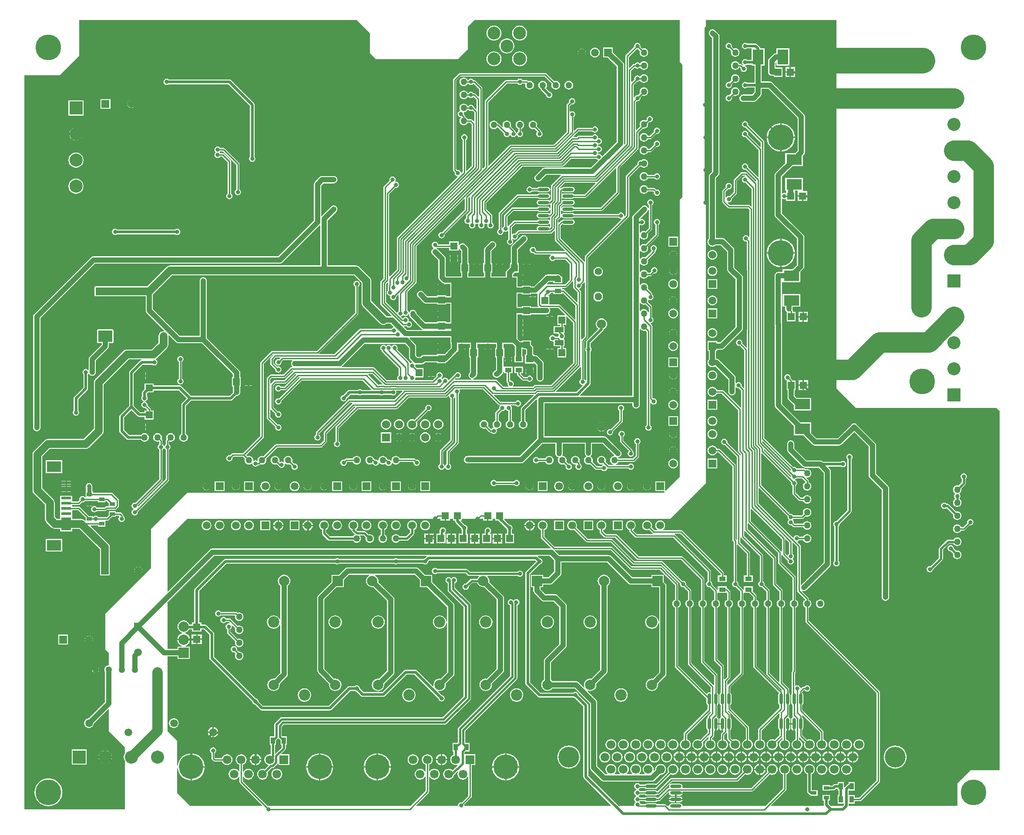
<source format=gbl>
G04 Layer_Physical_Order=2*
G04 Layer_Color=16711680*
%FSLAX24Y24*%
%MOIN*%
G70*
G01*
G75*
%ADD10O,0.0236X0.0866*%
%ADD12R,0.0571X0.0532*%
%ADD14R,0.0335X0.0512*%
%ADD19R,0.0532X0.0571*%
%ADD21R,0.0512X0.0335*%
%ADD25R,0.0827X0.1177*%
%ADD27R,0.0394X0.0276*%
%ADD33O,0.0866X0.0236*%
%ADD55C,0.0100*%
%ADD56C,0.0150*%
%ADD57C,0.0197*%
%ADD58C,0.0394*%
%ADD59C,0.0151*%
%ADD60C,0.0591*%
%ADD61C,0.0354*%
%ADD62C,0.0206*%
%ADD64C,0.0315*%
%ADD66C,0.1575*%
%ADD67C,0.0787*%
%ADD69R,0.0850X0.0850*%
%ADD72R,0.1500X0.0600*%
%ADD80R,0.1000X0.0500*%
%ADD81R,0.0500X0.0500*%
%ADD82R,0.0800X0.0800*%
%ADD93C,0.0787*%
%ADD94C,0.0866*%
%ADD95C,0.0669*%
%ADD96C,0.1594*%
%ADD97C,0.0665*%
%ADD98R,0.0665X0.0665*%
%ADD99C,0.1874*%
%ADD100C,0.0591*%
%ADD101R,0.0591X0.0591*%
%ADD102R,0.0591X0.0591*%
%ADD103P,0.0597X8X112.5*%
%ADD104C,0.0551*%
%ADD105R,0.0787X0.0787*%
%ADD106R,0.0630X0.0630*%
%ADD107C,0.0630*%
%ADD108R,0.0787X0.0787*%
%ADD109C,0.0709*%
%ADD110C,0.0984*%
%ADD111C,0.1000*%
%ADD112R,0.1000X0.1000*%
%ADD113R,0.1000X0.1000*%
%ADD114C,0.1969*%
%ADD115C,0.0315*%
%ADD116C,0.1181*%
%ADD117C,0.0500*%
%ADD118R,0.1177X0.0827*%
%ADD119R,0.1102X0.0827*%
%ADD120R,0.0748X0.0236*%
%ADD121R,0.0709X0.0394*%
%ADD122C,0.1969*%
%ADD123R,0.1400X0.3250*%
%ADD124R,0.1100X0.0900*%
%ADD125R,0.5000X0.5000*%
%ADD126R,0.0504X0.0500*%
%ADD127R,0.0400X0.0500*%
%ADD128R,0.0500X0.0750*%
%ADD129R,0.3300X0.3900*%
G36*
X46000Y21500D02*
X44924Y20424D01*
X44874Y20445D01*
Y21124D01*
X44126D01*
Y20376D01*
X44805D01*
X44826Y20326D01*
X44750Y20250D01*
X8250D01*
X5500Y17500D01*
Y14500D01*
X2000Y11000D01*
Y8250D01*
X2250Y8000D01*
Y7032D01*
X2164Y7020D01*
X2084Y6987D01*
X2016Y6934D01*
X1963Y6866D01*
X1930Y6786D01*
X1918Y6700D01*
X1930Y6614D01*
X1963Y6534D01*
X1972Y6522D01*
Y4215D01*
X732Y2975D01*
X652Y2964D01*
X561Y2927D01*
X483Y2867D01*
X423Y2789D01*
X386Y2698D01*
X373Y2600D01*
X386Y2502D01*
X423Y2411D01*
X483Y2333D01*
X561Y2273D01*
X652Y2236D01*
X750Y2223D01*
X848Y2236D01*
X939Y2273D01*
X1017Y2333D01*
X1077Y2411D01*
X1114Y2502D01*
X1125Y2582D01*
X2204Y3661D01*
X2250Y3642D01*
Y2000D01*
X3500Y750D01*
Y299D01*
X3494Y292D01*
X3436Y151D01*
X3416Y0D01*
X3436Y-151D01*
X3494Y-292D01*
X3500Y-299D01*
Y-4000D01*
X-4199D01*
Y52250D01*
X-1500D01*
X0Y53750D01*
Y56500D01*
X21250D01*
X21500Y56250D01*
X22250Y55500D01*
Y53950D01*
X22700Y53500D01*
X29000D01*
X29750Y54250D01*
Y56000D01*
X30250Y56500D01*
X46000D01*
Y21500D01*
D02*
G37*
G36*
X51031Y44533D02*
X51007Y44489D01*
X51000Y44491D01*
X50908Y44473D01*
X50830Y44420D01*
X50777Y44342D01*
X50759Y44250D01*
X50777Y44158D01*
X50830Y44080D01*
X50908Y44027D01*
X51000Y44009D01*
X51046Y44018D01*
X51498Y43566D01*
Y42225D01*
X51452Y42206D01*
X51364Y42293D01*
X51322Y42321D01*
X51272Y42331D01*
X49804D01*
X49659Y42476D01*
X49684Y42522D01*
X49750Y42509D01*
X49842Y42527D01*
X49920Y42580D01*
X49973Y42658D01*
X49991Y42750D01*
X49982Y42796D01*
X50343Y43157D01*
X50371Y43200D01*
X50381Y43250D01*
Y44146D01*
X50804Y44569D01*
X50996D01*
X51031Y44533D01*
D02*
G37*
G36*
X58000Y28250D02*
X59500Y26750D01*
X70250D01*
X70500Y26500D01*
Y-1000D01*
X68250D01*
X67250Y-2000D01*
Y-3750D01*
X58931D01*
Y-3585D01*
X59409D01*
Y-3381D01*
X59800D01*
X59850Y-3371D01*
X59893Y-3343D01*
X61293Y-1943D01*
X61321Y-1900D01*
X61331Y-1850D01*
Y4950D01*
X61321Y5000D01*
X61293Y5043D01*
X55881Y10454D01*
Y11449D01*
X55916Y11463D01*
X55984Y11516D01*
X56037Y11584D01*
X56070Y11664D01*
X56082Y11750D01*
X56070Y11836D01*
X56037Y11916D01*
X55984Y11984D01*
X55916Y12037D01*
X55881Y12051D01*
Y12129D01*
X55871Y12179D01*
X55843Y12222D01*
X55358Y12706D01*
X55386Y12749D01*
X55428Y12731D01*
X55500Y12722D01*
X55572Y12731D01*
X55639Y12759D01*
X55697Y12803D01*
X57497Y14603D01*
X57541Y14661D01*
X57568Y14728D01*
X57578Y14800D01*
Y21900D01*
X57568Y21972D01*
X57541Y22039D01*
X57497Y22097D01*
X57375Y22218D01*
X57394Y22265D01*
X58352D01*
X58408Y22227D01*
X58500Y22209D01*
X58592Y22227D01*
X58670Y22280D01*
X58723Y22358D01*
X58741Y22450D01*
X58723Y22542D01*
X58670Y22620D01*
X58592Y22673D01*
X58500Y22691D01*
X58408Y22673D01*
X58352Y22635D01*
X56958D01*
X56947Y22647D01*
X56889Y22691D01*
X56822Y22719D01*
X56750Y22728D01*
X55715D01*
X54778Y23665D01*
Y24000D01*
X54769Y24072D01*
X54741Y24139D01*
X54697Y24197D01*
X54639Y24241D01*
X54572Y24269D01*
X54500Y24278D01*
X54428Y24269D01*
X54361Y24241D01*
X54303Y24197D01*
X54259Y24139D01*
X54232Y24072D01*
X54222Y24000D01*
Y23550D01*
X54232Y23478D01*
X54259Y23411D01*
X54303Y23353D01*
X55403Y22253D01*
X55461Y22209D01*
X55528Y22181D01*
X55600Y22172D01*
X56635D01*
X57022Y21785D01*
Y14915D01*
X55310Y13203D01*
X55260Y13212D01*
Y16171D01*
X55250Y16221D01*
X55222Y16264D01*
X55008Y16478D01*
X55023Y16525D01*
X55045Y16530D01*
X55123Y16582D01*
X55149Y16621D01*
X55448D01*
X55463Y16584D01*
X55516Y16516D01*
X55584Y16463D01*
X55664Y16430D01*
X55750Y16418D01*
X55836Y16430D01*
X55916Y16463D01*
X55984Y16516D01*
X56037Y16584D01*
X56070Y16664D01*
X56082Y16750D01*
X56070Y16836D01*
X56037Y16916D01*
X55984Y16984D01*
X55916Y17037D01*
X55836Y17070D01*
X55750Y17082D01*
X55664Y17070D01*
X55584Y17037D01*
X55516Y16984D01*
X55463Y16916D01*
X55450Y16884D01*
X55149D01*
X55123Y16923D01*
X55045Y16975D01*
X54952Y16993D01*
X54860Y16975D01*
X54782Y16923D01*
X54730Y16845D01*
X54725Y16823D01*
X54678Y16808D01*
X52031Y19454D01*
Y20618D01*
X52077Y20637D01*
X54268Y18446D01*
X54259Y18400D01*
X54277Y18308D01*
X54330Y18230D01*
X54337Y18225D01*
Y18175D01*
X54330Y18170D01*
X54277Y18092D01*
X54259Y18000D01*
X54277Y17908D01*
X54330Y17830D01*
X54408Y17777D01*
X54500Y17759D01*
X54546Y17768D01*
X54657Y17657D01*
X54700Y17629D01*
X54750Y17619D01*
X55449D01*
X55463Y17584D01*
X55516Y17516D01*
X55584Y17463D01*
X55664Y17430D01*
X55750Y17418D01*
X55836Y17430D01*
X55916Y17463D01*
X55984Y17516D01*
X56037Y17584D01*
X56070Y17664D01*
X56082Y17750D01*
X56070Y17836D01*
X56037Y17916D01*
X55984Y17984D01*
X55916Y18037D01*
X55836Y18070D01*
X55750Y18082D01*
X55664Y18070D01*
X55584Y18037D01*
X55516Y17984D01*
X55463Y17916D01*
X55449Y17881D01*
X54804D01*
X54732Y17954D01*
X54741Y18000D01*
X54723Y18092D01*
X54670Y18170D01*
X54663Y18175D01*
Y18225D01*
X54670Y18230D01*
X54696Y18269D01*
X55400D01*
X55450Y18279D01*
X55493Y18307D01*
X55630Y18444D01*
X55664Y18430D01*
X55750Y18418D01*
X55836Y18430D01*
X55916Y18463D01*
X55984Y18516D01*
X56037Y18584D01*
X56070Y18664D01*
X56082Y18750D01*
X56070Y18836D01*
X56037Y18916D01*
X55984Y18984D01*
X55916Y19037D01*
X55836Y19070D01*
X55750Y19082D01*
X55664Y19070D01*
X55584Y19037D01*
X55516Y18984D01*
X55463Y18916D01*
X55430Y18836D01*
X55418Y18750D01*
X55430Y18664D01*
X55444Y18630D01*
X55346Y18531D01*
X54696D01*
X54670Y18570D01*
X54592Y18623D01*
X54500Y18641D01*
X54454Y18632D01*
X52231Y20854D01*
Y23268D01*
X52277Y23287D01*
X54518Y21046D01*
X54509Y21000D01*
X54527Y20908D01*
X54580Y20830D01*
X54619Y20804D01*
Y20200D01*
X54629Y20150D01*
X54657Y20107D01*
X55107Y19657D01*
X55150Y19629D01*
X55200Y19619D01*
X55449D01*
X55463Y19584D01*
X55516Y19516D01*
X55584Y19463D01*
X55664Y19430D01*
X55750Y19418D01*
X55836Y19430D01*
X55916Y19463D01*
X55984Y19516D01*
X56037Y19584D01*
X56070Y19664D01*
X56082Y19750D01*
X56070Y19836D01*
X56037Y19916D01*
X55984Y19984D01*
X55916Y20037D01*
X55836Y20070D01*
X55750Y20082D01*
X55664Y20070D01*
X55584Y20037D01*
X55516Y19984D01*
X55463Y19916D01*
X55449Y19881D01*
X55254D01*
X54881Y20254D01*
Y20804D01*
X54920Y20830D01*
X54973Y20908D01*
X54991Y21000D01*
X54973Y21092D01*
X54920Y21170D01*
X54842Y21223D01*
X54832Y21225D01*
Y21275D01*
X54842Y21277D01*
X54920Y21330D01*
X54946Y21369D01*
X55346D01*
X55617Y21098D01*
X55612Y21049D01*
X55584Y21037D01*
X55516Y20984D01*
X55463Y20916D01*
X55430Y20836D01*
X55418Y20750D01*
X55430Y20664D01*
X55463Y20584D01*
X55516Y20516D01*
X55584Y20463D01*
X55664Y20430D01*
X55750Y20418D01*
X55836Y20430D01*
X55916Y20463D01*
X55984Y20516D01*
X56037Y20584D01*
X56070Y20664D01*
X56082Y20750D01*
X56070Y20836D01*
X56037Y20916D01*
X55984Y20984D01*
X55916Y21037D01*
X55881Y21051D01*
Y21150D01*
X55871Y21200D01*
X55843Y21243D01*
X55713Y21373D01*
X55736Y21420D01*
X55750Y21418D01*
X55836Y21430D01*
X55916Y21463D01*
X55984Y21516D01*
X56037Y21584D01*
X56070Y21664D01*
X56082Y21750D01*
X56070Y21836D01*
X56037Y21916D01*
X55984Y21984D01*
X55916Y22037D01*
X55836Y22070D01*
X55750Y22082D01*
X55664Y22070D01*
X55630Y22056D01*
X55593Y22093D01*
X55550Y22121D01*
X55500Y22131D01*
X54946D01*
X54920Y22170D01*
X54842Y22223D01*
X54750Y22241D01*
X54704Y22232D01*
X52475Y24460D01*
Y47156D01*
X52465Y47206D01*
X52437Y47249D01*
X51232Y48454D01*
X51241Y48500D01*
X51223Y48592D01*
X51170Y48670D01*
X51092Y48723D01*
X51000Y48741D01*
X50908Y48723D01*
X50830Y48670D01*
X50777Y48592D01*
X50759Y48500D01*
X50777Y48408D01*
X50830Y48330D01*
X50908Y48277D01*
X51000Y48259D01*
X51046Y48268D01*
X52213Y47102D01*
Y46788D01*
X52167Y46769D01*
X51232Y47704D01*
X51241Y47750D01*
X51223Y47842D01*
X51170Y47920D01*
X51092Y47973D01*
X51000Y47991D01*
X50908Y47973D01*
X50830Y47920D01*
X50777Y47842D01*
X50759Y47750D01*
X50777Y47658D01*
X50830Y47580D01*
X50908Y47527D01*
X51000Y47509D01*
X51046Y47518D01*
X52034Y46530D01*
Y44467D01*
X51988Y44448D01*
X51232Y45204D01*
X51241Y45250D01*
X51223Y45342D01*
X51170Y45420D01*
X51092Y45473D01*
X51000Y45491D01*
X50908Y45473D01*
X50830Y45420D01*
X50777Y45342D01*
X50759Y45250D01*
X50777Y45158D01*
X50830Y45080D01*
X50908Y45027D01*
X51000Y45009D01*
X51046Y45018D01*
X51855Y44209D01*
Y44146D01*
X51809Y44126D01*
X51143Y44793D01*
X51100Y44821D01*
X51050Y44831D01*
X50750D01*
X50700Y44821D01*
X50657Y44793D01*
X50157Y44293D01*
X50129Y44250D01*
X50119Y44200D01*
Y43304D01*
X49796Y42982D01*
X49750Y42991D01*
X49658Y42973D01*
X49580Y42920D01*
X49560Y42891D01*
X49510Y42906D01*
Y43324D01*
X49704Y43518D01*
X49750Y43509D01*
X49842Y43527D01*
X49920Y43580D01*
X49973Y43658D01*
X49991Y43750D01*
X49973Y43842D01*
X49920Y43920D01*
X49842Y43973D01*
X49750Y43991D01*
X49658Y43973D01*
X49580Y43920D01*
X49527Y43842D01*
X49509Y43750D01*
X49518Y43704D01*
X49286Y43472D01*
X49257Y43429D01*
X49247Y43379D01*
Y42571D01*
X49257Y42521D01*
X49286Y42478D01*
X49657Y42107D01*
X49700Y42079D01*
X49750Y42069D01*
X51217D01*
X51319Y41967D01*
Y39879D01*
X51269Y39864D01*
X51231Y39920D01*
X51153Y39973D01*
X51061Y39991D01*
X50969Y39973D01*
X50891Y39920D01*
X50839Y39842D01*
X50820Y39750D01*
X50839Y39658D01*
X50891Y39580D01*
X50969Y39527D01*
X51061Y39509D01*
X51107Y39518D01*
X51140Y39485D01*
Y31411D01*
X51094Y31391D01*
X50782Y31704D01*
X50791Y31750D01*
X50773Y31842D01*
X50720Y31920D01*
X50642Y31973D01*
X50550Y31991D01*
X50458Y31973D01*
X50380Y31920D01*
X50327Y31842D01*
X50309Y31750D01*
X50327Y31658D01*
X50380Y31580D01*
X50458Y31527D01*
X50550Y31509D01*
X50596Y31518D01*
X50937Y31178D01*
Y28320D01*
X50887Y28299D01*
X50732Y28454D01*
X50741Y28500D01*
X50723Y28592D01*
X50670Y28670D01*
X50592Y28723D01*
X50500Y28741D01*
X50408Y28723D01*
X50330Y28670D01*
X50326Y28665D01*
X50278Y28679D01*
Y29050D01*
X50269Y29122D01*
X50241Y29189D01*
X50197Y29247D01*
X48997Y30447D01*
X48939Y30491D01*
X48872Y30519D01*
X48800Y30528D01*
X48778D01*
Y31126D01*
X48874D01*
Y31222D01*
X49200D01*
X49272Y31232D01*
X49339Y31259D01*
X49397Y31303D01*
X50747Y32653D01*
X50791Y32711D01*
X50819Y32778D01*
X50828Y32850D01*
Y33450D01*
Y36750D01*
X50819Y36822D01*
X50791Y36889D01*
X50747Y36947D01*
X50178Y37515D01*
Y38850D01*
X50168Y38922D01*
X50141Y38989D01*
X50097Y39047D01*
X49447Y39697D01*
X49389Y39741D01*
X49322Y39769D01*
X49250Y39778D01*
X48778D01*
Y44385D01*
X48947Y44553D01*
X48991Y44611D01*
X49019Y44678D01*
X49028Y44750D01*
Y46750D01*
Y49500D01*
Y52500D01*
Y55250D01*
X49019Y55322D01*
X48991Y55389D01*
X48947Y55447D01*
X48697Y55697D01*
X48639Y55741D01*
X48572Y55768D01*
X48500Y55778D01*
X48428Y55768D01*
X48361Y55741D01*
X48303Y55697D01*
X48259Y55639D01*
X48232Y55572D01*
X48222Y55500D01*
X48232Y55428D01*
X48259Y55361D01*
X48303Y55303D01*
X48472Y55135D01*
Y52500D01*
Y49500D01*
Y46750D01*
Y44865D01*
X48303Y44697D01*
X48259Y44639D01*
X48232Y44572D01*
X48222Y44500D01*
Y39752D01*
X48173Y39689D01*
X48136Y39598D01*
X48123Y39500D01*
X48136Y39402D01*
X48173Y39311D01*
X48233Y39233D01*
X48311Y39173D01*
X48402Y39136D01*
X48500Y39123D01*
X48598Y39136D01*
X48689Y39173D01*
X48752Y39222D01*
X49135D01*
X49622Y38735D01*
Y37400D01*
X49632Y37328D01*
X49659Y37261D01*
X49703Y37203D01*
X50272Y36635D01*
Y33450D01*
Y32965D01*
X49085Y31778D01*
X48874D01*
Y31874D01*
X48126D01*
Y31126D01*
X48222D01*
Y30502D01*
X48173Y30439D01*
X48136Y30348D01*
X48123Y30250D01*
X48136Y30152D01*
X48173Y30061D01*
X48233Y29983D01*
X48311Y29923D01*
X48402Y29886D01*
X48500Y29873D01*
X48598Y29886D01*
X48689Y29923D01*
X48714Y29943D01*
X49722Y28935D01*
Y28400D01*
Y28000D01*
X49731Y27928D01*
X49759Y27861D01*
X49803Y27803D01*
X49861Y27759D01*
X49928Y27731D01*
X50000Y27722D01*
X50072Y27731D01*
X50139Y27759D01*
X50197Y27803D01*
X50241Y27861D01*
X50269Y27928D01*
X50278Y28000D01*
Y28317D01*
X50328Y28332D01*
X50330Y28330D01*
X50408Y28277D01*
X50500Y28259D01*
X50546Y28268D01*
X50708Y28106D01*
Y26798D01*
X50658Y26778D01*
X49343Y28093D01*
X49300Y28121D01*
X49250Y28131D01*
X48850D01*
X48827Y28189D01*
X48767Y28267D01*
X48689Y28327D01*
X48598Y28364D01*
X48500Y28377D01*
X48402Y28364D01*
X48311Y28327D01*
X48233Y28267D01*
X48173Y28189D01*
X48136Y28098D01*
X48123Y28000D01*
X48136Y27902D01*
X48173Y27811D01*
X48233Y27733D01*
X48311Y27673D01*
X48402Y27636D01*
X48500Y27623D01*
X48598Y27636D01*
X48689Y27673D01*
X48767Y27733D01*
X48827Y27811D01*
X48850Y27869D01*
X49196D01*
X50479Y26585D01*
Y23441D01*
X50489Y23390D01*
X50518Y23348D01*
X50663Y23202D01*
X50660Y23150D01*
X50622Y23126D01*
X50619Y23126D01*
X50593Y23165D01*
X49643Y24115D01*
X49652Y24161D01*
X49634Y24253D01*
X49581Y24331D01*
X49503Y24384D01*
X49411Y24402D01*
X49319Y24384D01*
X49241Y24331D01*
X49189Y24253D01*
X49170Y24161D01*
X49189Y24069D01*
X49241Y23991D01*
X49319Y23939D01*
X49411Y23920D01*
X49457Y23929D01*
X50369Y23018D01*
Y16688D01*
X50319Y16667D01*
X50281Y16704D01*
Y22350D01*
X50271Y22400D01*
X50243Y22443D01*
X49093Y23593D01*
X49050Y23621D01*
X49000Y23631D01*
X48850D01*
X48827Y23689D01*
X48767Y23767D01*
X48689Y23827D01*
X48598Y23864D01*
X48500Y23877D01*
X48402Y23864D01*
X48311Y23827D01*
X48233Y23767D01*
X48173Y23689D01*
X48136Y23598D01*
X48123Y23500D01*
X48136Y23402D01*
X48173Y23311D01*
X48233Y23233D01*
X48311Y23173D01*
X48402Y23136D01*
X48500Y23123D01*
X48598Y23136D01*
X48689Y23173D01*
X48767Y23233D01*
X48827Y23311D01*
X48850Y23369D01*
X48946D01*
X50019Y22296D01*
Y16650D01*
X50029Y16600D01*
X50057Y16557D01*
X50119Y16496D01*
Y13446D01*
X50080Y13420D01*
X50027Y13342D01*
X50009Y13250D01*
X50027Y13158D01*
X50080Y13080D01*
X50158Y13027D01*
X50250Y13009D01*
X50296Y13018D01*
X50619Y12696D01*
Y12051D01*
X50584Y12037D01*
X50516Y11984D01*
X50463Y11916D01*
X50430Y11836D01*
X50418Y11750D01*
X50430Y11664D01*
X50463Y11584D01*
X50516Y11516D01*
X50584Y11463D01*
X50619Y11449D01*
Y6454D01*
X49681Y5517D01*
X49631Y5538D01*
Y5796D01*
X49843Y6007D01*
X49871Y6050D01*
X49881Y6100D01*
Y11449D01*
X49916Y11463D01*
X49984Y11516D01*
X50037Y11584D01*
X50070Y11664D01*
X50082Y11750D01*
X50070Y11836D01*
X50037Y11916D01*
X49984Y11984D01*
X49916Y12037D01*
X49881Y12051D01*
Y12650D01*
X49871Y12700D01*
X49843Y12743D01*
X49656Y12929D01*
X49614Y12958D01*
X49585Y12964D01*
Y13083D01*
X48915D01*
Y12817D01*
X48908Y12814D01*
X48865Y12809D01*
X48843Y12843D01*
X48482Y13204D01*
X48491Y13250D01*
X48473Y13342D01*
X48420Y13420D01*
X48381Y13446D01*
Y14250D01*
X48371Y14300D01*
X48343Y14343D01*
X45643Y17043D01*
X45604Y17069D01*
X45604Y17072D01*
X45634Y17119D01*
X46046D01*
X49119Y14046D01*
Y13909D01*
X48915D01*
Y13417D01*
X49585D01*
Y13909D01*
X49381D01*
Y14100D01*
X49371Y14150D01*
X49343Y14193D01*
X46193Y17343D01*
X46150Y17371D01*
X46100Y17381D01*
X44712D01*
X44709Y17386D01*
X44699Y17431D01*
X44767Y17483D01*
X44827Y17561D01*
X44864Y17652D01*
X44877Y17750D01*
X44864Y17848D01*
X44827Y17939D01*
X44767Y18017D01*
X44689Y18077D01*
X44598Y18114D01*
X44500Y18127D01*
X44402Y18114D01*
X44311Y18077D01*
X44233Y18017D01*
X44173Y17939D01*
X44136Y17848D01*
X44123Y17750D01*
X44136Y17652D01*
X44173Y17561D01*
X44233Y17483D01*
X44301Y17431D01*
X44291Y17386D01*
X44288Y17381D01*
X44054D01*
X43841Y17595D01*
X43864Y17652D01*
X43877Y17750D01*
X43864Y17848D01*
X43827Y17939D01*
X43767Y18017D01*
X43689Y18077D01*
X43598Y18114D01*
X43500Y18127D01*
X43402Y18114D01*
X43311Y18077D01*
X43233Y18017D01*
X43173Y17939D01*
X43136Y17848D01*
X43123Y17750D01*
X43136Y17652D01*
X43173Y17561D01*
X43233Y17483D01*
X43311Y17423D01*
X43402Y17386D01*
X43500Y17373D01*
X43598Y17386D01*
X43655Y17409D01*
X43907Y17157D01*
X43946Y17131D01*
X43946Y17128D01*
X43916Y17081D01*
X42704D01*
X42417Y17369D01*
X42426Y17418D01*
X42439Y17423D01*
X42517Y17483D01*
X42577Y17561D01*
X42614Y17652D01*
X42627Y17750D01*
X42614Y17848D01*
X42577Y17939D01*
X42517Y18017D01*
X42439Y18077D01*
X42348Y18114D01*
X42250Y18127D01*
X42152Y18114D01*
X42061Y18077D01*
X41983Y18017D01*
X41923Y17939D01*
X41886Y17848D01*
X41873Y17750D01*
X41886Y17652D01*
X41923Y17561D01*
X41983Y17483D01*
X42061Y17423D01*
X42119Y17400D01*
Y17350D01*
X42129Y17300D01*
X42157Y17257D01*
X42557Y16857D01*
X42600Y16829D01*
X42650Y16819D01*
X45496D01*
X48119Y14196D01*
Y13446D01*
X48080Y13420D01*
X48027Y13342D01*
X48009Y13250D01*
X48027Y13158D01*
X48080Y13080D01*
X48158Y13027D01*
X48250Y13009D01*
X48296Y13018D01*
X48619Y12696D01*
Y12051D01*
X48584Y12037D01*
X48516Y11984D01*
X48463Y11916D01*
X48430Y11836D01*
X48418Y11750D01*
X48430Y11664D01*
X48463Y11584D01*
X48516Y11516D01*
X48584Y11463D01*
X48619Y11449D01*
Y7450D01*
X48629Y7400D01*
X48657Y7357D01*
X49119Y6896D01*
Y4909D01*
X49108Y4902D01*
X49065Y4837D01*
X49049Y4760D01*
Y4130D01*
X49065Y4053D01*
X49108Y3988D01*
X49119Y3981D01*
Y3219D01*
X49129Y3169D01*
X49157Y3126D01*
X49162Y3122D01*
X49148Y3064D01*
X49093Y3027D01*
X49045Y2955D01*
X49028Y2870D01*
Y2605D01*
X49250D01*
Y2555D01*
X49300D01*
Y2028D01*
X49316Y2031D01*
X49321Y2027D01*
X49333Y1969D01*
X49189Y1825D01*
X49161Y1783D01*
X49151Y1732D01*
Y1342D01*
X49074Y1310D01*
X48987Y1244D01*
X48921Y1157D01*
X48880Y1057D01*
X48865Y949D01*
X48880Y841D01*
X48921Y740D01*
X48987Y654D01*
X49074Y588D01*
X49174Y546D01*
X49282Y532D01*
X49390Y546D01*
X49491Y588D01*
X49577Y654D01*
X49643Y740D01*
X49685Y841D01*
X49699Y949D01*
X49685Y1057D01*
X49643Y1157D01*
X49577Y1244D01*
X49491Y1310D01*
X49414Y1342D01*
Y1678D01*
X49569Y1833D01*
X49619Y1812D01*
Y1431D01*
X49629Y1381D01*
X49657Y1338D01*
X49862Y1134D01*
X49830Y1057D01*
X49815Y949D01*
X49830Y841D01*
X49871Y740D01*
X49937Y654D01*
X50024Y588D01*
X50124Y546D01*
X50232Y532D01*
X50340Y546D01*
X50441Y588D01*
X50527Y654D01*
X50593Y740D01*
X50635Y841D01*
X50649Y949D01*
X50635Y1057D01*
X50593Y1157D01*
X50527Y1244D01*
X50441Y1310D01*
X50340Y1352D01*
X50232Y1366D01*
X50124Y1352D01*
X50047Y1320D01*
X49881Y1485D01*
Y2091D01*
X49892Y2098D01*
X49935Y2163D01*
X49951Y2240D01*
Y2870D01*
X49935Y2947D01*
X49892Y3012D01*
X49881Y3019D01*
Y3250D01*
X49871Y3300D01*
X49843Y3343D01*
X49664Y3522D01*
X49665Y3528D01*
X49719Y3545D01*
X51051Y2213D01*
Y1342D01*
X50974Y1310D01*
X50887Y1244D01*
X50821Y1157D01*
X50780Y1057D01*
X50765Y949D01*
X50780Y841D01*
X50821Y740D01*
X50887Y654D01*
X50974Y588D01*
X51074Y546D01*
X51182Y532D01*
X51290Y546D01*
X51391Y588D01*
X51477Y654D01*
X51543Y740D01*
X51585Y841D01*
X51599Y949D01*
X51585Y1057D01*
X51543Y1157D01*
X51477Y1244D01*
X51391Y1310D01*
X51314Y1342D01*
Y2268D01*
X51304Y2318D01*
X51275Y2361D01*
X49881Y3754D01*
Y3981D01*
X49892Y3988D01*
X49935Y4053D01*
X49951Y4130D01*
Y4760D01*
X49935Y4837D01*
X49892Y4902D01*
X49881Y4909D01*
Y5346D01*
X50843Y6307D01*
X50871Y6350D01*
X50881Y6400D01*
Y11449D01*
X50916Y11463D01*
X50984Y11516D01*
X51037Y11584D01*
X51070Y11664D01*
X51082Y11750D01*
X51070Y11836D01*
X51037Y11916D01*
X50984Y11984D01*
X50916Y12037D01*
X50881Y12051D01*
Y12555D01*
X50915Y12591D01*
X50931Y12591D01*
X51310D01*
X51619Y12282D01*
Y12051D01*
X51584Y12037D01*
X51516Y11984D01*
X51463Y11916D01*
X51430Y11836D01*
X51418Y11750D01*
X51430Y11664D01*
X51463Y11584D01*
X51516Y11516D01*
X51584Y11463D01*
X51619Y11449D01*
Y6950D01*
X51629Y6900D01*
X51657Y6857D01*
X53608Y4906D01*
X53608Y4902D01*
X53565Y4837D01*
X53549Y4760D01*
Y4130D01*
X53565Y4053D01*
X53608Y3988D01*
X53619Y3981D01*
Y3754D01*
X52039Y2175D01*
X52011Y2133D01*
X52001Y2082D01*
Y1342D01*
X51924Y1310D01*
X51837Y1244D01*
X51771Y1157D01*
X51730Y1057D01*
X51715Y949D01*
X51730Y841D01*
X51771Y740D01*
X51837Y654D01*
X51924Y588D01*
X52024Y546D01*
X52132Y532D01*
X52240Y546D01*
X52341Y588D01*
X52427Y654D01*
X52493Y740D01*
X52535Y841D01*
X52549Y949D01*
X52535Y1057D01*
X52493Y1157D01*
X52427Y1244D01*
X52341Y1310D01*
X52264Y1342D01*
Y2028D01*
X53573Y3337D01*
X53619Y3318D01*
Y3019D01*
X53608Y3012D01*
X53565Y2947D01*
X53549Y2870D01*
Y2240D01*
X53565Y2163D01*
X53608Y2098D01*
X53619Y2091D01*
Y1671D01*
X53267Y1320D01*
X53190Y1352D01*
X53082Y1366D01*
X52974Y1352D01*
X52874Y1310D01*
X52787Y1244D01*
X52721Y1157D01*
X52680Y1057D01*
X52665Y949D01*
X52680Y841D01*
X52721Y740D01*
X52787Y654D01*
X52874Y588D01*
X52974Y546D01*
X53082Y532D01*
X53190Y546D01*
X53291Y588D01*
X53377Y654D01*
X53443Y740D01*
X53485Y841D01*
X53499Y949D01*
X53485Y1057D01*
X53453Y1134D01*
X53822Y1503D01*
X53872Y1482D01*
Y1330D01*
X53824Y1310D01*
X53737Y1244D01*
X53671Y1157D01*
X53630Y1057D01*
X53615Y949D01*
X53630Y841D01*
X53671Y740D01*
X53737Y654D01*
X53824Y588D01*
X53924Y546D01*
X54032Y532D01*
X54140Y546D01*
X54241Y588D01*
X54327Y654D01*
X54393Y740D01*
X54435Y841D01*
X54449Y949D01*
X54435Y1057D01*
X54393Y1157D01*
X54327Y1244D01*
X54241Y1310D01*
X54140Y1352D01*
X54134Y1352D01*
Y2000D01*
X54184Y2031D01*
X54200Y2028D01*
Y2555D01*
X54250D01*
Y2605D01*
X54472D01*
Y2870D01*
X54455Y2955D01*
X54407Y3027D01*
X54352Y3064D01*
X54338Y3122D01*
X54343Y3126D01*
X54371Y3169D01*
X54381Y3219D01*
Y3981D01*
X54392Y3988D01*
X54435Y4053D01*
X54451Y4130D01*
Y4760D01*
X54435Y4837D01*
X54392Y4902D01*
X54381Y4909D01*
Y5200D01*
X54371Y5250D01*
X54343Y5293D01*
X53881Y5754D01*
Y11449D01*
X53916Y11463D01*
X53984Y11516D01*
X54037Y11584D01*
X54070Y11664D01*
X54082Y11750D01*
X54070Y11836D01*
X54037Y11916D01*
X53984Y11984D01*
X53916Y12037D01*
X53881Y12051D01*
Y12750D01*
X53871Y12800D01*
X53843Y12843D01*
X53381Y13304D01*
Y15250D01*
X53371Y15300D01*
X53343Y15343D01*
X51203Y17483D01*
Y17891D01*
X51253Y17912D01*
X53519Y15646D01*
Y14906D01*
X53529Y14856D01*
X53557Y14813D01*
X54619Y13752D01*
Y12051D01*
X54584Y12037D01*
X54516Y11984D01*
X54463Y11916D01*
X54430Y11836D01*
X54418Y11750D01*
X54430Y11664D01*
X54463Y11584D01*
X54516Y11516D01*
X54584Y11463D01*
X54619Y11449D01*
Y6603D01*
X54593Y6564D01*
X54583Y6514D01*
Y4864D01*
X54565Y4837D01*
X54549Y4760D01*
Y4130D01*
X54565Y4053D01*
X54608Y3988D01*
X54619Y3981D01*
Y3219D01*
X54629Y3169D01*
X54657Y3126D01*
X54662Y3122D01*
X54648Y3064D01*
X54593Y3027D01*
X54545Y2955D01*
X54528Y2870D01*
Y2605D01*
X54750D01*
Y2555D01*
X54800D01*
Y2028D01*
X54816Y2031D01*
X54866Y2000D01*
Y1348D01*
X54774Y1310D01*
X54687Y1244D01*
X54621Y1157D01*
X54580Y1057D01*
X54565Y949D01*
X54580Y841D01*
X54621Y740D01*
X54687Y654D01*
X54774Y588D01*
X54874Y546D01*
X54982Y532D01*
X55090Y546D01*
X55191Y588D01*
X55277Y654D01*
X55343Y740D01*
X55385Y841D01*
X55399Y949D01*
X55385Y1057D01*
X55343Y1157D01*
X55277Y1244D01*
X55191Y1310D01*
X55128Y1336D01*
Y1497D01*
X55178Y1517D01*
X55562Y1134D01*
X55530Y1057D01*
X55515Y949D01*
X55530Y841D01*
X55571Y740D01*
X55637Y654D01*
X55724Y588D01*
X55824Y546D01*
X55932Y532D01*
X56040Y546D01*
X56141Y588D01*
X56227Y654D01*
X56293Y740D01*
X56335Y841D01*
X56349Y949D01*
X56335Y1057D01*
X56293Y1157D01*
X56227Y1244D01*
X56141Y1310D01*
X56040Y1352D01*
X55932Y1366D01*
X55824Y1352D01*
X55747Y1320D01*
X55381Y1685D01*
Y2091D01*
X55392Y2098D01*
X55435Y2163D01*
X55451Y2240D01*
Y2870D01*
X55435Y2947D01*
X55392Y3012D01*
X55381Y3019D01*
Y3150D01*
X55378Y3165D01*
X55424Y3190D01*
X56751Y1863D01*
Y1342D01*
X56674Y1310D01*
X56587Y1244D01*
X56521Y1157D01*
X56480Y1057D01*
X56465Y949D01*
X56480Y841D01*
X56521Y740D01*
X56587Y654D01*
X56674Y588D01*
X56774Y546D01*
X56882Y532D01*
X56990Y546D01*
X57091Y588D01*
X57177Y654D01*
X57243Y740D01*
X57285Y841D01*
X57299Y949D01*
X57285Y1057D01*
X57243Y1157D01*
X57177Y1244D01*
X57091Y1310D01*
X57014Y1342D01*
Y1918D01*
X57004Y1968D01*
X56975Y2011D01*
X55381Y3604D01*
Y3981D01*
X55392Y3988D01*
X55435Y4053D01*
X55451Y4130D01*
Y4760D01*
X55435Y4837D01*
X55392Y4902D01*
X55381Y4909D01*
Y4996D01*
X55504Y5119D01*
X55554D01*
X55580Y5080D01*
X55658Y5027D01*
X55750Y5009D01*
X55842Y5027D01*
X55920Y5080D01*
X55973Y5158D01*
X55991Y5250D01*
X55973Y5342D01*
X55920Y5420D01*
X55842Y5473D01*
X55750Y5491D01*
X55658Y5473D01*
X55580Y5420D01*
X55554Y5381D01*
X55450D01*
X55400Y5371D01*
X55357Y5343D01*
X55287Y5273D01*
X55233Y5289D01*
X55223Y5342D01*
X55170Y5420D01*
X55092Y5473D01*
X55000Y5491D01*
X54908Y5473D01*
X54889Y5460D01*
X54845Y5484D01*
Y6461D01*
X54871Y6500D01*
X54881Y6550D01*
Y11449D01*
X54916Y11463D01*
X54984Y11516D01*
X55037Y11584D01*
X55070Y11664D01*
X55082Y11750D01*
X55070Y11836D01*
X55037Y11916D01*
X54984Y11984D01*
X54916Y12037D01*
X54881Y12051D01*
Y13806D01*
X54871Y13856D01*
X54843Y13899D01*
X53781Y14961D01*
Y15461D01*
X53828Y15492D01*
X53831Y15491D01*
X53857Y15452D01*
X54268Y15042D01*
X54259Y15000D01*
X54277Y14908D01*
X54330Y14830D01*
X54408Y14777D01*
X54500Y14759D01*
X54592Y14777D01*
X54670Y14830D01*
X54723Y14908D01*
X54741Y15000D01*
X54723Y15092D01*
X54670Y15170D01*
X54663Y15175D01*
Y15225D01*
X54670Y15230D01*
X54723Y15308D01*
X54741Y15400D01*
X54723Y15492D01*
X54670Y15570D01*
X54631Y15596D01*
Y16418D01*
X54677Y16437D01*
X54997Y16117D01*
Y12750D01*
X55007Y12700D01*
X55036Y12657D01*
X55597Y12096D01*
X55586Y12038D01*
X55584Y12037D01*
X55516Y11984D01*
X55463Y11916D01*
X55430Y11836D01*
X55418Y11750D01*
X55430Y11664D01*
X55463Y11584D01*
X55516Y11516D01*
X55584Y11463D01*
X55619Y11449D01*
Y10400D01*
X55629Y10350D01*
X55657Y10307D01*
X61069Y4896D01*
Y-1796D01*
X59746Y-3119D01*
X59409D01*
Y-2915D01*
X58931D01*
Y-2585D01*
X59409D01*
Y-1915D01*
X58917D01*
Y-2076D01*
X58881Y-2083D01*
X58822Y-2122D01*
X58633Y-2312D01*
X58592Y-2300D01*
X58583Y-2293D01*
Y-1915D01*
X58091D01*
Y-2069D01*
X57900D01*
X57831Y-2083D01*
X57772Y-2122D01*
X57699Y-2195D01*
X57498D01*
Y-2159D01*
X56947D01*
Y-2593D01*
X57498D01*
Y-2557D01*
X57774D01*
X57843Y-2543D01*
X57902Y-2504D01*
X57975Y-2431D01*
X58091D01*
Y-2585D01*
X58156D01*
Y-2915D01*
X58091D01*
Y-3585D01*
X58569D01*
Y-3675D01*
X58495Y-3750D01*
X57555D01*
X57403Y-3598D01*
Y-3341D01*
X57498D01*
Y-2907D01*
X56947D01*
Y-3341D01*
X57042D01*
Y-3672D01*
X57047Y-3700D01*
X57006Y-3750D01*
X53001D01*
X52982Y-3704D01*
X54125Y-2561D01*
X54154Y-2518D01*
X54164Y-2468D01*
Y-1343D01*
X54241Y-1311D01*
X54327Y-1245D01*
X54393Y-1158D01*
X54435Y-1058D01*
X54449Y-950D01*
X54435Y-842D01*
X54393Y-742D01*
X54327Y-655D01*
X54241Y-589D01*
X54140Y-547D01*
X54032Y-533D01*
X53924Y-547D01*
X53824Y-589D01*
X53737Y-655D01*
X53671Y-742D01*
X53630Y-842D01*
X53615Y-950D01*
X53630Y-1058D01*
X53671Y-1158D01*
X53737Y-1245D01*
X53824Y-1311D01*
X53901Y-1343D01*
Y-2413D01*
X52564Y-3750D01*
X46211D01*
X46195Y-3673D01*
X46152Y-3608D01*
X46087Y-3565D01*
X46010Y-3549D01*
X45380D01*
X45303Y-3565D01*
X45238Y-3608D01*
X45194Y-3673D01*
X45179Y-3750D01*
X45036D01*
X44943Y-3657D01*
X44900Y-3629D01*
X44850Y-3619D01*
X44269D01*
X44262Y-3608D01*
X44197Y-3565D01*
X44120Y-3549D01*
X43490D01*
X43413Y-3565D01*
X43348Y-3608D01*
X43341Y-3619D01*
X42985D01*
X42973Y-3558D01*
X42920Y-3480D01*
X42913Y-3475D01*
Y-3425D01*
X42920Y-3420D01*
X42946Y-3381D01*
X43341D01*
X43348Y-3392D01*
X43413Y-3435D01*
X43490Y-3451D01*
X44120D01*
X44197Y-3435D01*
X44262Y-3392D01*
X44269Y-3381D01*
X44400D01*
X44450Y-3371D01*
X44493Y-3343D01*
X45112Y-2724D01*
X45158Y-2749D01*
X45158Y-2750D01*
X45174Y-2835D01*
X45223Y-2907D01*
X45295Y-2955D01*
X45380Y-2972D01*
X45645D01*
Y-2750D01*
X45695D01*
Y-2700D01*
X46222D01*
X46219Y-2681D01*
X46248Y-2631D01*
X51532D01*
X51583Y-2621D01*
X51625Y-2593D01*
X52897Y-1321D01*
X52974Y-1353D01*
X53082Y-1367D01*
X53190Y-1353D01*
X53291Y-1311D01*
X53377Y-1245D01*
X53443Y-1158D01*
X53485Y-1058D01*
X53499Y-950D01*
X53485Y-842D01*
X53443Y-742D01*
X53377Y-655D01*
X53291Y-589D01*
X53190Y-547D01*
X53082Y-533D01*
X52974Y-547D01*
X52874Y-589D01*
X52787Y-655D01*
X52721Y-742D01*
X52680Y-842D01*
X52665Y-950D01*
X52680Y-1058D01*
X52712Y-1135D01*
X51478Y-2369D01*
X46221D01*
X46197Y-2319D01*
X46211Y-2250D01*
X46195Y-2173D01*
X46152Y-2108D01*
X46087Y-2065D01*
X46010Y-2049D01*
X45380D01*
X45303Y-2065D01*
X45269Y-2087D01*
X45237Y-2049D01*
X45404Y-1881D01*
X50382D01*
X50433Y-1871D01*
X50475Y-1843D01*
X50997Y-1321D01*
X51074Y-1353D01*
X51182Y-1367D01*
X51290Y-1353D01*
X51391Y-1311D01*
X51477Y-1245D01*
X51543Y-1158D01*
X51585Y-1058D01*
X51599Y-950D01*
X51585Y-842D01*
X51543Y-742D01*
X51477Y-655D01*
X51391Y-589D01*
X51290Y-547D01*
X51182Y-533D01*
X51074Y-547D01*
X50974Y-589D01*
X50887Y-655D01*
X50821Y-742D01*
X50780Y-842D01*
X50765Y-950D01*
X50780Y-1058D01*
X50812Y-1135D01*
X50328Y-1619D01*
X45350D01*
X45300Y-1629D01*
X45257Y-1657D01*
X44313Y-2602D01*
X44262Y-2608D01*
X44197Y-2565D01*
X44120Y-2549D01*
X43490D01*
X43413Y-2565D01*
X43348Y-2608D01*
X43341Y-2619D01*
X42946D01*
X42920Y-2580D01*
X42842Y-2527D01*
X42832Y-2525D01*
Y-2475D01*
X42842Y-2473D01*
X42920Y-2420D01*
X42946Y-2381D01*
X43341D01*
X43348Y-2392D01*
X43413Y-2435D01*
X43490Y-2451D01*
X44120D01*
X44197Y-2435D01*
X44262Y-2392D01*
X44306Y-2327D01*
X44309Y-2309D01*
X45297Y-1321D01*
X45374Y-1353D01*
X45482Y-1367D01*
X45590Y-1353D01*
X45691Y-1311D01*
X45777Y-1245D01*
X45843Y-1158D01*
X45885Y-1058D01*
X45899Y-950D01*
X45885Y-842D01*
X45843Y-742D01*
X45777Y-655D01*
X45691Y-589D01*
X45590Y-547D01*
X45482Y-533D01*
X45374Y-547D01*
X45274Y-589D01*
X45187Y-655D01*
X45121Y-742D01*
X45080Y-842D01*
X45065Y-950D01*
X45080Y-1058D01*
X45112Y-1135D01*
X44185Y-2062D01*
X44120Y-2049D01*
X43490D01*
X43413Y-2065D01*
X43348Y-2108D01*
X43341Y-2119D01*
X42946D01*
X42920Y-2080D01*
X42842Y-2027D01*
X42750Y-2009D01*
X42658Y-2027D01*
X42580Y-2080D01*
X42527Y-2158D01*
X42509Y-2250D01*
X42527Y-2342D01*
X42580Y-2420D01*
X42658Y-2473D01*
X42668Y-2475D01*
Y-2525D01*
X42658Y-2527D01*
X42580Y-2580D01*
X42527Y-2658D01*
X42509Y-2750D01*
X42527Y-2842D01*
X42580Y-2920D01*
X42658Y-2973D01*
X42668Y-2975D01*
Y-3025D01*
X42658Y-3027D01*
X42580Y-3080D01*
X42527Y-3158D01*
X42509Y-3250D01*
X42527Y-3342D01*
X42580Y-3420D01*
X42587Y-3425D01*
Y-3475D01*
X42580Y-3480D01*
X42527Y-3558D01*
X42509Y-3650D01*
X42519Y-3700D01*
X42478Y-3750D01*
X41312D01*
X38985Y-1423D01*
Y3950D01*
X38971Y4021D01*
X38931Y4081D01*
X38236Y4777D01*
X38223Y4842D01*
X38170Y4920D01*
X38092Y4973D01*
X38000Y4991D01*
X37908Y4973D01*
X37852Y4935D01*
X35327D01*
X34535Y5727D01*
Y14023D01*
X35277Y14764D01*
X35342Y14777D01*
X35420Y14830D01*
X35473Y14908D01*
X35491Y15000D01*
X35473Y15092D01*
X35420Y15170D01*
X35342Y15223D01*
X35277Y15236D01*
X35140Y15372D01*
X35149Y15408D01*
X35159Y15422D01*
X36035D01*
X36372Y15085D01*
Y14215D01*
X35935Y13778D01*
X35531D01*
Y13972D01*
X34587D01*
Y13028D01*
X34781D01*
Y12741D01*
X34791Y12669D01*
X34818Y12602D01*
X34862Y12544D01*
X35403Y12003D01*
X35461Y11959D01*
X35528Y11932D01*
X35600Y11922D01*
X36335D01*
X36772Y11485D01*
Y8665D01*
X35666Y7559D01*
X35621Y7501D01*
X35594Y7434D01*
X35584Y7362D01*
Y5920D01*
X35525Y5874D01*
X35450Y5776D01*
X35402Y5661D01*
X35386Y5537D01*
X35402Y5414D01*
X35450Y5299D01*
X35525Y5200D01*
X35624Y5125D01*
X35739Y5077D01*
X35862Y5061D01*
X35986Y5077D01*
X36100Y5125D01*
X36199Y5200D01*
X36244Y5259D01*
X37947D01*
X39122Y4085D01*
Y-800D01*
X39132Y-872D01*
X39159Y-939D01*
X39203Y-997D01*
X40003Y-1797D01*
X40061Y-1841D01*
X40128Y-1868D01*
X40200Y-1878D01*
X43882D01*
X43954Y-1868D01*
X44021Y-1841D01*
X44079Y-1797D01*
X44511Y-1364D01*
X44532Y-1367D01*
X44640Y-1353D01*
X44741Y-1311D01*
X44827Y-1245D01*
X44893Y-1158D01*
X44935Y-1058D01*
X44949Y-950D01*
X44935Y-842D01*
X44893Y-742D01*
X44827Y-655D01*
X44741Y-589D01*
X44640Y-547D01*
X44532Y-533D01*
X44424Y-547D01*
X44324Y-589D01*
X44237Y-655D01*
X44171Y-742D01*
X44130Y-842D01*
X44115Y-950D01*
X44118Y-971D01*
X44036Y-1053D01*
X43989Y-1030D01*
X43999Y-950D01*
X43985Y-842D01*
X43943Y-742D01*
X43877Y-655D01*
X43791Y-589D01*
X43690Y-547D01*
X43582Y-533D01*
X43474Y-547D01*
X43374Y-589D01*
X43287Y-655D01*
X43221Y-742D01*
X43180Y-842D01*
X43165Y-950D01*
X43180Y-1058D01*
X43221Y-1158D01*
X43287Y-1245D01*
X43323Y-1272D01*
X43306Y-1322D01*
X42909D01*
X42892Y-1272D01*
X42927Y-1245D01*
X42993Y-1158D01*
X43035Y-1058D01*
X43049Y-950D01*
X43035Y-842D01*
X42993Y-742D01*
X42927Y-655D01*
X42841Y-589D01*
X42740Y-547D01*
X42632Y-533D01*
X42524Y-547D01*
X42424Y-589D01*
X42337Y-655D01*
X42271Y-742D01*
X42230Y-842D01*
X42215Y-950D01*
X42230Y-1058D01*
X42271Y-1158D01*
X42337Y-1245D01*
X42373Y-1272D01*
X42356Y-1322D01*
X41959D01*
X41942Y-1272D01*
X41977Y-1245D01*
X42043Y-1158D01*
X42085Y-1058D01*
X42099Y-950D01*
X42085Y-842D01*
X42043Y-742D01*
X41977Y-655D01*
X41891Y-589D01*
X41790Y-547D01*
X41682Y-533D01*
X41574Y-547D01*
X41474Y-589D01*
X41387Y-655D01*
X41321Y-742D01*
X41280Y-842D01*
X41265Y-950D01*
X41280Y-1058D01*
X41321Y-1158D01*
X41387Y-1245D01*
X41423Y-1272D01*
X41406Y-1322D01*
X41009D01*
X40992Y-1272D01*
X41027Y-1245D01*
X41093Y-1158D01*
X41135Y-1058D01*
X41149Y-950D01*
X41135Y-842D01*
X41093Y-742D01*
X41027Y-655D01*
X40941Y-589D01*
X40840Y-547D01*
X40732Y-533D01*
X40624Y-547D01*
X40524Y-589D01*
X40437Y-655D01*
X40371Y-742D01*
X40330Y-842D01*
X40315Y-950D01*
X40330Y-1058D01*
X40371Y-1158D01*
X40437Y-1245D01*
X40473Y-1272D01*
X40456Y-1322D01*
X40315D01*
X39678Y-685D01*
Y4200D01*
X39669Y4272D01*
X39641Y4339D01*
X39597Y4397D01*
X38939Y5054D01*
X38967Y5097D01*
X39014Y5077D01*
X39138Y5061D01*
X39261Y5077D01*
X39376Y5125D01*
X39475Y5200D01*
X39550Y5299D01*
X39598Y5414D01*
X39614Y5537D01*
X39605Y5611D01*
X40388Y6394D01*
X40432Y6452D01*
X40459Y6519D01*
X40469Y6591D01*
Y13118D01*
X40528Y13163D01*
X40604Y13262D01*
X40651Y13377D01*
X40667Y13500D01*
X40651Y13623D01*
X40604Y13738D01*
X40528Y13837D01*
X40429Y13913D01*
X40314Y13960D01*
X40191Y13977D01*
X40068Y13960D01*
X39953Y13913D01*
X39854Y13837D01*
X39778Y13738D01*
X39731Y13623D01*
X39714Y13500D01*
X39731Y13377D01*
X39778Y13262D01*
X39854Y13163D01*
X39913Y13118D01*
Y6706D01*
X39211Y6004D01*
X39138Y6014D01*
X39014Y5998D01*
X38900Y5950D01*
X38801Y5874D01*
X38725Y5776D01*
X38678Y5661D01*
X38661Y5537D01*
X38678Y5414D01*
X38697Y5367D01*
X38655Y5338D01*
X38259Y5734D01*
X38202Y5778D01*
X38135Y5806D01*
X38063Y5815D01*
X36244D01*
X36199Y5874D01*
X36140Y5920D01*
Y7247D01*
X37247Y8353D01*
X37291Y8411D01*
X37318Y8478D01*
X37328Y8550D01*
Y11600D01*
X37318Y11672D01*
X37291Y11739D01*
X37247Y11797D01*
X36647Y12397D01*
X36589Y12441D01*
X36522Y12469D01*
X36450Y12478D01*
X35715D01*
X35337Y12856D01*
Y13028D01*
X35531D01*
Y13222D01*
X36050D01*
X36122Y13232D01*
X36189Y13259D01*
X36247Y13303D01*
X36847Y13903D01*
X36891Y13961D01*
X36918Y14028D01*
X36928Y14100D01*
Y14922D01*
X40435D01*
X42053Y13303D01*
X42111Y13259D01*
X42178Y13232D01*
X42250Y13222D01*
X43837D01*
Y13028D01*
X44388D01*
X44422Y12994D01*
Y10392D01*
X44372Y10389D01*
X44361Y10474D01*
X44309Y10599D01*
X44227Y10706D01*
X44120Y10788D01*
X43996Y10839D01*
X43862Y10857D01*
X43729Y10839D01*
X43604Y10788D01*
X43497Y10706D01*
X43415Y10599D01*
X43364Y10474D01*
X43346Y10341D01*
X43364Y10207D01*
X43415Y10082D01*
X43497Y9976D01*
X43604Y9893D01*
X43729Y9842D01*
X43862Y9824D01*
X43996Y9842D01*
X44120Y9893D01*
X44227Y9976D01*
X44309Y10082D01*
X44361Y10207D01*
X44372Y10292D01*
X44422Y10289D01*
Y6490D01*
X43936Y6004D01*
X43862Y6014D01*
X43739Y5998D01*
X43624Y5950D01*
X43525Y5874D01*
X43450Y5776D01*
X43402Y5661D01*
X43386Y5537D01*
X43402Y5414D01*
X43450Y5299D01*
X43525Y5200D01*
X43624Y5125D01*
X43739Y5077D01*
X43862Y5061D01*
X43986Y5077D01*
X44100Y5125D01*
X44199Y5200D01*
X44275Y5299D01*
X44322Y5414D01*
X44339Y5537D01*
X44329Y5611D01*
X44897Y6179D01*
X44941Y6236D01*
X44969Y6303D01*
X44978Y6375D01*
Y13109D01*
X44969Y13181D01*
X44941Y13248D01*
X44897Y13306D01*
X44781Y13421D01*
Y13962D01*
X44824Y13990D01*
X45619Y13196D01*
Y12051D01*
X45584Y12037D01*
X45516Y11984D01*
X45463Y11916D01*
X45430Y11836D01*
X45418Y11750D01*
X45430Y11664D01*
X45463Y11584D01*
X45516Y11516D01*
X45584Y11463D01*
X45619Y11449D01*
Y6950D01*
X45629Y6900D01*
X45657Y6857D01*
X48049Y4465D01*
Y4130D01*
X48065Y4053D01*
X48108Y3988D01*
X48119Y3981D01*
Y3654D01*
X46339Y1875D01*
X46311Y1833D01*
X46301Y1782D01*
Y1342D01*
X46224Y1310D01*
X46137Y1244D01*
X46071Y1157D01*
X46030Y1057D01*
X46015Y949D01*
X46030Y841D01*
X46071Y740D01*
X46137Y654D01*
X46224Y588D01*
X46324Y546D01*
X46432Y532D01*
X46540Y546D01*
X46641Y588D01*
X46727Y654D01*
X46793Y740D01*
X46835Y841D01*
X46849Y949D01*
X46835Y1057D01*
X46793Y1157D01*
X46727Y1244D01*
X46641Y1310D01*
X46564Y1342D01*
Y1728D01*
X48319Y3483D01*
X48369Y3462D01*
Y3404D01*
X48157Y3193D01*
X48129Y3150D01*
X48119Y3100D01*
Y3019D01*
X48108Y3012D01*
X48065Y2947D01*
X48049Y2870D01*
Y2240D01*
X48065Y2163D01*
X48108Y2098D01*
X48119Y2091D01*
Y1871D01*
X47567Y1320D01*
X47490Y1352D01*
X47382Y1366D01*
X47274Y1352D01*
X47174Y1310D01*
X47087Y1244D01*
X47021Y1157D01*
X46980Y1057D01*
X46965Y949D01*
X46980Y841D01*
X47021Y740D01*
X47087Y654D01*
X47174Y588D01*
X47274Y546D01*
X47382Y532D01*
X47490Y546D01*
X47591Y588D01*
X47677Y654D01*
X47743Y740D01*
X47785Y841D01*
X47799Y949D01*
X47785Y1057D01*
X47753Y1134D01*
X48165Y1546D01*
X48208Y1519D01*
X48201Y1481D01*
Y1342D01*
X48124Y1310D01*
X48037Y1244D01*
X47971Y1157D01*
X47930Y1057D01*
X47915Y949D01*
X47930Y841D01*
X47971Y740D01*
X48037Y654D01*
X48124Y588D01*
X48224Y546D01*
X48332Y532D01*
X48440Y546D01*
X48541Y588D01*
X48627Y654D01*
X48693Y740D01*
X48735Y841D01*
X48749Y949D01*
X48735Y1057D01*
X48693Y1157D01*
X48627Y1244D01*
X48541Y1310D01*
X48464Y1342D01*
Y1427D01*
X48596Y1560D01*
X48624Y1602D01*
X48634Y1652D01*
Y2000D01*
X48684Y2031D01*
X48700Y2028D01*
Y2555D01*
X48750D01*
Y2605D01*
X48972D01*
Y2870D01*
X48955Y2955D01*
X48907Y3027D01*
X48852Y3064D01*
X48838Y3122D01*
X48843Y3126D01*
X48871Y3169D01*
X48881Y3219D01*
Y3981D01*
X48892Y3988D01*
X48935Y4053D01*
X48951Y4130D01*
Y4760D01*
X48935Y4837D01*
X48892Y4902D01*
X48881Y4909D01*
Y6300D01*
X48871Y6350D01*
X48843Y6393D01*
X47881Y7354D01*
Y11449D01*
X47916Y11463D01*
X47984Y11516D01*
X48037Y11584D01*
X48070Y11664D01*
X48082Y11750D01*
X48070Y11836D01*
X48037Y11916D01*
X47984Y11984D01*
X47916Y12037D01*
X47881Y12051D01*
Y13650D01*
X47871Y13700D01*
X47843Y13743D01*
X46243Y15343D01*
X46200Y15371D01*
X46150Y15381D01*
X42854D01*
X41193Y17043D01*
X41150Y17071D01*
X41100Y17081D01*
X40354D01*
X40131Y17304D01*
Y17400D01*
X40189Y17423D01*
X40267Y17483D01*
X40327Y17561D01*
X40364Y17652D01*
X40377Y17750D01*
X40364Y17848D01*
X40327Y17939D01*
X40267Y18017D01*
X40189Y18077D01*
X40098Y18114D01*
X40000Y18127D01*
X39902Y18114D01*
X39811Y18077D01*
X39733Y18017D01*
X39673Y17939D01*
X39636Y17848D01*
X39623Y17750D01*
X39636Y17652D01*
X39673Y17561D01*
X39733Y17483D01*
X39811Y17423D01*
X39869Y17400D01*
Y17250D01*
X39879Y17200D01*
X39907Y17157D01*
X40207Y16857D01*
X40250Y16829D01*
X40300Y16819D01*
X41046D01*
X42707Y15157D01*
X42750Y15129D01*
X42800Y15119D01*
X46096D01*
X47619Y13596D01*
Y12051D01*
X47584Y12037D01*
X47516Y11984D01*
X47463Y11916D01*
X47430Y11836D01*
X47418Y11750D01*
X47430Y11664D01*
X47463Y11584D01*
X47516Y11516D01*
X47584Y11463D01*
X47619Y11449D01*
Y7300D01*
X47629Y7250D01*
X47657Y7207D01*
X48619Y6246D01*
Y5538D01*
X48569Y5517D01*
X46881Y7204D01*
Y11449D01*
X46916Y11463D01*
X46984Y11516D01*
X47037Y11584D01*
X47070Y11664D01*
X47082Y11750D01*
X47070Y11836D01*
X47037Y11916D01*
X46984Y11984D01*
X46916Y12037D01*
X46881Y12051D01*
Y12750D01*
X46871Y12800D01*
X46843Y12843D01*
X46482Y13204D01*
X46491Y13250D01*
X46473Y13342D01*
X46420Y13420D01*
X46342Y13473D01*
X46250Y13491D01*
X46204Y13482D01*
X44693Y14993D01*
X44650Y15021D01*
X44600Y15031D01*
X42504D01*
X40843Y16693D01*
X40800Y16721D01*
X40750Y16731D01*
X38954D01*
X38091Y17595D01*
X38114Y17652D01*
X38127Y17750D01*
X38114Y17848D01*
X38077Y17939D01*
X38017Y18017D01*
X37939Y18077D01*
X37848Y18114D01*
X37750Y18127D01*
X37652Y18114D01*
X37561Y18077D01*
X37483Y18017D01*
X37423Y17939D01*
X37386Y17848D01*
X37373Y17750D01*
X37386Y17652D01*
X37423Y17561D01*
X37483Y17483D01*
X37561Y17423D01*
X37652Y17386D01*
X37750Y17373D01*
X37848Y17386D01*
X37905Y17409D01*
X38807Y16507D01*
X38850Y16479D01*
X38900Y16469D01*
X40696D01*
X42357Y14807D01*
X42400Y14779D01*
X42450Y14769D01*
X44546D01*
X46018Y13296D01*
X46009Y13250D01*
X46027Y13158D01*
X46080Y13080D01*
X46158Y13027D01*
X46250Y13009D01*
X46296Y13018D01*
X46619Y12696D01*
Y12051D01*
X46584Y12037D01*
X46516Y11984D01*
X46463Y11916D01*
X46430Y11836D01*
X46418Y11750D01*
X46430Y11664D01*
X46463Y11584D01*
X46516Y11516D01*
X46584Y11463D01*
X46619Y11449D01*
Y7150D01*
X46629Y7100D01*
X46657Y7057D01*
X48369Y5346D01*
Y4971D01*
X48319Y4947D01*
X48250Y4961D01*
X48173Y4945D01*
X48108Y4902D01*
X48087Y4870D01*
X48023Y4863D01*
X45881Y7004D01*
Y11449D01*
X45916Y11463D01*
X45984Y11516D01*
X46037Y11584D01*
X46070Y11664D01*
X46082Y11750D01*
X46070Y11836D01*
X46037Y11916D01*
X45984Y11984D01*
X45916Y12037D01*
X45881Y12051D01*
Y13250D01*
X45871Y13300D01*
X45843Y13343D01*
X44956Y14229D01*
X44953Y14247D01*
X44924Y14290D01*
X44621Y14593D01*
X44579Y14621D01*
X44529Y14631D01*
X42304D01*
X40843Y16093D01*
X40800Y16121D01*
X40750Y16131D01*
X36404D01*
X35631Y16904D01*
Y17400D01*
X35689Y17423D01*
X35767Y17483D01*
X35827Y17561D01*
X35864Y17652D01*
X35877Y17750D01*
X35864Y17848D01*
X35827Y17939D01*
X35767Y18017D01*
X35689Y18077D01*
X35598Y18114D01*
X35500Y18127D01*
X35402Y18114D01*
X35311Y18077D01*
X35233Y18017D01*
X35173Y17939D01*
X35136Y17848D01*
X35123Y17750D01*
X35136Y17652D01*
X35173Y17561D01*
X35233Y17483D01*
X35311Y17423D01*
X35369Y17400D01*
Y16850D01*
X35379Y16800D01*
X35407Y16757D01*
X36136Y16028D01*
X36116Y15978D01*
X10216D01*
X10144Y15969D01*
X10077Y15941D01*
X10019Y15897D01*
X6796Y12674D01*
X6750Y12693D01*
Y16750D01*
X8250Y18250D01*
X27672D01*
Y18115D01*
X27987D01*
Y18500D01*
X28087D01*
Y18115D01*
X28403D01*
Y18250D01*
X28618D01*
Y18136D01*
X28777D01*
Y18087D01*
X28791Y18016D01*
X28831Y17956D01*
X29264Y17523D01*
X29277Y17458D01*
X29315Y17402D01*
Y17114D01*
X29068D01*
Y16386D01*
X29757D01*
Y17114D01*
X29685D01*
Y17402D01*
X29723Y17458D01*
X29741Y17550D01*
X29723Y17642D01*
X29670Y17720D01*
X29592Y17773D01*
X29527Y17786D01*
X29223Y18090D01*
X29242Y18136D01*
X29307D01*
Y18250D01*
X30922D01*
Y18115D01*
X31237D01*
Y18500D01*
X31337D01*
Y18115D01*
X31653D01*
Y18250D01*
X31868D01*
Y18136D01*
X32102D01*
X32714Y17523D01*
X32727Y17458D01*
X32777Y17384D01*
Y17114D01*
X32618D01*
Y16386D01*
X33307D01*
Y17114D01*
X33148D01*
Y17421D01*
X33173Y17458D01*
X33191Y17550D01*
X33173Y17642D01*
X33120Y17720D01*
X33042Y17773D01*
X32977Y17786D01*
X32562Y18200D01*
X32570Y18250D01*
X45250D01*
X48000Y21000D01*
Y56500D01*
X58000D01*
Y28250D01*
D02*
G37*
G36*
X54518Y22046D02*
X54509Y22000D01*
X54511Y21993D01*
X54467Y21969D01*
X52297Y24139D01*
Y24202D01*
X52343Y24222D01*
X54518Y22046D01*
D02*
G37*
G36*
Y21546D02*
X54509Y21500D01*
X54511Y21493D01*
X54467Y21469D01*
X52424Y23512D01*
Y23575D01*
X52470Y23594D01*
X54518Y21546D01*
D02*
G37*
G36*
X53819Y16696D02*
Y15784D01*
X53772Y15754D01*
X53769Y15754D01*
X53743Y15793D01*
X51431Y18104D01*
Y19012D01*
X51481Y19033D01*
X53819Y16696D01*
D02*
G37*
G36*
X54369Y16446D02*
Y15596D01*
X54330Y15570D01*
X54277Y15492D01*
X54273Y15470D01*
X54225Y15456D01*
X54081Y15600D01*
Y16668D01*
X54127Y16687D01*
X54369Y16446D01*
D02*
G37*
G36*
X26601Y15408D02*
X26610Y15372D01*
X26474Y15236D01*
X26408Y15223D01*
X26353Y15185D01*
X24398D01*
X24342Y15223D01*
X24250Y15241D01*
X24158Y15223D01*
X24103Y15185D01*
X19898D01*
X19842Y15223D01*
X19750Y15241D01*
X19658Y15223D01*
X19603Y15185D01*
X11200D01*
X11129Y15171D01*
X11069Y15131D01*
X8869Y12931D01*
X8829Y12871D01*
X8815Y12800D01*
Y10307D01*
X8636D01*
Y10148D01*
X8450D01*
X8413Y10238D01*
X8337Y10337D01*
X8238Y10413D01*
X8123Y10460D01*
X8000Y10477D01*
X7877Y10460D01*
X7762Y10413D01*
X7663Y10337D01*
X7587Y10238D01*
X7540Y10123D01*
X7523Y10000D01*
X7540Y9877D01*
X7587Y9762D01*
X7663Y9663D01*
X7762Y9587D01*
X7877Y9540D01*
X7905Y9536D01*
Y9486D01*
X7871Y9481D01*
X7751Y9431D01*
X7648Y9352D01*
X7569Y9249D01*
X7519Y9129D01*
X7509Y9050D01*
X8000D01*
X8491D01*
X8481Y9129D01*
X8431Y9249D01*
X8352Y9352D01*
X8249Y9431D01*
X8129Y9481D01*
X8095Y9486D01*
Y9536D01*
X8123Y9540D01*
X8238Y9587D01*
X8337Y9663D01*
X8413Y9762D01*
X8419Y9777D01*
X8636D01*
Y9618D01*
X9364D01*
Y9777D01*
X9561D01*
X9965Y9373D01*
Y8800D01*
X9969Y8776D01*
Y7600D01*
X9983Y7531D01*
X10022Y7472D01*
X13263Y4232D01*
X13277Y4158D01*
X13330Y4080D01*
X13408Y4027D01*
X13482Y4013D01*
X13872Y3622D01*
X13931Y3583D01*
X14000Y3569D01*
X19200D01*
X19269Y3583D01*
X19328Y3622D01*
X20775Y5069D01*
X21095D01*
X21158Y5027D01*
X21223Y5014D01*
X21569Y4669D01*
X21629Y4629D01*
X21700Y4615D01*
X23300D01*
X23371Y4629D01*
X23431Y4669D01*
X25077Y6315D01*
X25673D01*
X27514Y4473D01*
X27527Y4408D01*
X27580Y4330D01*
X27658Y4277D01*
X27750Y4259D01*
X27842Y4277D01*
X27920Y4330D01*
X27973Y4408D01*
X27991Y4500D01*
X27973Y4592D01*
X27920Y4670D01*
X27842Y4723D01*
X27777Y4736D01*
X27485Y5027D01*
X27508Y5075D01*
X27612Y5061D01*
X27736Y5077D01*
X27850Y5125D01*
X27949Y5200D01*
X28025Y5299D01*
X28072Y5414D01*
X28089Y5537D01*
X28079Y5611D01*
X28647Y6179D01*
X28691Y6236D01*
X28719Y6303D01*
X28728Y6375D01*
Y11609D01*
X28719Y11681D01*
X28691Y11748D01*
X28647Y11806D01*
X27032Y13421D01*
Y13972D01*
X26480D01*
X26006Y14447D01*
X25948Y14491D01*
X25881Y14519D01*
X25809Y14528D01*
X20559D01*
X20487Y14519D01*
X20420Y14491D01*
X20363Y14447D01*
X19888Y13972D01*
X19337D01*
Y13421D01*
X18303Y12387D01*
X18259Y12330D01*
X18232Y12263D01*
X18222Y12191D01*
Y6650D01*
X18232Y6578D01*
X18259Y6511D01*
X18303Y6453D01*
X19145Y5611D01*
X19136Y5537D01*
X19152Y5414D01*
X19200Y5299D01*
X19275Y5200D01*
X19374Y5125D01*
X19489Y5077D01*
X19612Y5061D01*
X19736Y5077D01*
X19850Y5125D01*
X19949Y5200D01*
X20025Y5299D01*
X20072Y5414D01*
X20089Y5537D01*
X20072Y5661D01*
X20025Y5776D01*
X19949Y5874D01*
X19850Y5950D01*
X19736Y5998D01*
X19612Y6014D01*
X19539Y6004D01*
X18778Y6765D01*
Y12076D01*
X19730Y13028D01*
X20282D01*
Y13579D01*
X20674Y13972D01*
X22215D01*
X22225Y13922D01*
X22203Y13913D01*
X22104Y13837D01*
X22028Y13738D01*
X21981Y13623D01*
X21964Y13500D01*
X21981Y13377D01*
X22028Y13262D01*
X22104Y13163D01*
X22203Y13087D01*
X22318Y13040D01*
X22441Y13023D01*
X22515Y13033D01*
X23572Y11976D01*
Y6615D01*
X22961Y6004D01*
X22888Y6014D01*
X22764Y5998D01*
X22650Y5950D01*
X22551Y5874D01*
X22475Y5776D01*
X22428Y5661D01*
X22411Y5537D01*
X22428Y5414D01*
X22475Y5299D01*
X22551Y5200D01*
X22650Y5125D01*
X22764Y5077D01*
X22888Y5061D01*
X23011Y5077D01*
X23126Y5125D01*
X23225Y5200D01*
X23300Y5299D01*
X23348Y5414D01*
X23364Y5537D01*
X23355Y5611D01*
X24047Y6303D01*
X24091Y6361D01*
X24118Y6428D01*
X24128Y6500D01*
Y12091D01*
X24118Y12163D01*
X24091Y12230D01*
X24047Y12287D01*
X22908Y13426D01*
X22917Y13500D01*
X22901Y13623D01*
X22854Y13738D01*
X22778Y13837D01*
X22679Y13913D01*
X22657Y13922D01*
X22667Y13972D01*
X25694D01*
X26087Y13579D01*
Y13028D01*
X26638D01*
X28172Y11494D01*
Y10392D01*
X28122Y10389D01*
X28111Y10474D01*
X28059Y10599D01*
X27977Y10706D01*
X27870Y10788D01*
X27746Y10839D01*
X27612Y10857D01*
X27479Y10839D01*
X27354Y10788D01*
X27247Y10706D01*
X27165Y10599D01*
X27114Y10474D01*
X27096Y10341D01*
X27114Y10207D01*
X27165Y10082D01*
X27247Y9976D01*
X27354Y9893D01*
X27479Y9842D01*
X27612Y9824D01*
X27746Y9842D01*
X27870Y9893D01*
X27977Y9976D01*
X28059Y10082D01*
X28111Y10207D01*
X28122Y10292D01*
X28172Y10289D01*
Y6490D01*
X27686Y6004D01*
X27612Y6014D01*
X27489Y5998D01*
X27374Y5950D01*
X27275Y5874D01*
X27200Y5776D01*
X27152Y5661D01*
X27136Y5537D01*
X27149Y5434D01*
X27102Y5410D01*
X25881Y6631D01*
X25821Y6671D01*
X25750Y6685D01*
X25000D01*
X24929Y6671D01*
X24869Y6631D01*
X23223Y4985D01*
X21777D01*
X21486Y5277D01*
X21473Y5342D01*
X21420Y5420D01*
X21342Y5473D01*
X21250Y5491D01*
X21158Y5473D01*
X21095Y5431D01*
X20700D01*
X20631Y5417D01*
X20572Y5378D01*
X19125Y3931D01*
X14075D01*
X13737Y4268D01*
X13723Y4342D01*
X13670Y4420D01*
X13592Y4473D01*
X13518Y4487D01*
X10331Y7675D01*
Y8776D01*
X10335Y8800D01*
Y9450D01*
X10321Y9521D01*
X10281Y9581D01*
X9769Y10094D01*
X9708Y10134D01*
X9637Y10148D01*
X9364D01*
Y10307D01*
X9185D01*
Y12723D01*
X11277Y14815D01*
X19603D01*
X19658Y14777D01*
X19750Y14759D01*
X19842Y14777D01*
X19898Y14815D01*
X24103D01*
X24158Y14777D01*
X24250Y14759D01*
X24342Y14777D01*
X24398Y14815D01*
X26353D01*
X26408Y14777D01*
X26500Y14759D01*
X26592Y14777D01*
X26671Y14830D01*
X26723Y14908D01*
X26736Y14973D01*
X26827Y15065D01*
X34923D01*
X34988Y15000D01*
X34219Y14231D01*
X34179Y14171D01*
X34165Y14100D01*
Y5650D01*
X34179Y5579D01*
X34219Y5519D01*
X35119Y4619D01*
X35179Y4579D01*
X35250Y4565D01*
X37852D01*
X37908Y4527D01*
X37973Y4514D01*
X38615Y3873D01*
Y-1500D01*
X38629Y-1571D01*
X38669Y-1631D01*
X40742Y-3704D01*
X40722Y-3750D01*
X29520D01*
X29489Y-3711D01*
X29491Y-3700D01*
X29482Y-3654D01*
X30024Y-3112D01*
X30052Y-3069D01*
X30062Y-3019D01*
Y-612D01*
X30343D01*
Y211D01*
X29557D01*
X29520Y211D01*
X29507Y255D01*
Y372D01*
X29550Y415D01*
X29909D01*
Y1085D01*
X29557D01*
Y1982D01*
X33511Y5936D01*
X33545Y5986D01*
X33557Y6046D01*
Y11624D01*
X33575Y11627D01*
X33653Y11680D01*
X33705Y11758D01*
X33723Y11850D01*
X33705Y11942D01*
X33653Y12020D01*
X33575Y12073D01*
X33482Y12091D01*
X33390Y12073D01*
X33312Y12020D01*
X33300Y12002D01*
X33250D01*
X33238Y12020D01*
X33160Y12073D01*
X33068Y12091D01*
X32975Y12073D01*
X32897Y12020D01*
X32845Y11942D01*
X32827Y11850D01*
X32845Y11758D01*
X32897Y11680D01*
X32975Y11627D01*
X32993Y11624D01*
Y6215D01*
X29039Y2261D01*
X29005Y2210D01*
X28993Y2150D01*
Y1128D01*
X28950Y1085D01*
X28591D01*
Y415D01*
X28680D01*
Y178D01*
X28633Y159D01*
X28547Y93D01*
X28481Y7D01*
X28440Y-93D01*
X28426Y-201D01*
X28440Y-308D01*
X28481Y-408D01*
X28547Y-494D01*
X28633Y-560D01*
X28733Y-602D01*
X28841Y-616D01*
X28948Y-602D01*
X28962Y-596D01*
X28990Y-638D01*
X28602Y-1026D01*
X28589Y-1025D01*
X28503Y-960D01*
X28403Y-918D01*
X28295Y-904D01*
X28188Y-918D01*
X28088Y-960D01*
X28002Y-1025D01*
X27936Y-1111D01*
X27894Y-1212D01*
X27880Y-1319D01*
X27894Y-1426D01*
X27936Y-1526D01*
X28002Y-1612D01*
X28088Y-1678D01*
X28188Y-1720D01*
X28295Y-1734D01*
X28403Y-1720D01*
X28503Y-1678D01*
X28589Y-1612D01*
X28655Y-1526D01*
X28696Y-1426D01*
X28704Y-1368D01*
X28985Y-1086D01*
X29026Y-1111D01*
X28985Y-1212D01*
X28971Y-1319D01*
X28985Y-1426D01*
X29026Y-1526D01*
X29092Y-1612D01*
X29178Y-1678D01*
X29278Y-1720D01*
X29386Y-1734D01*
X29493Y-1720D01*
X29593Y-1678D01*
X29679Y-1612D01*
X29745Y-1526D01*
X29750Y-1515D01*
X29800Y-1525D01*
Y-2965D01*
X29296Y-3468D01*
X29250Y-3459D01*
X29158Y-3477D01*
X29080Y-3530D01*
X29027Y-3608D01*
X29009Y-3700D01*
X29011Y-3711D01*
X28980Y-3750D01*
X25820D01*
X25801Y-3704D01*
X26752Y-2752D01*
X26781Y-2710D01*
X26791Y-2659D01*
Y-1525D01*
X26841Y-1515D01*
X26845Y-1526D01*
X26911Y-1612D01*
X26997Y-1678D01*
X27097Y-1720D01*
X27205Y-1734D01*
X27312Y-1720D01*
X27412Y-1678D01*
X27498Y-1612D01*
X27564Y-1526D01*
X27606Y-1426D01*
X27620Y-1319D01*
X27606Y-1212D01*
X27564Y-1111D01*
X27498Y-1025D01*
X27412Y-960D01*
X27312Y-918D01*
X27205Y-904D01*
X27097Y-918D01*
X26997Y-960D01*
X26911Y-1025D01*
X26845Y-1111D01*
X26841Y-1123D01*
X26791Y-1113D01*
Y-592D01*
X26867Y-560D01*
X26953Y-494D01*
X27019Y-408D01*
X27060Y-308D01*
X27074Y-201D01*
X27060Y-93D01*
X27019Y7D01*
X26953Y93D01*
X26867Y159D01*
X26767Y200D01*
X26659Y214D01*
X26552Y200D01*
X26452Y159D01*
X26366Y93D01*
X26300Y7D01*
X26259Y-93D01*
X26244Y-201D01*
X26259Y-308D01*
X26300Y-408D01*
X26366Y-494D01*
X26452Y-560D01*
X26528Y-592D01*
Y-1113D01*
X26478Y-1123D01*
X26474Y-1111D01*
X26408Y-1025D01*
X26322Y-960D01*
X26222Y-918D01*
X26114Y-904D01*
X26007Y-918D01*
X25907Y-960D01*
X25821Y-1025D01*
X25755Y-1111D01*
X25713Y-1212D01*
X25699Y-1319D01*
X25713Y-1426D01*
X25755Y-1526D01*
X25821Y-1612D01*
X25907Y-1678D01*
X26007Y-1720D01*
X26114Y-1734D01*
X26222Y-1720D01*
X26322Y-1678D01*
X26408Y-1612D01*
X26474Y-1526D01*
X26478Y-1515D01*
X26528Y-1525D01*
Y-2605D01*
X25383Y-3750D01*
X14436D01*
X12541Y-1855D01*
Y-1525D01*
X12591Y-1515D01*
X12595Y-1526D01*
X12661Y-1612D01*
X12747Y-1678D01*
X12847Y-1720D01*
X12955Y-1734D01*
X13062Y-1720D01*
X13162Y-1678D01*
X13248Y-1612D01*
X13314Y-1526D01*
X13356Y-1426D01*
X13370Y-1319D01*
X13356Y-1212D01*
X13314Y-1111D01*
X13248Y-1025D01*
X13162Y-960D01*
X13062Y-918D01*
X12955Y-904D01*
X12847Y-918D01*
X12747Y-960D01*
X12661Y-1025D01*
X12595Y-1111D01*
X12591Y-1123D01*
X12541Y-1113D01*
Y-592D01*
X12617Y-560D01*
X12703Y-494D01*
X12769Y-408D01*
X12810Y-308D01*
X12824Y-201D01*
X12810Y-93D01*
X12769Y7D01*
X12703Y93D01*
X12617Y159D01*
X12517Y200D01*
X12409Y214D01*
X12302Y200D01*
X12202Y159D01*
X12116Y93D01*
X12050Y7D01*
X12009Y-93D01*
X11994Y-201D01*
X12009Y-308D01*
X12050Y-408D01*
X12116Y-494D01*
X12202Y-560D01*
X12278Y-592D01*
Y-1113D01*
X12228Y-1123D01*
X12224Y-1111D01*
X12158Y-1025D01*
X12072Y-960D01*
X11972Y-918D01*
X11864Y-904D01*
X11757Y-918D01*
X11657Y-960D01*
X11571Y-1025D01*
X11505Y-1111D01*
X11463Y-1212D01*
X11449Y-1319D01*
X11463Y-1426D01*
X11505Y-1526D01*
X11571Y-1612D01*
X11657Y-1678D01*
X11757Y-1720D01*
X11864Y-1734D01*
X11972Y-1720D01*
X12072Y-1678D01*
X12158Y-1612D01*
X12224Y-1526D01*
X12228Y-1515D01*
X12278Y-1525D01*
Y-1909D01*
X12288Y-1960D01*
X12317Y-2002D01*
X14018Y-3704D01*
X13999Y-3750D01*
X8500D01*
X7500Y-2750D01*
Y-883D01*
X7550Y-881D01*
X7553Y-923D01*
X7591Y-1081D01*
X7654Y-1232D01*
X7739Y-1371D01*
X7845Y-1495D01*
X7969Y-1601D01*
X8108Y-1687D01*
X8259Y-1749D01*
X8418Y-1787D01*
X8531Y-1796D01*
Y-760D01*
Y276D01*
X8418Y268D01*
X8259Y229D01*
X8108Y167D01*
X7969Y82D01*
X7845Y-24D01*
X7739Y-148D01*
X7654Y-288D01*
X7591Y-438D01*
X7553Y-597D01*
X7550Y-639D01*
X7500Y-637D01*
Y1250D01*
X6750Y2000D01*
Y7722D01*
X7528D01*
Y7528D01*
X8472D01*
Y8472D01*
X8141D01*
X8129Y8519D01*
X8249Y8569D01*
X8352Y8648D01*
X8431Y8751D01*
X8481Y8871D01*
X8491Y8950D01*
X8000D01*
X7509D01*
X7519Y8871D01*
X7569Y8751D01*
X7648Y8648D01*
X7751Y8569D01*
X7871Y8519D01*
X7859Y8472D01*
X7528D01*
Y8278D01*
X6750D01*
Y11841D01*
X10331Y15422D01*
X26591D01*
X26601Y15408D01*
D02*
G37*
G36*
X42157Y14407D02*
X42200Y14379D01*
X42250Y14369D01*
X44474D01*
X44707Y14136D01*
X44710Y14118D01*
X44739Y14076D01*
X44799Y14015D01*
X44771Y13972D01*
X43837D01*
Y13778D01*
X42365D01*
X40747Y15397D01*
X40689Y15441D01*
X40622Y15468D01*
X40550Y15478D01*
X36765D01*
X36421Y15823D01*
X36440Y15869D01*
X40696D01*
X42157Y14407D01*
D02*
G37*
G36*
X50681Y16846D02*
X50707Y16807D01*
X52119Y15396D01*
Y13446D01*
X52080Y13420D01*
X52027Y13342D01*
X52009Y13250D01*
X52027Y13158D01*
X52080Y13080D01*
X52158Y13027D01*
X52250Y13009D01*
X52296Y13018D01*
X52619Y12696D01*
Y12051D01*
X52584Y12037D01*
X52516Y11984D01*
X52463Y11916D01*
X52430Y11836D01*
X52418Y11750D01*
X52430Y11664D01*
X52463Y11584D01*
X52516Y11516D01*
X52584Y11463D01*
X52619Y11449D01*
Y6400D01*
X52629Y6350D01*
X52657Y6307D01*
X53836Y5128D01*
X53835Y5122D01*
X53781Y5105D01*
X51881Y7004D01*
Y11449D01*
X51916Y11463D01*
X51984Y11516D01*
X52037Y11584D01*
X52070Y11664D01*
X52082Y11750D01*
X52070Y11836D01*
X52037Y11916D01*
X51984Y11984D01*
X51916Y12037D01*
X51881Y12051D01*
Y12337D01*
X51871Y12387D01*
X51843Y12429D01*
X51585Y12688D01*
Y13083D01*
X50915D01*
Y12817D01*
X50908Y12814D01*
X50865Y12809D01*
X50843Y12843D01*
X50482Y13204D01*
X50491Y13250D01*
X50473Y13342D01*
X50420Y13420D01*
X50381Y13446D01*
Y16262D01*
X50431Y16283D01*
X51119Y15596D01*
Y13909D01*
X50915D01*
Y13417D01*
X51585D01*
Y13909D01*
X51381D01*
Y15650D01*
X51371Y15700D01*
X51343Y15743D01*
X50631Y16454D01*
Y16816D01*
X50678Y16846D01*
X50681Y16846D01*
D02*
G37*
G36*
X49585Y12591D02*
X49619Y12555D01*
Y12051D01*
X49584Y12037D01*
X49516Y11984D01*
X49463Y11916D01*
X49430Y11836D01*
X49418Y11750D01*
X49430Y11664D01*
X49463Y11584D01*
X49516Y11516D01*
X49584Y11463D01*
X49619Y11449D01*
Y6154D01*
X49431Y5967D01*
X49381Y5988D01*
Y6950D01*
X49371Y7000D01*
X49343Y7043D01*
X48881Y7504D01*
Y11449D01*
X48916Y11463D01*
X48984Y11516D01*
X49037Y11584D01*
X49070Y11664D01*
X49082Y11750D01*
X49070Y11836D01*
X49037Y11916D01*
X48984Y11984D01*
X48916Y12037D01*
X48881Y12051D01*
Y12555D01*
X48915Y12591D01*
X49585Y12591D01*
D02*
G37*
G36*
X53119Y15196D02*
Y13250D01*
X53129Y13200D01*
X53157Y13157D01*
X53619Y12696D01*
Y12051D01*
X53584Y12037D01*
X53516Y11984D01*
X53463Y11916D01*
X53430Y11836D01*
X53418Y11750D01*
X53430Y11664D01*
X53463Y11584D01*
X53516Y11516D01*
X53584Y11463D01*
X53619Y11449D01*
Y5782D01*
X53573Y5763D01*
X52881Y6454D01*
Y11449D01*
X52916Y11463D01*
X52984Y11516D01*
X53037Y11584D01*
X53070Y11664D01*
X53082Y11750D01*
X53070Y11836D01*
X53037Y11916D01*
X52984Y11984D01*
X52916Y12037D01*
X52881Y12051D01*
Y12750D01*
X52871Y12800D01*
X52843Y12843D01*
X52482Y13204D01*
X52491Y13250D01*
X52473Y13342D01*
X52420Y13420D01*
X52381Y13446D01*
Y15450D01*
X52371Y15500D01*
X52343Y15543D01*
X50931Y16954D01*
Y17317D01*
X50969Y17332D01*
X50981Y17333D01*
X53119Y15196D01*
D02*
G37*
G36*
X45217Y-2139D02*
X45194Y-2173D01*
X45179Y-2250D01*
X45193Y-2319D01*
X45169Y-2369D01*
X45150D01*
X45100Y-2379D01*
X45057Y-2407D01*
X44346Y-3119D01*
X44269D01*
X44262Y-3108D01*
X44197Y-3065D01*
X44120Y-3049D01*
X43490D01*
X43413Y-3065D01*
X43348Y-3108D01*
X43341Y-3119D01*
X42946D01*
X42920Y-3080D01*
X42842Y-3027D01*
X42832Y-3025D01*
Y-2975D01*
X42842Y-2973D01*
X42920Y-2920D01*
X42946Y-2881D01*
X43341D01*
X43348Y-2892D01*
X43413Y-2935D01*
X43490Y-2951D01*
X44120D01*
X44197Y-2935D01*
X44262Y-2892D01*
X44269Y-2881D01*
X44350D01*
X44400Y-2871D01*
X44443Y-2843D01*
X45178Y-2107D01*
X45217Y-2139D01*
D02*
G37*
%LPC*%
G36*
X33734Y56060D02*
X33585Y56040D01*
X33446Y55983D01*
X33327Y55891D01*
X33236Y55772D01*
X33178Y55633D01*
X33158Y55484D01*
X33178Y55335D01*
X33236Y55196D01*
X33327Y55077D01*
X33446Y54986D01*
X33585Y54928D01*
X33734Y54908D01*
X33883Y54928D01*
X34022Y54986D01*
X34141Y55077D01*
X34233Y55196D01*
X34290Y55335D01*
X34310Y55484D01*
X34290Y55633D01*
X34233Y55772D01*
X34141Y55891D01*
X34022Y55983D01*
X33883Y56040D01*
X33734Y56060D01*
D02*
G37*
G36*
X31766D02*
X31617Y56040D01*
X31478Y55983D01*
X31359Y55891D01*
X31267Y55772D01*
X31210Y55633D01*
X31190Y55484D01*
X31210Y55335D01*
X31267Y55196D01*
X31359Y55077D01*
X31478Y54986D01*
X31617Y54928D01*
X31766Y54908D01*
X31915Y54928D01*
X32054Y54986D01*
X32173Y55077D01*
X32264Y55196D01*
X32322Y55335D01*
X32342Y55484D01*
X32322Y55633D01*
X32264Y55772D01*
X32173Y55891D01*
X32054Y55983D01*
X31915Y56040D01*
X31766Y56060D01*
D02*
G37*
G36*
X38550Y54291D02*
Y54050D01*
X38791D01*
X38788Y54077D01*
X38758Y54149D01*
X38711Y54211D01*
X38649Y54258D01*
X38577Y54288D01*
X38550Y54291D01*
D02*
G37*
G36*
X38450D02*
X38423Y54288D01*
X38351Y54258D01*
X38289Y54211D01*
X38242Y54149D01*
X38212Y54077D01*
X38209Y54050D01*
X38450D01*
Y54291D01*
D02*
G37*
G36*
X32750Y55076D02*
X32601Y55056D01*
X32462Y54999D01*
X32343Y54907D01*
X32251Y54788D01*
X32194Y54649D01*
X32174Y54500D01*
X32194Y54351D01*
X32251Y54212D01*
X32343Y54093D01*
X32462Y54001D01*
X32601Y53944D01*
X32750Y53924D01*
X32899Y53944D01*
X33038Y54001D01*
X33157Y54093D01*
X33249Y54212D01*
X33306Y54351D01*
X33326Y54500D01*
X33306Y54649D01*
X33249Y54788D01*
X33157Y54907D01*
X33038Y54999D01*
X32899Y55056D01*
X32750Y55076D01*
D02*
G37*
G36*
X38791Y53950D02*
X38550D01*
Y53709D01*
X38577Y53712D01*
X38649Y53742D01*
X38711Y53789D01*
X38758Y53851D01*
X38788Y53923D01*
X38791Y53950D01*
D02*
G37*
G36*
X38450D02*
X38209D01*
X38212Y53923D01*
X38242Y53851D01*
X38289Y53789D01*
X38351Y53742D01*
X38423Y53712D01*
X38450Y53709D01*
Y53950D01*
D02*
G37*
G36*
X39500Y54377D02*
X39402Y54364D01*
X39311Y54327D01*
X39233Y54267D01*
X39173Y54189D01*
X39136Y54098D01*
X39123Y54000D01*
X39136Y53902D01*
X39173Y53811D01*
X39233Y53733D01*
X39311Y53673D01*
X39402Y53636D01*
X39500Y53623D01*
X39598Y53636D01*
X39689Y53673D01*
X39767Y53733D01*
X39827Y53811D01*
X39864Y53902D01*
X39877Y54000D01*
X39864Y54098D01*
X39827Y54189D01*
X39767Y54267D01*
X39689Y54327D01*
X39598Y54364D01*
X39500Y54377D01*
D02*
G37*
G36*
X33734Y54092D02*
X33585Y54072D01*
X33446Y54014D01*
X33327Y53923D01*
X33236Y53804D01*
X33178Y53665D01*
X33158Y53516D01*
X33178Y53367D01*
X33236Y53228D01*
X33327Y53109D01*
X33446Y53017D01*
X33585Y52960D01*
X33734Y52940D01*
X33883Y52960D01*
X34022Y53017D01*
X34141Y53109D01*
X34233Y53228D01*
X34290Y53367D01*
X34310Y53516D01*
X34290Y53665D01*
X34233Y53804D01*
X34141Y53923D01*
X34022Y54014D01*
X33883Y54072D01*
X33734Y54092D01*
D02*
G37*
G36*
X31766D02*
X31617Y54072D01*
X31478Y54014D01*
X31359Y53923D01*
X31267Y53804D01*
X31210Y53665D01*
X31190Y53516D01*
X31210Y53367D01*
X31267Y53228D01*
X31359Y53109D01*
X31478Y53017D01*
X31617Y52960D01*
X31766Y52940D01*
X31915Y52960D01*
X32054Y53017D01*
X32173Y53109D01*
X32264Y53228D01*
X32322Y53367D01*
X32342Y53516D01*
X32322Y53665D01*
X32264Y53804D01*
X32173Y53923D01*
X32054Y54014D01*
X31915Y54072D01*
X31766Y54092D01*
D02*
G37*
G36*
X37500Y51832D02*
X37414Y51820D01*
X37334Y51787D01*
X37266Y51734D01*
X37213Y51666D01*
X37180Y51586D01*
X37168Y51500D01*
X37180Y51414D01*
X37213Y51334D01*
X37266Y51266D01*
X37334Y51213D01*
X37414Y51180D01*
X37500Y51168D01*
X37586Y51180D01*
X37666Y51213D01*
X37734Y51266D01*
X37787Y51334D01*
X37820Y51414D01*
X37832Y51500D01*
X37820Y51586D01*
X37787Y51666D01*
X37734Y51734D01*
X37666Y51787D01*
X37586Y51820D01*
X37500Y51832D01*
D02*
G37*
G36*
X35500D02*
X35414Y51820D01*
X35334Y51787D01*
X35266Y51734D01*
X35213Y51666D01*
X35180Y51586D01*
X35168Y51500D01*
X35180Y51414D01*
X35213Y51334D01*
X35266Y51266D01*
X35325Y51220D01*
X35333Y51181D01*
X35372Y51122D01*
X35763Y50732D01*
X35777Y50658D01*
X35830Y50580D01*
X35908Y50527D01*
X36000Y50509D01*
X36092Y50527D01*
X36170Y50580D01*
X36223Y50658D01*
X36241Y50750D01*
X36223Y50842D01*
X36170Y50920D01*
X36092Y50973D01*
X36018Y50987D01*
X35737Y51269D01*
X35787Y51334D01*
X35820Y51414D01*
X35832Y51500D01*
X35820Y51586D01*
X35787Y51666D01*
X35734Y51734D01*
X35666Y51787D01*
X35586Y51820D01*
X35500Y51832D01*
D02*
G37*
G36*
X4034Y50341D02*
Y50100D01*
X4275D01*
X4272Y50127D01*
X4242Y50199D01*
X4195Y50261D01*
X4133Y50308D01*
X4061Y50338D01*
X4034Y50341D01*
D02*
G37*
G36*
X3934D02*
X3907Y50338D01*
X3835Y50308D01*
X3774Y50261D01*
X3726Y50199D01*
X3697Y50127D01*
X3693Y50100D01*
X3934D01*
Y50341D01*
D02*
G37*
G36*
X4275Y50000D02*
X4034D01*
Y49759D01*
X4061Y49762D01*
X4133Y49792D01*
X4195Y49839D01*
X4242Y49901D01*
X4272Y49973D01*
X4275Y50000D01*
D02*
G37*
G36*
X3934D02*
X3693D01*
X3697Y49973D01*
X3726Y49901D01*
X3774Y49839D01*
X3835Y49792D01*
X3907Y49762D01*
X3934Y49759D01*
Y50000D01*
D02*
G37*
G36*
X2390Y50424D02*
X1642D01*
Y49676D01*
X2390D01*
Y50424D01*
D02*
G37*
G36*
X329Y50329D02*
X-829D01*
Y49171D01*
X329D01*
Y50329D01*
D02*
G37*
G36*
X33750Y48782D02*
X33664Y48770D01*
X33584Y48737D01*
X33516Y48684D01*
X33463Y48616D01*
X33430Y48536D01*
X33418Y48450D01*
X33430Y48364D01*
X33463Y48284D01*
X33516Y48216D01*
X33584Y48163D01*
X33619Y48149D01*
Y47946D01*
X33580Y47920D01*
X33527Y47842D01*
X33525Y47832D01*
X33475D01*
X33473Y47842D01*
X33420Y47920D01*
X33381Y47946D01*
Y47950D01*
X33371Y48000D01*
X33343Y48043D01*
X33056Y48330D01*
X33070Y48364D01*
X33082Y48450D01*
X33070Y48536D01*
X33037Y48616D01*
X32984Y48684D01*
X32916Y48737D01*
X32836Y48770D01*
X32750Y48782D01*
X32664Y48770D01*
X32584Y48737D01*
X32516Y48684D01*
X32463Y48616D01*
X32430Y48536D01*
X32418Y48450D01*
X32430Y48364D01*
X32456Y48300D01*
X32414Y48272D01*
X32143Y48543D01*
X32100Y48571D01*
X32052Y48581D01*
X32037Y48616D01*
X31984Y48684D01*
X31916Y48737D01*
X31836Y48770D01*
X31750Y48782D01*
X31664Y48770D01*
X31584Y48737D01*
X31516Y48684D01*
X31463Y48616D01*
X31430Y48536D01*
X31418Y48450D01*
X31430Y48364D01*
X31463Y48284D01*
X31516Y48216D01*
X31584Y48163D01*
X31664Y48130D01*
X31750Y48118D01*
X31836Y48130D01*
X31916Y48163D01*
X31984Y48216D01*
X32011Y48250D01*
X32061Y48253D01*
X32518Y47796D01*
X32509Y47750D01*
X32527Y47658D01*
X32580Y47580D01*
X32658Y47527D01*
X32750Y47509D01*
X32842Y47527D01*
X32920Y47580D01*
X32973Y47658D01*
X32975Y47668D01*
X33025D01*
X33027Y47658D01*
X33080Y47580D01*
X33158Y47527D01*
X33250Y47509D01*
X33342Y47527D01*
X33420Y47580D01*
X33473Y47658D01*
X33475Y47668D01*
X33525D01*
X33527Y47658D01*
X33580Y47580D01*
X33658Y47527D01*
X33750Y47509D01*
X33842Y47527D01*
X33920Y47580D01*
X33973Y47658D01*
X33991Y47750D01*
X33973Y47842D01*
X33920Y47920D01*
X33881Y47946D01*
Y48149D01*
X33916Y48163D01*
X33984Y48216D01*
X34037Y48284D01*
X34070Y48364D01*
X34082Y48450D01*
X34070Y48536D01*
X34037Y48616D01*
X33984Y48684D01*
X33916Y48737D01*
X33836Y48770D01*
X33750Y48782D01*
D02*
G37*
G36*
X-200Y48248D02*
Y47800D01*
X248D01*
X237Y47881D01*
X187Y48002D01*
X107Y48107D01*
X2Y48187D01*
X-119Y48237D01*
X-200Y48248D01*
D02*
G37*
G36*
X-300D02*
X-381Y48237D01*
X-502Y48187D01*
X-607Y48107D01*
X-687Y48002D01*
X-737Y47881D01*
X-748Y47800D01*
X-300D01*
Y48248D01*
D02*
G37*
G36*
X44250Y48241D02*
X44158Y48223D01*
X44080Y48170D01*
X44027Y48092D01*
X44009Y48000D01*
X44018Y47954D01*
X43696Y47631D01*
X43551D01*
X43537Y47666D01*
X43484Y47734D01*
X43416Y47787D01*
X43336Y47820D01*
X43250Y47832D01*
X43164Y47820D01*
X43084Y47787D01*
X43016Y47734D01*
X42963Y47666D01*
X42930Y47586D01*
X42918Y47500D01*
X42930Y47414D01*
X42963Y47334D01*
X43016Y47266D01*
X43084Y47213D01*
X43164Y47180D01*
X43250Y47168D01*
X43336Y47180D01*
X43416Y47213D01*
X43484Y47266D01*
X43537Y47334D01*
X43551Y47369D01*
X43750D01*
X43800Y47379D01*
X43843Y47407D01*
X44204Y47768D01*
X44250Y47759D01*
X44342Y47777D01*
X44420Y47830D01*
X44473Y47908D01*
X44491Y48000D01*
X44473Y48092D01*
X44420Y48170D01*
X44342Y48223D01*
X44250Y48241D01*
D02*
G37*
G36*
X34750Y48782D02*
X34664Y48770D01*
X34584Y48737D01*
X34516Y48684D01*
X34463Y48616D01*
X34430Y48536D01*
X34418Y48450D01*
X34430Y48364D01*
X34463Y48284D01*
X34516Y48216D01*
X34584Y48163D01*
X34664Y48130D01*
X34750Y48118D01*
X34836Y48130D01*
X34870Y48144D01*
X35081Y47933D01*
X35080Y47920D01*
X35027Y47842D01*
X35009Y47750D01*
X35027Y47658D01*
X35080Y47580D01*
X35158Y47527D01*
X35250Y47509D01*
X35342Y47527D01*
X35420Y47580D01*
X35473Y47658D01*
X35491Y47750D01*
X35473Y47842D01*
X35420Y47920D01*
X35381Y47946D01*
Y47950D01*
X35371Y48000D01*
X35343Y48043D01*
X35056Y48330D01*
X35070Y48364D01*
X35082Y48450D01*
X35070Y48536D01*
X35037Y48616D01*
X34984Y48684D01*
X34916Y48737D01*
X34836Y48770D01*
X34750Y48782D01*
D02*
G37*
G36*
X248Y47700D02*
X-200D01*
Y47252D01*
X-119Y47263D01*
X2Y47313D01*
X107Y47393D01*
X187Y47498D01*
X237Y47619D01*
X248Y47700D01*
D02*
G37*
G36*
X-300D02*
X-748D01*
X-737Y47619D01*
X-687Y47498D01*
X-607Y47393D01*
X-502Y47313D01*
X-381Y47263D01*
X-300Y47252D01*
Y47700D01*
D02*
G37*
G36*
X42750Y54741D02*
X42658Y54723D01*
X42580Y54670D01*
X42527Y54592D01*
X42509Y54500D01*
X42518Y54454D01*
X41871Y53807D01*
X41843Y53764D01*
X41833Y53714D01*
Y47018D01*
X41765Y46950D01*
X41748Y46956D01*
X41720Y46976D01*
X41728Y47038D01*
Y53050D01*
X41719Y53122D01*
X41691Y53189D01*
X41647Y53247D01*
X40874Y54019D01*
Y54374D01*
X40126D01*
Y53626D01*
X40481D01*
X41172Y52935D01*
Y47153D01*
X40075Y46055D01*
X40027Y46070D01*
X40023Y46092D01*
X39970Y46170D01*
X39892Y46223D01*
X39800Y46241D01*
X39770Y46235D01*
X39735Y46270D01*
X39741Y46300D01*
X39735Y46330D01*
X39770Y46365D01*
X39800Y46359D01*
X39892Y46377D01*
X39970Y46430D01*
X40023Y46508D01*
X40041Y46600D01*
X40023Y46692D01*
X39970Y46770D01*
X39892Y46823D01*
X39800Y46841D01*
X39770Y46835D01*
X39735Y46870D01*
X39741Y46900D01*
X39735Y46930D01*
X39770Y46965D01*
X39800Y46959D01*
X39892Y46977D01*
X39970Y47030D01*
X40023Y47108D01*
X40041Y47200D01*
X40023Y47292D01*
X39970Y47370D01*
X39892Y47423D01*
X39800Y47441D01*
X39770Y47435D01*
X39735Y47470D01*
X39741Y47500D01*
X39723Y47592D01*
X39670Y47670D01*
X39592Y47723D01*
X39500Y47741D01*
X39408Y47723D01*
X39330Y47670D01*
X39304Y47631D01*
X38250D01*
X38200Y47621D01*
X38157Y47593D01*
X38096Y47531D01*
X37879D01*
X37860Y47577D01*
X38252Y47969D01*
X39304D01*
X39330Y47930D01*
X39408Y47877D01*
X39500Y47859D01*
X39592Y47877D01*
X39670Y47930D01*
X39723Y48008D01*
X39741Y48100D01*
X39723Y48192D01*
X39670Y48270D01*
X39592Y48323D01*
X39500Y48341D01*
X39408Y48323D01*
X39330Y48270D01*
X39304Y48231D01*
X38197D01*
X38147Y48221D01*
X38104Y48193D01*
X37927Y48016D01*
X37881Y48035D01*
Y49054D01*
X37920Y49080D01*
X37973Y49158D01*
X37991Y49250D01*
X37973Y49342D01*
X37920Y49420D01*
X37842Y49473D01*
X37750Y49491D01*
X37658Y49473D01*
X37625Y49451D01*
X37581Y49474D01*
Y49896D01*
X37704Y50018D01*
X37750Y50009D01*
X37842Y50027D01*
X37920Y50080D01*
X37973Y50158D01*
X37991Y50250D01*
X37973Y50342D01*
X37920Y50420D01*
X37842Y50473D01*
X37750Y50491D01*
X37658Y50473D01*
X37580Y50420D01*
X37527Y50342D01*
X37509Y50250D01*
X37518Y50204D01*
X37357Y50043D01*
X37329Y50000D01*
X37319Y49950D01*
Y47913D01*
X36345Y46939D01*
X33052D01*
X33002Y46929D01*
X32959Y46900D01*
X31371Y45312D01*
X31325Y45331D01*
Y50189D01*
X32754Y51619D01*
X33554D01*
X33580Y51580D01*
X33658Y51527D01*
X33750Y51509D01*
X33842Y51527D01*
X33920Y51580D01*
X33946Y51619D01*
X34145D01*
X34177Y51569D01*
X34168Y51500D01*
X34180Y51414D01*
X34213Y51334D01*
X34266Y51266D01*
X34334Y51213D01*
X34414Y51180D01*
X34500Y51168D01*
X34586Y51180D01*
X34666Y51213D01*
X34734Y51266D01*
X34787Y51334D01*
X34820Y51414D01*
X34832Y51500D01*
X34820Y51586D01*
X34787Y51666D01*
X34734Y51734D01*
X34666Y51787D01*
X34586Y51820D01*
X34500Y51832D01*
X34414Y51820D01*
X34380Y51806D01*
X34343Y51843D01*
X34300Y51871D01*
X34250Y51881D01*
X33946D01*
X33920Y51920D01*
X33842Y51973D01*
X33750Y51991D01*
X33658Y51973D01*
X33580Y51920D01*
X33554Y51881D01*
X32700D01*
X32650Y51871D01*
X32607Y51843D01*
X31101Y50337D01*
X31072Y50294D01*
X31062Y50244D01*
Y45248D01*
X30927Y45113D01*
X30881Y45132D01*
Y51250D01*
X30871Y51300D01*
X30843Y51343D01*
X30343Y51843D01*
X30300Y51871D01*
X30250Y51881D01*
X30196D01*
X30170Y51920D01*
X30092Y51973D01*
X30000Y51991D01*
X29908Y51973D01*
X29830Y51920D01*
X29804Y51881D01*
X29751D01*
X29737Y51916D01*
X29684Y51984D01*
X29616Y52037D01*
X29536Y52070D01*
X29450Y52082D01*
X29364Y52070D01*
X29284Y52037D01*
X29216Y51984D01*
X29163Y51916D01*
X29130Y51836D01*
X29118Y51750D01*
X29130Y51664D01*
X29163Y51584D01*
X29216Y51516D01*
X29284Y51463D01*
X29364Y51430D01*
X29450Y51418D01*
X29536Y51430D01*
X29616Y51463D01*
X29684Y51516D01*
X29737Y51584D01*
X29751Y51619D01*
X29804D01*
X29830Y51580D01*
X29908Y51527D01*
X30000Y51509D01*
X30092Y51527D01*
X30170Y51580D01*
X30174Y51586D01*
X30224Y51590D01*
X30619Y51196D01*
Y50632D01*
X30573Y50613D01*
X30343Y50843D01*
X30300Y50871D01*
X30250Y50881D01*
X30196D01*
X30170Y50920D01*
X30092Y50973D01*
X30000Y50991D01*
X29908Y50973D01*
X29830Y50920D01*
X29804Y50881D01*
X29751D01*
X29737Y50916D01*
X29684Y50984D01*
X29616Y51037D01*
X29536Y51070D01*
X29450Y51082D01*
X29364Y51070D01*
X29284Y51037D01*
X29216Y50984D01*
X29163Y50916D01*
X29130Y50836D01*
X29118Y50750D01*
X29130Y50664D01*
X29163Y50584D01*
X29216Y50516D01*
X29284Y50463D01*
X29364Y50430D01*
X29450Y50418D01*
X29536Y50430D01*
X29616Y50463D01*
X29684Y50516D01*
X29737Y50584D01*
X29751Y50619D01*
X29804D01*
X29830Y50580D01*
X29908Y50527D01*
X30000Y50509D01*
X30092Y50527D01*
X30170Y50580D01*
X30174Y50586D01*
X30224Y50590D01*
X30440Y50374D01*
Y49661D01*
X30394Y49642D01*
X30230Y49806D01*
X30223Y49842D01*
X30170Y49920D01*
X30092Y49973D01*
X30000Y49991D01*
X29908Y49973D01*
X29830Y49920D01*
X29804Y49881D01*
X29751D01*
X29737Y49916D01*
X29684Y49984D01*
X29616Y50037D01*
X29536Y50070D01*
X29450Y50082D01*
X29364Y50070D01*
X29284Y50037D01*
X29216Y49984D01*
X29163Y49916D01*
X29130Y49836D01*
X29118Y49750D01*
X29130Y49664D01*
X29163Y49584D01*
X29180Y49561D01*
X29163Y49514D01*
X29134Y49509D01*
X29056Y49457D01*
X29004Y49378D01*
X28985Y49286D01*
X29004Y49194D01*
X29056Y49116D01*
X29134Y49064D01*
X29216Y49047D01*
X29230Y49015D01*
X29232Y48997D01*
X29216Y48984D01*
X29163Y48916D01*
X29130Y48836D01*
X29118Y48750D01*
X29130Y48664D01*
X29163Y48584D01*
X29216Y48516D01*
X29284Y48463D01*
X29364Y48430D01*
X29450Y48418D01*
X29536Y48430D01*
X29616Y48463D01*
X29684Y48516D01*
X29737Y48584D01*
X29751Y48619D01*
X29946D01*
X30083Y48482D01*
Y45315D01*
X29677Y44910D01*
X29631Y44929D01*
Y47304D01*
X29670Y47330D01*
X29723Y47408D01*
X29741Y47500D01*
X29723Y47592D01*
X29670Y47670D01*
X29592Y47723D01*
X29500Y47741D01*
X29408Y47723D01*
X29330Y47670D01*
X29277Y47592D01*
X29259Y47500D01*
X29277Y47408D01*
X29330Y47330D01*
X29369Y47304D01*
Y44854D01*
X29287Y44773D01*
X29233Y44789D01*
X29223Y44842D01*
X29170Y44920D01*
X29092Y44973D01*
X29000Y44991D01*
X28954Y44982D01*
X28881Y45054D01*
Y51846D01*
X29204Y52169D01*
X35646D01*
X36194Y51620D01*
X36180Y51586D01*
X36168Y51500D01*
X36180Y51414D01*
X36213Y51334D01*
X36266Y51266D01*
X36334Y51213D01*
X36414Y51180D01*
X36500Y51168D01*
X36586Y51180D01*
X36666Y51213D01*
X36734Y51266D01*
X36787Y51334D01*
X36820Y51414D01*
X36832Y51500D01*
X36820Y51586D01*
X36787Y51666D01*
X36734Y51734D01*
X36666Y51787D01*
X36586Y51820D01*
X36500Y51832D01*
X36414Y51820D01*
X36380Y51806D01*
X35793Y52393D01*
X35750Y52421D01*
X35700Y52431D01*
X29150D01*
X29100Y52421D01*
X29057Y52393D01*
X28657Y51993D01*
X28629Y51950D01*
X28619Y51900D01*
Y45000D01*
X28629Y44950D01*
X28657Y44907D01*
X28768Y44796D01*
X28759Y44750D01*
X28777Y44658D01*
X28830Y44580D01*
X28908Y44527D01*
X28961Y44517D01*
X28977Y44463D01*
X24363Y39849D01*
X24335Y39807D01*
X24325Y39756D01*
Y37376D01*
X23785Y36836D01*
X23739Y36856D01*
Y37377D01*
X23731Y37415D01*
Y43146D01*
X24204Y43618D01*
X24250Y43609D01*
X24342Y43627D01*
X24420Y43680D01*
X24473Y43758D01*
X24491Y43850D01*
X24473Y43942D01*
X24420Y44020D01*
X24342Y44073D01*
X24250Y44091D01*
X24236Y44088D01*
X24206Y44133D01*
X24223Y44158D01*
X24241Y44250D01*
X24223Y44342D01*
X24170Y44420D01*
X24092Y44473D01*
X24000Y44491D01*
X23908Y44473D01*
X23830Y44420D01*
X23777Y44342D01*
X23759Y44250D01*
X23768Y44204D01*
X23328Y43764D01*
X23300Y43721D01*
X23290Y43671D01*
Y37311D01*
X23297Y37273D01*
Y36686D01*
X23100Y36488D01*
X23071Y36446D01*
X23061Y36395D01*
Y34750D01*
X23071Y34700D01*
X23100Y34657D01*
X23929Y33828D01*
X23908Y33778D01*
X23556D01*
X22377Y34956D01*
Y36500D01*
X22364Y36598D01*
X22327Y36689D01*
X22267Y36767D01*
X21467Y37567D01*
X21389Y37627D01*
X21298Y37664D01*
X21200Y37677D01*
X19028D01*
Y41135D01*
X19697Y41803D01*
X19741Y41861D01*
X19769Y41928D01*
X19778Y42000D01*
X19769Y42072D01*
X19741Y42139D01*
X19697Y42197D01*
X19639Y42241D01*
X19572Y42269D01*
X19500Y42278D01*
X19428Y42269D01*
X19361Y42241D01*
X19303Y42197D01*
X18578Y41471D01*
X18528Y41492D01*
Y43785D01*
X18715Y43972D01*
X19500D01*
X19572Y43981D01*
X19639Y44009D01*
X19697Y44053D01*
X19741Y44111D01*
X19769Y44178D01*
X19778Y44250D01*
X19769Y44322D01*
X19741Y44389D01*
X19697Y44447D01*
X19639Y44491D01*
X19572Y44518D01*
X19500Y44528D01*
X18600D01*
X18528Y44518D01*
X18461Y44491D01*
X18403Y44447D01*
X18053Y44097D01*
X18009Y44039D01*
X17981Y43972D01*
X17972Y43900D01*
Y41115D01*
X15235Y38378D01*
X1100D01*
X1028Y38368D01*
X961Y38341D01*
X903Y38297D01*
X-3447Y33947D01*
X-3491Y33889D01*
X-3519Y33822D01*
X-3528Y33750D01*
Y25250D01*
X-3519Y25178D01*
X-3491Y25111D01*
X-3447Y25053D01*
X-3389Y25009D01*
X-3322Y24982D01*
X-3250Y24972D01*
X-3178Y24982D01*
X-3111Y25009D01*
X-3053Y25053D01*
X-3009Y25111D01*
X-2982Y25178D01*
X-2972Y25250D01*
Y33635D01*
X1215Y37822D01*
X15350D01*
X15422Y37831D01*
X15489Y37859D01*
X15547Y37903D01*
X18422Y40779D01*
X18472Y40758D01*
Y37677D01*
X6971D01*
X6873Y37664D01*
X6782Y37627D01*
X6704Y37567D01*
X5215Y36077D01*
X2765D01*
X2750Y36080D01*
X1250D01*
X1219Y36074D01*
X1193Y36057D01*
X1176Y36031D01*
X1170Y36000D01*
Y35400D01*
X1176Y35369D01*
X1193Y35343D01*
X1219Y35326D01*
X1250Y35320D01*
X2750D01*
X2765Y35323D01*
X5093D01*
Y34229D01*
X5102Y34157D01*
X5130Y34090D01*
X5174Y34033D01*
X6541Y32666D01*
X6518Y32618D01*
X6450Y32627D01*
X6352Y32614D01*
X6261Y32577D01*
X6183Y32517D01*
X6123Y32439D01*
X6086Y32348D01*
X6073Y32250D01*
Y31756D01*
X5544Y31227D01*
X3650D01*
X3552Y31214D01*
X3461Y31177D01*
X3383Y31117D01*
X1233Y28967D01*
X1173Y28889D01*
X1136Y28798D01*
X1123Y28700D01*
Y25156D01*
X344Y24377D01*
X-2400D01*
X-2498Y24364D01*
X-2589Y24327D01*
X-2667Y24267D01*
X-3467Y23467D01*
X-3527Y23389D01*
X-3564Y23298D01*
X-3577Y23200D01*
Y20450D01*
X-3564Y20352D01*
X-3527Y20261D01*
X-3467Y20183D01*
X-2627Y19344D01*
Y18250D01*
X-2614Y18152D01*
X-2577Y18061D01*
X-2517Y17983D01*
X-2139Y17605D01*
X-2061Y17545D01*
X-1970Y17508D01*
X-1872Y17495D01*
X-1453D01*
Y17282D01*
X-547D01*
Y17495D01*
X22D01*
X1593Y15923D01*
Y14300D01*
X1596Y14275D01*
Y13926D01*
X1946D01*
X1970Y13923D01*
X1995Y13926D01*
X2344D01*
Y14275D01*
X2348Y14300D01*
Y16080D01*
X2335Y16177D01*
X2297Y16268D01*
X2237Y16346D01*
X885Y17699D01*
X904Y17745D01*
X1447D01*
Y17659D01*
X1998D01*
Y18093D01*
X2037Y18119D01*
X2152D01*
X2202Y18129D01*
X2244Y18157D01*
X2497Y18409D01*
X2803D01*
Y18495D01*
X3049D01*
X3073Y18469D01*
X3080Y18420D01*
X3027Y18342D01*
X3009Y18250D01*
X3027Y18158D01*
X3080Y18080D01*
X3158Y18027D01*
X3250Y18009D01*
X3342Y18027D01*
X3420Y18080D01*
X3473Y18158D01*
X3491Y18250D01*
X3473Y18342D01*
X3420Y18420D01*
X3381Y18446D01*
Y18500D01*
X3371Y18550D01*
X3343Y18593D01*
X3217Y18719D01*
X3174Y18747D01*
X3124Y18757D01*
X2803D01*
Y18843D01*
X2252D01*
Y18536D01*
X2097Y18381D01*
X1446D01*
X1420Y18420D01*
X1342Y18473D01*
X1250Y18491D01*
X1158Y18473D01*
X1103Y18436D01*
X1053Y18463D01*
Y18467D01*
X747D01*
X67Y19146D01*
X25Y19174D01*
X-26Y19184D01*
X-547D01*
Y19316D01*
X-53D01*
X-3Y19326D01*
X40Y19354D01*
X204Y19518D01*
X250Y19509D01*
X342Y19527D01*
X420Y19580D01*
X446Y19619D01*
X1447D01*
Y19533D01*
X1998D01*
Y19619D01*
X2097D01*
X2252Y19464D01*
Y19231D01*
X2100D01*
X2050Y19221D01*
X2007Y19193D01*
X1946Y19131D01*
X1350D01*
X1324Y19170D01*
X1246Y19223D01*
X1154Y19241D01*
X1061Y19223D01*
X983Y19170D01*
X931Y19092D01*
X913Y19000D01*
X931Y18908D01*
X983Y18830D01*
X1061Y18777D01*
X1154Y18759D01*
X1246Y18777D01*
X1324Y18830D01*
X1350Y18869D01*
X2000D01*
X2050Y18879D01*
X2093Y18907D01*
X2154Y18969D01*
X2770D01*
X2820Y18979D01*
X2863Y19007D01*
X2993Y19137D01*
X3021Y19180D01*
X3031Y19230D01*
Y19700D01*
X3021Y19750D01*
X2993Y19793D01*
X2569Y20217D01*
X2526Y20245D01*
X2476Y20255D01*
X1053D01*
Y20341D01*
X991D01*
Y20750D01*
X973Y20842D01*
X920Y20920D01*
X842Y20973D01*
X750Y20991D01*
X658Y20973D01*
X580Y20920D01*
X527Y20842D01*
X509Y20750D01*
Y20341D01*
X502D01*
Y19946D01*
X453Y19906D01*
X427Y19911D01*
X420Y19920D01*
X342Y19973D01*
X250Y19991D01*
X158Y19973D01*
X80Y19920D01*
X27Y19842D01*
X9Y19750D01*
X18Y19704D01*
X-108Y19578D01*
X-512D01*
X-547Y19613D01*
Y19644D01*
X-547Y19694D01*
Y20037D01*
X-1453D01*
Y19694D01*
X-1453Y19644D01*
X-1453Y19594D01*
Y19250D01*
Y18906D01*
X-1453Y18856D01*
X-1453Y18806D01*
Y18513D01*
X-1453Y18463D01*
X-1453Y18413D01*
Y18249D01*
X-1716D01*
X-1873Y18406D01*
Y19500D01*
X-1886Y19598D01*
X-1923Y19689D01*
X-1983Y19767D01*
X-2823Y20606D01*
Y23044D01*
X-2244Y23623D01*
X500D01*
X598Y23636D01*
X689Y23673D01*
X767Y23733D01*
X1767Y24733D01*
X1827Y24811D01*
X1864Y24902D01*
X1877Y25000D01*
Y28544D01*
X3806Y30473D01*
X4755D01*
X4760Y30423D01*
X4731Y30417D01*
X4672Y30378D01*
X3872Y29578D01*
X3833Y29519D01*
X3819Y29450D01*
Y26925D01*
X3122Y26228D01*
X3083Y26169D01*
X3069Y26100D01*
Y25000D01*
X3083Y24931D01*
X3122Y24872D01*
X3622Y24372D01*
X3681Y24333D01*
X3750Y24319D01*
X4724D01*
X4766Y24266D01*
X4834Y24213D01*
X4914Y24180D01*
X5000Y24168D01*
X5086Y24180D01*
X5166Y24213D01*
X5234Y24266D01*
X5287Y24334D01*
X5320Y24414D01*
X5332Y24500D01*
X5320Y24586D01*
X5287Y24666D01*
X5234Y24734D01*
X5166Y24787D01*
X5086Y24820D01*
X5000Y24832D01*
X4914Y24820D01*
X4834Y24787D01*
X4766Y24734D01*
X4724Y24681D01*
X3825D01*
X3431Y25075D01*
Y26025D01*
X4000Y26595D01*
X4472Y26122D01*
X4531Y26083D01*
X4600Y26069D01*
X4986D01*
Y25868D01*
X5714D01*
Y26557D01*
X5481D01*
Y26650D01*
X5471Y26700D01*
X5443Y26743D01*
X5232Y26954D01*
X5241Y27000D01*
X5223Y27092D01*
X5170Y27170D01*
X5092Y27223D01*
X5082Y27225D01*
Y27275D01*
X5092Y27277D01*
X5170Y27330D01*
X5223Y27408D01*
X5241Y27500D01*
X5223Y27592D01*
X5185Y27648D01*
Y27861D01*
X5268Y27943D01*
X5714D01*
Y28102D01*
X7636D01*
X8241Y27497D01*
X7872Y27128D01*
X7833Y27069D01*
X7819Y27000D01*
Y24776D01*
X7766Y24734D01*
X7713Y24666D01*
X7680Y24586D01*
X7668Y24500D01*
X7680Y24414D01*
X7713Y24334D01*
X7766Y24266D01*
X7834Y24213D01*
X7914Y24180D01*
X8000Y24168D01*
X8086Y24180D01*
X8166Y24213D01*
X8234Y24266D01*
X8287Y24334D01*
X8320Y24414D01*
X8332Y24500D01*
X8320Y24586D01*
X8287Y24666D01*
X8234Y24734D01*
X8181Y24776D01*
Y26925D01*
X8570Y27315D01*
X11600D01*
X11671Y27329D01*
X11731Y27369D01*
X12036Y27674D01*
X12050Y27672D01*
X12122Y27682D01*
X12189Y27709D01*
X12247Y27753D01*
X12291Y27811D01*
X12319Y27878D01*
X12328Y27950D01*
Y28386D01*
X12382D01*
Y29114D01*
X12328D01*
Y29450D01*
X12319Y29522D01*
X12291Y29589D01*
X12247Y29647D01*
X9778Y32115D01*
Y33500D01*
Y35000D01*
Y36500D01*
X9768Y36572D01*
X9741Y36639D01*
X9697Y36697D01*
X9639Y36741D01*
X9572Y36769D01*
X9500Y36778D01*
X9428Y36769D01*
X9361Y36741D01*
X9303Y36697D01*
X9259Y36639D01*
X9232Y36572D01*
X9222Y36500D01*
Y35000D01*
Y33500D01*
Y32278D01*
X7715D01*
X5649Y34344D01*
Y35444D01*
X7127Y36923D01*
X21044D01*
X21623Y36344D01*
Y34800D01*
X21636Y34702D01*
X21673Y34611D01*
X21733Y34533D01*
X23033Y33233D01*
X23111Y33173D01*
X23202Y33136D01*
X23300Y33123D01*
X23398Y33136D01*
X23489Y33173D01*
X23552Y33222D01*
X23835D01*
X24071Y32986D01*
X24054Y32932D01*
X24008Y32923D01*
X23930Y32870D01*
X23904Y32831D01*
X21550D01*
X21500Y32821D01*
X21457Y32793D01*
X19546Y30881D01*
X18388D01*
X18367Y30931D01*
X21343Y33907D01*
X21371Y33950D01*
X21381Y34000D01*
Y36054D01*
X21420Y36080D01*
X21473Y36158D01*
X21491Y36250D01*
X21473Y36342D01*
X21420Y36420D01*
X21342Y36473D01*
X21250Y36491D01*
X21158Y36473D01*
X21080Y36420D01*
X21027Y36342D01*
X21009Y36250D01*
X21027Y36158D01*
X21080Y36080D01*
X21119Y36054D01*
Y34054D01*
X18196Y31131D01*
X14800D01*
X14750Y31121D01*
X14707Y31093D01*
X13907Y30293D01*
X13879Y30250D01*
X13869Y30200D01*
Y24604D01*
X12546Y23281D01*
X11750D01*
X11700Y23271D01*
X11658Y23243D01*
X11546Y23132D01*
X11500Y23141D01*
X11408Y23123D01*
X11330Y23070D01*
X11278Y22992D01*
X11259Y22900D01*
X11278Y22808D01*
X11330Y22730D01*
X11408Y22677D01*
X11500Y22659D01*
X11592Y22677D01*
X11671Y22730D01*
X11723Y22808D01*
X11741Y22900D01*
X11732Y22946D01*
X11805Y23019D01*
X12546D01*
X12694Y22870D01*
X12680Y22836D01*
X12669Y22750D01*
X12680Y22664D01*
X12713Y22584D01*
X12766Y22516D01*
X12835Y22463D01*
X12915Y22430D01*
X13000Y22418D01*
X13086Y22430D01*
X13166Y22463D01*
X13212Y22498D01*
X13264Y22475D01*
X13278Y22408D01*
X13330Y22330D01*
X13408Y22277D01*
X13500Y22259D01*
X13592Y22277D01*
X13671Y22330D01*
X13697Y22369D01*
X13750D01*
X13801Y22379D01*
X13843Y22407D01*
X13880Y22444D01*
X13915Y22430D01*
X14000Y22418D01*
X14086Y22430D01*
X14166Y22463D01*
X14235Y22516D01*
X14287Y22584D01*
X14321Y22664D01*
X14332Y22750D01*
X14321Y22836D01*
X14306Y22870D01*
X15155Y23719D01*
X18500D01*
X18550Y23729D01*
X18593Y23757D01*
X18943Y24107D01*
X18971Y24150D01*
X18981Y24200D01*
Y24796D01*
X21054Y26869D01*
X21118D01*
X21137Y26823D01*
X19657Y25343D01*
X19629Y25300D01*
X19619Y25250D01*
Y24196D01*
X19580Y24170D01*
X19527Y24092D01*
X19509Y24000D01*
X19527Y23908D01*
X19580Y23830D01*
X19658Y23777D01*
X19750Y23759D01*
X19842Y23777D01*
X19920Y23830D01*
X19973Y23908D01*
X19991Y24000D01*
X19973Y24092D01*
X19920Y24170D01*
X19881Y24196D01*
Y25196D01*
X21354Y26669D01*
X24300D01*
X24350Y26679D01*
X24393Y26707D01*
X25246Y27560D01*
X28094D01*
X28144Y27570D01*
X28187Y27599D01*
X28263Y27675D01*
X28317Y27658D01*
X28327Y27608D01*
X28380Y27530D01*
X28419Y27504D01*
Y24304D01*
X27658Y23543D01*
X27629Y23501D01*
X27619Y23450D01*
Y22446D01*
X27580Y22420D01*
X27528Y22342D01*
X27509Y22250D01*
X27528Y22158D01*
X27580Y22080D01*
X27658Y22027D01*
X27750Y22009D01*
X27842Y22027D01*
X27921Y22080D01*
X27973Y22158D01*
X27975Y22168D01*
X28026D01*
X28028Y22158D01*
X28080Y22080D01*
X28158Y22027D01*
X28250Y22009D01*
X28342Y22027D01*
X28421Y22080D01*
X28473Y22158D01*
X28491Y22250D01*
X28473Y22342D01*
X28421Y22420D01*
X28382Y22446D01*
Y23346D01*
X29015Y23980D01*
X29044Y24022D01*
X29054Y24073D01*
Y27831D01*
X29093Y27857D01*
X29145Y27935D01*
X29163Y28027D01*
X29145Y28120D01*
X29128Y28146D01*
X29151Y28190D01*
X30922D01*
X32104Y27007D01*
X32147Y26979D01*
X32197Y26969D01*
X32216D01*
X32224Y26942D01*
X32229Y26919D01*
X32177Y26842D01*
X32159Y26750D01*
X32168Y26704D01*
X31907Y26443D01*
X31879Y26400D01*
X31869Y26350D01*
Y25801D01*
X31834Y25787D01*
X31766Y25734D01*
X31713Y25666D01*
X31680Y25586D01*
X31668Y25500D01*
X31680Y25414D01*
X31713Y25334D01*
X31748Y25288D01*
X31725Y25236D01*
X31658Y25223D01*
X31580Y25170D01*
X31576Y25164D01*
X31526Y25160D01*
X31306Y25380D01*
X31320Y25414D01*
X31332Y25500D01*
X31320Y25586D01*
X31287Y25666D01*
X31234Y25734D01*
X31166Y25787D01*
X31086Y25820D01*
X31000Y25832D01*
X30914Y25820D01*
X30834Y25787D01*
X30766Y25734D01*
X30713Y25666D01*
X30680Y25586D01*
X30668Y25500D01*
X30680Y25414D01*
X30713Y25334D01*
X30766Y25266D01*
X30834Y25213D01*
X30914Y25180D01*
X31000Y25168D01*
X31086Y25180D01*
X31120Y25194D01*
X31407Y24907D01*
X31450Y24879D01*
X31500Y24869D01*
X31554D01*
X31580Y24830D01*
X31658Y24777D01*
X31750Y24759D01*
X31842Y24777D01*
X31920Y24830D01*
X31973Y24908D01*
X31991Y25000D01*
X31973Y25092D01*
X31951Y25124D01*
X31980Y25171D01*
X32000Y25168D01*
X32086Y25180D01*
X32166Y25213D01*
X32234Y25266D01*
X32287Y25334D01*
X32320Y25414D01*
X32332Y25500D01*
X32320Y25586D01*
X32287Y25666D01*
X32234Y25734D01*
X32166Y25787D01*
X32131Y25801D01*
Y26296D01*
X32354Y26518D01*
X32400Y26509D01*
X32492Y26527D01*
X32570Y26580D01*
X32623Y26658D01*
X32625Y26668D01*
X32675D01*
X32677Y26658D01*
X32730Y26580D01*
X32808Y26527D01*
X32869Y26515D01*
Y25801D01*
X32834Y25787D01*
X32766Y25734D01*
X32713Y25666D01*
X32680Y25586D01*
X32668Y25500D01*
X32680Y25414D01*
X32713Y25334D01*
X32766Y25266D01*
X32834Y25213D01*
X32914Y25180D01*
X33000Y25168D01*
X33086Y25180D01*
X33166Y25213D01*
X33234Y25266D01*
X33287Y25334D01*
X33320Y25414D01*
X33332Y25500D01*
X33320Y25586D01*
X33287Y25666D01*
X33234Y25734D01*
X33166Y25787D01*
X33131Y25801D01*
Y26650D01*
X33126Y26676D01*
X33141Y26750D01*
X33123Y26842D01*
X33071Y26919D01*
X33076Y26942D01*
X33084Y26969D01*
X33404D01*
X33430Y26930D01*
X33508Y26877D01*
X33600Y26859D01*
X33692Y26877D01*
X33770Y26930D01*
X33823Y27008D01*
X33841Y27100D01*
X33823Y27192D01*
X33770Y27270D01*
X33692Y27323D01*
X33600Y27341D01*
X33508Y27323D01*
X33430Y27270D01*
X33404Y27231D01*
X32252D01*
X31760Y27723D01*
X31779Y27769D01*
X34798D01*
X34817Y27723D01*
X33872Y26778D01*
X33833Y26719D01*
X33819Y26650D01*
Y25776D01*
X33766Y25734D01*
X33713Y25666D01*
X33680Y25586D01*
X33668Y25500D01*
X33680Y25414D01*
X33713Y25334D01*
X33766Y25266D01*
X33834Y25213D01*
X33914Y25180D01*
X34000Y25168D01*
X34086Y25180D01*
X34166Y25213D01*
X34234Y25266D01*
X34287Y25334D01*
X34320Y25414D01*
X34332Y25500D01*
X34320Y25586D01*
X34287Y25666D01*
X34234Y25734D01*
X34181Y25776D01*
Y26575D01*
X35024Y27419D01*
X35063Y27403D01*
X35072Y27396D01*
Y24415D01*
X33735Y23078D01*
X29750D01*
X29678Y23068D01*
X29611Y23041D01*
X29553Y22997D01*
X29509Y22939D01*
X29481Y22872D01*
X29472Y22800D01*
X29481Y22728D01*
X29509Y22661D01*
X29553Y22603D01*
X29611Y22559D01*
X29678Y22531D01*
X29750Y22522D01*
X33850D01*
X33922Y22531D01*
X33989Y22559D01*
X34047Y22603D01*
X35465Y24022D01*
X36472D01*
Y23250D01*
X36481Y23178D01*
X36509Y23111D01*
X36553Y23053D01*
X36611Y23009D01*
X36678Y22982D01*
X36698Y22979D01*
X36720Y22926D01*
X36713Y22916D01*
X36680Y22836D01*
X36668Y22750D01*
X36680Y22664D01*
X36713Y22584D01*
X36766Y22516D01*
X36834Y22463D01*
X36914Y22430D01*
X37000Y22418D01*
X37086Y22430D01*
X37120Y22444D01*
X37268Y22296D01*
X37259Y22250D01*
X37277Y22158D01*
X37330Y22080D01*
X37408Y22027D01*
X37500Y22009D01*
X37592Y22027D01*
X37670Y22080D01*
X37723Y22158D01*
X37741Y22250D01*
X37723Y22342D01*
X37670Y22420D01*
X37592Y22473D01*
X37500Y22491D01*
X37454Y22482D01*
X37306Y22630D01*
X37320Y22664D01*
X37332Y22750D01*
X37320Y22836D01*
X37287Y22916D01*
X37234Y22984D01*
X37166Y23037D01*
X37086Y23070D01*
X37028Y23078D01*
X37020Y23085D01*
X36999Y23128D01*
X36999Y23130D01*
X37018Y23178D01*
X37028Y23250D01*
Y24022D01*
X38722D01*
Y23300D01*
X38732Y23228D01*
X38759Y23161D01*
X38803Y23103D01*
X38825Y23087D01*
X38828Y23072D01*
X38821Y23027D01*
X38766Y22984D01*
X38713Y22916D01*
X38680Y22836D01*
X38668Y22750D01*
X38680Y22664D01*
X38713Y22584D01*
X38766Y22516D01*
X38834Y22463D01*
X38914Y22430D01*
X39000Y22418D01*
X39086Y22430D01*
X39120Y22444D01*
X39507Y22057D01*
X39550Y22029D01*
X39600Y22019D01*
X40004D01*
X40030Y21980D01*
X40108Y21927D01*
X40200Y21909D01*
X40292Y21927D01*
X40370Y21980D01*
X40423Y22058D01*
X40429Y22090D01*
X40486Y22122D01*
X40505Y22119D01*
X42054D01*
X42080Y22080D01*
X42158Y22027D01*
X42250Y22009D01*
X42342Y22027D01*
X42420Y22080D01*
X42473Y22158D01*
X42491Y22250D01*
X42473Y22342D01*
X42420Y22420D01*
X42342Y22473D01*
X42250Y22491D01*
X42158Y22473D01*
X42080Y22420D01*
X42054Y22381D01*
X41094D01*
X41086Y22430D01*
X41166Y22463D01*
X41234Y22516D01*
X41287Y22584D01*
X41301Y22619D01*
X42450D01*
X42500Y22629D01*
X42543Y22657D01*
X42843Y22957D01*
X42871Y23000D01*
X42881Y23050D01*
Y24004D01*
X42920Y24030D01*
X42973Y24108D01*
X42991Y24200D01*
X42973Y24292D01*
X42920Y24370D01*
X42842Y24423D01*
X42750Y24441D01*
X42658Y24423D01*
X42580Y24370D01*
X42527Y24292D01*
X42509Y24200D01*
X42527Y24108D01*
X42580Y24030D01*
X42619Y24004D01*
Y23104D01*
X42396Y22881D01*
X41301D01*
X41287Y22916D01*
X41280Y22926D01*
X41302Y22979D01*
X41322Y22982D01*
X41389Y23009D01*
X41447Y23053D01*
X41491Y23111D01*
X41519Y23178D01*
X41528Y23250D01*
X41519Y23322D01*
X41491Y23389D01*
X41447Y23447D01*
X40397Y24497D01*
X40339Y24541D01*
X40272Y24569D01*
X40200Y24578D01*
X35628D01*
Y27122D01*
X42372D01*
Y27000D01*
X42382Y26928D01*
X42409Y26861D01*
X42453Y26803D01*
X42511Y26759D01*
X42578Y26732D01*
X42650Y26722D01*
X42722Y26732D01*
X42789Y26759D01*
X42847Y26803D01*
X42891Y26861D01*
X42919Y26928D01*
X42928Y27000D01*
Y27400D01*
Y32750D01*
Y32798D01*
X42978Y32815D01*
X43016Y32766D01*
X43084Y32713D01*
X43164Y32680D01*
X43250Y32668D01*
X43336Y32680D01*
X43370Y32694D01*
X43469Y32596D01*
Y25446D01*
X43430Y25420D01*
X43377Y25342D01*
X43359Y25250D01*
X43377Y25158D01*
X43430Y25080D01*
X43508Y25027D01*
X43600Y25009D01*
X43692Y25027D01*
X43770Y25080D01*
X43823Y25158D01*
X43841Y25250D01*
X43823Y25342D01*
X43770Y25420D01*
X43731Y25446D01*
Y27115D01*
X43741Y27123D01*
X43808Y27112D01*
X43830Y27080D01*
X43908Y27027D01*
X44000Y27009D01*
X44092Y27027D01*
X44170Y27080D01*
X44223Y27158D01*
X44241Y27250D01*
X44223Y27342D01*
X44170Y27420D01*
X44092Y27473D01*
X44000Y27491D01*
X43954Y27482D01*
X43910Y27526D01*
Y33007D01*
X43900Y33057D01*
X43872Y33100D01*
X43761Y33210D01*
X43777Y33265D01*
X43842Y33277D01*
X43920Y33330D01*
X43973Y33408D01*
X43991Y33500D01*
X43973Y33592D01*
X43920Y33670D01*
X43881Y33696D01*
Y34500D01*
X43871Y34550D01*
X43843Y34593D01*
X43556Y34880D01*
X43570Y34914D01*
X43582Y35000D01*
X43579Y35020D01*
X43626Y35049D01*
X43658Y35027D01*
X43750Y35009D01*
X43842Y35027D01*
X43920Y35080D01*
X43973Y35158D01*
X43991Y35250D01*
X43973Y35342D01*
X43920Y35420D01*
X43881Y35446D01*
Y35500D01*
X43871Y35550D01*
X43843Y35593D01*
X43556Y35880D01*
X43570Y35914D01*
X43582Y36000D01*
X43570Y36086D01*
X43537Y36166D01*
X43484Y36234D01*
X43416Y36287D01*
X43336Y36320D01*
X43250Y36332D01*
X43164Y36320D01*
X43084Y36287D01*
X43016Y36234D01*
X42978Y36186D01*
X42928Y36202D01*
Y36798D01*
X42978Y36814D01*
X43016Y36766D01*
X43084Y36713D01*
X43164Y36680D01*
X43250Y36668D01*
X43336Y36680D01*
X43416Y36713D01*
X43484Y36766D01*
X43537Y36834D01*
X43551Y36869D01*
X43750D01*
X43800Y36879D01*
X43843Y36907D01*
X44004Y37068D01*
X44050Y37059D01*
X44142Y37077D01*
X44220Y37130D01*
X44273Y37208D01*
X44291Y37300D01*
X44273Y37392D01*
X44220Y37470D01*
X44142Y37523D01*
X44050Y37541D01*
X43958Y37523D01*
X43880Y37470D01*
X43827Y37392D01*
X43809Y37300D01*
X43818Y37254D01*
X43696Y37131D01*
X43551D01*
X43537Y37166D01*
X43484Y37234D01*
X43416Y37287D01*
X43336Y37320D01*
X43250Y37332D01*
X43164Y37320D01*
X43084Y37287D01*
X43016Y37234D01*
X42978Y37185D01*
X42928Y37202D01*
Y37798D01*
X42978Y37815D01*
X43016Y37766D01*
X43084Y37713D01*
X43164Y37680D01*
X43250Y37668D01*
X43336Y37680D01*
X43416Y37713D01*
X43484Y37766D01*
X43537Y37834D01*
X43570Y37914D01*
X43582Y38000D01*
X43570Y38086D01*
X43556Y38120D01*
X44093Y38657D01*
X44121Y38700D01*
X44131Y38750D01*
Y38804D01*
X44170Y38830D01*
X44223Y38908D01*
X44241Y39000D01*
X44223Y39092D01*
X44170Y39170D01*
X44092Y39223D01*
X44000Y39241D01*
X43908Y39223D01*
X43830Y39170D01*
X43777Y39092D01*
X43759Y39000D01*
X43777Y38908D01*
X43830Y38830D01*
X43836Y38826D01*
X43840Y38776D01*
X43370Y38306D01*
X43336Y38320D01*
X43250Y38332D01*
X43164Y38320D01*
X43084Y38287D01*
X43016Y38234D01*
X42978Y38186D01*
X42928Y38202D01*
Y38798D01*
X42978Y38814D01*
X43016Y38766D01*
X43084Y38713D01*
X43164Y38680D01*
X43250Y38668D01*
X43336Y38680D01*
X43416Y38713D01*
X43484Y38766D01*
X43537Y38834D01*
X43570Y38914D01*
X43582Y39000D01*
X43570Y39086D01*
X43556Y39120D01*
X44343Y39907D01*
X44371Y39950D01*
X44381Y40000D01*
Y40804D01*
X44420Y40830D01*
X44473Y40908D01*
X44491Y41000D01*
X44473Y41092D01*
X44420Y41170D01*
X44342Y41223D01*
X44250Y41241D01*
X44158Y41223D01*
X44080Y41170D01*
X44027Y41092D01*
X44009Y41000D01*
X44027Y40908D01*
X44080Y40830D01*
X44119Y40804D01*
Y40054D01*
X43370Y39306D01*
X43336Y39320D01*
X43250Y39332D01*
X43164Y39320D01*
X43084Y39287D01*
X43016Y39234D01*
X42978Y39186D01*
X42928Y39202D01*
Y39798D01*
X42978Y39815D01*
X43016Y39766D01*
X43084Y39713D01*
X43164Y39680D01*
X43250Y39668D01*
X43336Y39680D01*
X43416Y39713D01*
X43484Y39766D01*
X43537Y39834D01*
X43570Y39914D01*
X43582Y40000D01*
X43570Y40086D01*
X43556Y40120D01*
X43843Y40407D01*
X43871Y40450D01*
X43881Y40500D01*
Y42304D01*
X43920Y42330D01*
X43973Y42408D01*
X43991Y42500D01*
X43973Y42592D01*
X43920Y42670D01*
X43842Y42723D01*
X43750Y42741D01*
X43658Y42723D01*
X43580Y42670D01*
X43527Y42592D01*
X43509Y42500D01*
X43527Y42408D01*
X43580Y42330D01*
X43619Y42304D01*
Y42073D01*
X43569Y42070D01*
X43569Y42072D01*
X43541Y42139D01*
X43497Y42197D01*
X43439Y42241D01*
X43372Y42269D01*
X43300Y42278D01*
X43228Y42269D01*
X43161Y42241D01*
X43103Y42197D01*
X42453Y41547D01*
X42409Y41489D01*
X42382Y41422D01*
X42372Y41350D01*
Y41000D01*
X42375Y40975D01*
X42372Y40950D01*
Y36250D01*
Y34000D01*
Y32750D01*
Y27678D01*
X38349D01*
X38330Y27724D01*
X39128Y28522D01*
X39167Y28581D01*
X39181Y28650D01*
Y31095D01*
X39223Y31158D01*
X39241Y31250D01*
X39223Y31342D01*
X39181Y31405D01*
Y31725D01*
X40128Y32672D01*
X40167Y32731D01*
X40179Y32792D01*
X40218Y32809D01*
X40309Y32878D01*
X40378Y32969D01*
X40422Y33074D01*
X40437Y33187D01*
X40422Y33300D01*
X40378Y33405D01*
X40309Y33496D01*
X40218Y33565D01*
X40113Y33609D01*
X40000Y33624D01*
X39887Y33609D01*
X39782Y33565D01*
X39691Y33496D01*
X39622Y33405D01*
X39578Y33300D01*
X39563Y33187D01*
X39578Y33074D01*
X39622Y32969D01*
X39691Y32878D01*
X39735Y32844D01*
X39739Y32794D01*
X38872Y31928D01*
X38833Y31869D01*
X38819Y31800D01*
Y31405D01*
X38777Y31342D01*
X38759Y31250D01*
X38777Y31158D01*
X38819Y31095D01*
Y28881D01*
X38811Y28874D01*
X38743Y28886D01*
X38720Y28920D01*
X38681Y28946D01*
Y31846D01*
X38943Y32107D01*
X38971Y32150D01*
X38981Y32200D01*
Y38296D01*
X42093Y41407D01*
X42121Y41450D01*
X42131Y41500D01*
Y44446D01*
X42954Y45268D01*
X43000Y45259D01*
X43019Y45263D01*
X43084Y45213D01*
X43164Y45180D01*
X43250Y45168D01*
X43336Y45180D01*
X43416Y45213D01*
X43484Y45266D01*
X43537Y45334D01*
X43570Y45414D01*
X43582Y45500D01*
X43570Y45586D01*
X43537Y45666D01*
X43484Y45734D01*
X43416Y45787D01*
X43336Y45820D01*
X43250Y45832D01*
X43164Y45820D01*
X43084Y45787D01*
X43019Y45737D01*
X43000Y45741D01*
X42908Y45723D01*
X42830Y45670D01*
X42777Y45592D01*
X42759Y45500D01*
X42768Y45454D01*
X41907Y44593D01*
X41879Y44550D01*
X41869Y44500D01*
Y41554D01*
X41783Y41469D01*
X41739Y41493D01*
X41741Y41500D01*
X41723Y41592D01*
X41670Y41670D01*
X41592Y41723D01*
X41500Y41741D01*
X41408Y41723D01*
X41330Y41670D01*
X41304Y41631D01*
X37909D01*
X37902Y41642D01*
X37837Y41685D01*
X37760Y41701D01*
X37130D01*
X37053Y41685D01*
X36988Y41642D01*
X36964Y41606D01*
X36914Y41621D01*
Y41879D01*
X36964Y41894D01*
X36988Y41858D01*
X37053Y41815D01*
X37130Y41799D01*
X37760D01*
X37837Y41815D01*
X37902Y41858D01*
X37909Y41869D01*
X40000D01*
X40050Y41879D01*
X40093Y41907D01*
X41343Y43157D01*
X41371Y43200D01*
X41381Y43250D01*
Y45146D01*
X42793Y46557D01*
X42821Y46600D01*
X42831Y46650D01*
Y47846D01*
X43165Y48180D01*
X43250Y48168D01*
X43336Y48180D01*
X43416Y48213D01*
X43484Y48266D01*
X43537Y48334D01*
X43570Y48414D01*
X43582Y48500D01*
X43570Y48585D01*
X43654Y48668D01*
X43700Y48659D01*
X43792Y48677D01*
X43870Y48730D01*
X43923Y48808D01*
X43941Y48900D01*
X43923Y48992D01*
X43870Y49070D01*
X43792Y49123D01*
X43700Y49141D01*
X43608Y49123D01*
X43530Y49070D01*
X43477Y48992D01*
X43459Y48900D01*
X43468Y48854D01*
X43406Y48791D01*
X43336Y48820D01*
X43250Y48832D01*
X43164Y48820D01*
X43084Y48787D01*
X43016Y48734D01*
X42963Y48666D01*
X42930Y48586D01*
X42918Y48500D01*
X42930Y48414D01*
X42959Y48344D01*
X42677Y48063D01*
X42631Y48082D01*
Y50196D01*
X42704Y50268D01*
X42750Y50259D01*
X42842Y50277D01*
X42920Y50330D01*
X42973Y50408D01*
X42991Y50500D01*
X42982Y50546D01*
X43130Y50694D01*
X43164Y50680D01*
X43250Y50668D01*
X43336Y50680D01*
X43416Y50713D01*
X43484Y50766D01*
X43537Y50834D01*
X43570Y50914D01*
X43582Y51000D01*
X43570Y51086D01*
X43537Y51166D01*
X43484Y51234D01*
X43416Y51287D01*
X43336Y51320D01*
X43250Y51332D01*
X43164Y51320D01*
X43084Y51287D01*
X43016Y51234D01*
X42963Y51166D01*
X42930Y51086D01*
X42918Y51000D01*
X42930Y50914D01*
X42944Y50880D01*
X42796Y50732D01*
X42750Y50741D01*
X42658Y50723D01*
X42580Y50670D01*
X42527Y50592D01*
X42509Y50500D01*
X42513Y50483D01*
X42503Y50474D01*
X42453Y50498D01*
Y51517D01*
X42704Y51768D01*
X42750Y51759D01*
X42842Y51777D01*
X42913Y51825D01*
X42930Y51828D01*
X42974Y51820D01*
X43016Y51766D01*
X43084Y51713D01*
X43164Y51680D01*
X43250Y51668D01*
X43336Y51680D01*
X43416Y51713D01*
X43484Y51766D01*
X43537Y51834D01*
X43570Y51914D01*
X43582Y52000D01*
X43570Y52086D01*
X43537Y52166D01*
X43484Y52234D01*
X43416Y52287D01*
X43336Y52320D01*
X43250Y52332D01*
X43164Y52320D01*
X43084Y52287D01*
X43016Y52234D01*
X42974Y52180D01*
X42930Y52172D01*
X42913Y52175D01*
X42842Y52223D01*
X42750Y52241D01*
X42658Y52223D01*
X42580Y52170D01*
X42527Y52092D01*
X42509Y52000D01*
X42518Y51954D01*
X42320Y51756D01*
X42274Y51775D01*
Y52588D01*
X42526Y52840D01*
X42576Y52836D01*
X42580Y52830D01*
X42658Y52777D01*
X42750Y52759D01*
X42842Y52777D01*
X42913Y52825D01*
X42930Y52828D01*
X42974Y52820D01*
X43016Y52766D01*
X43084Y52713D01*
X43164Y52680D01*
X43250Y52668D01*
X43336Y52680D01*
X43416Y52713D01*
X43484Y52766D01*
X43537Y52834D01*
X43570Y52914D01*
X43582Y53000D01*
X43570Y53086D01*
X43537Y53166D01*
X43484Y53234D01*
X43416Y53287D01*
X43336Y53320D01*
X43250Y53332D01*
X43164Y53320D01*
X43084Y53287D01*
X43016Y53234D01*
X42974Y53180D01*
X42930Y53172D01*
X42913Y53175D01*
X42842Y53223D01*
X42750Y53241D01*
X42658Y53223D01*
X42580Y53170D01*
X42554Y53131D01*
X42500D01*
X42450Y53121D01*
X42407Y53093D01*
X42141Y52827D01*
X42095Y52846D01*
Y53659D01*
X42704Y54268D01*
X42750Y54259D01*
X42796Y54268D01*
X42944Y54120D01*
X42930Y54086D01*
X42918Y54000D01*
X42930Y53914D01*
X42963Y53834D01*
X43016Y53766D01*
X43084Y53713D01*
X43164Y53680D01*
X43250Y53668D01*
X43336Y53680D01*
X43416Y53713D01*
X43484Y53766D01*
X43537Y53834D01*
X43570Y53914D01*
X43582Y54000D01*
X43570Y54086D01*
X43537Y54166D01*
X43484Y54234D01*
X43416Y54287D01*
X43336Y54320D01*
X43250Y54332D01*
X43164Y54320D01*
X43130Y54306D01*
X42982Y54454D01*
X42991Y54500D01*
X42973Y54592D01*
X42920Y54670D01*
X42842Y54723D01*
X42750Y54741D01*
D02*
G37*
G36*
X44250Y47241D02*
X44158Y47223D01*
X44080Y47170D01*
X44027Y47092D01*
X44009Y47000D01*
X44018Y46954D01*
X43696Y46631D01*
X43551D01*
X43537Y46666D01*
X43484Y46734D01*
X43416Y46787D01*
X43336Y46820D01*
X43250Y46832D01*
X43164Y46820D01*
X43084Y46787D01*
X43016Y46734D01*
X42963Y46666D01*
X42930Y46586D01*
X42918Y46500D01*
X42930Y46414D01*
X42963Y46334D01*
X43016Y46266D01*
X43084Y46213D01*
X43164Y46180D01*
X43250Y46168D01*
X43336Y46180D01*
X43416Y46213D01*
X43484Y46266D01*
X43537Y46334D01*
X43551Y46369D01*
X43750D01*
X43800Y46379D01*
X43843Y46407D01*
X44204Y46768D01*
X44250Y46759D01*
X44342Y46777D01*
X44420Y46830D01*
X44473Y46908D01*
X44491Y47000D01*
X44473Y47092D01*
X44420Y47170D01*
X44342Y47223D01*
X44250Y47241D01*
D02*
G37*
G36*
X6700Y51991D02*
X6608Y51973D01*
X6530Y51920D01*
X6477Y51842D01*
X6459Y51750D01*
X6477Y51658D01*
X6530Y51580D01*
X6608Y51527D01*
X6700Y51509D01*
X6792Y51527D01*
X6855Y51569D01*
X11425D01*
X13069Y49925D01*
Y46005D01*
X13027Y45942D01*
X13009Y45850D01*
X13027Y45758D01*
X13080Y45680D01*
X13158Y45627D01*
X13250Y45609D01*
X13342Y45627D01*
X13420Y45680D01*
X13473Y45758D01*
X13491Y45850D01*
X13473Y45942D01*
X13431Y46005D01*
Y50000D01*
X13417Y50069D01*
X13378Y50128D01*
X11628Y51878D01*
X11569Y51917D01*
X11500Y51931D01*
X6855D01*
X6792Y51973D01*
X6700Y51991D01*
D02*
G37*
G36*
X-250Y46334D02*
X-401Y46314D01*
X-542Y46256D01*
X-663Y46163D01*
X-756Y46042D01*
X-814Y45901D01*
X-834Y45750D01*
X-814Y45599D01*
X-756Y45458D01*
X-663Y45337D01*
X-542Y45244D01*
X-401Y45186D01*
X-250Y45166D01*
X-99Y45186D01*
X42Y45244D01*
X163Y45337D01*
X256Y45458D01*
X314Y45599D01*
X334Y45750D01*
X314Y45901D01*
X256Y46042D01*
X163Y46163D01*
X42Y46256D01*
X-99Y46314D01*
X-250Y46334D01*
D02*
G37*
G36*
X43250Y44832D02*
X43164Y44820D01*
X43084Y44787D01*
X43016Y44734D01*
X42963Y44666D01*
X42930Y44586D01*
X42918Y44500D01*
X42930Y44414D01*
X42963Y44334D01*
X43016Y44266D01*
X43084Y44213D01*
X43164Y44180D01*
X43250Y44168D01*
X43336Y44180D01*
X43416Y44213D01*
X43484Y44266D01*
X43537Y44334D01*
X43551Y44369D01*
X44054D01*
X44080Y44330D01*
X44158Y44277D01*
X44250Y44259D01*
X44342Y44277D01*
X44420Y44330D01*
X44473Y44408D01*
X44491Y44500D01*
X44473Y44592D01*
X44420Y44670D01*
X44342Y44723D01*
X44250Y44741D01*
X44158Y44723D01*
X44080Y44670D01*
X44054Y44631D01*
X43551D01*
X43537Y44666D01*
X43484Y44734D01*
X43416Y44787D01*
X43336Y44820D01*
X43250Y44832D01*
D02*
G37*
G36*
X-250Y44334D02*
X-401Y44314D01*
X-542Y44256D01*
X-663Y44163D01*
X-756Y44042D01*
X-814Y43901D01*
X-834Y43750D01*
X-814Y43599D01*
X-756Y43458D01*
X-663Y43337D01*
X-542Y43244D01*
X-401Y43186D01*
X-250Y43166D01*
X-99Y43186D01*
X42Y43244D01*
X163Y43337D01*
X256Y43458D01*
X314Y43599D01*
X334Y43750D01*
X314Y43901D01*
X256Y44042D01*
X163Y44163D01*
X42Y44256D01*
X-99Y44314D01*
X-250Y44334D01*
D02*
G37*
G36*
X10600Y46791D02*
X10508Y46773D01*
X10430Y46720D01*
X10377Y46642D01*
X10359Y46550D01*
X10377Y46458D01*
X10430Y46380D01*
X10437Y46375D01*
Y46325D01*
X10430Y46320D01*
X10377Y46242D01*
X10359Y46150D01*
X10377Y46058D01*
X10430Y45980D01*
X10508Y45927D01*
X10600Y45909D01*
X10692Y45927D01*
X10770Y45980D01*
X10796Y46019D01*
X10946D01*
X11369Y45596D01*
Y43196D01*
X11330Y43170D01*
X11277Y43092D01*
X11259Y43000D01*
X11277Y42908D01*
X11330Y42830D01*
X11408Y42777D01*
X11500Y42759D01*
X11592Y42777D01*
X11670Y42830D01*
X11723Y42908D01*
X11741Y43000D01*
X11723Y43092D01*
X11670Y43170D01*
X11631Y43196D01*
Y45650D01*
X11621Y45700D01*
X11593Y45743D01*
X11093Y46243D01*
X11050Y46271D01*
X11000Y46281D01*
X10796D01*
X10771Y46320D01*
X10763Y46332D01*
Y46368D01*
X10771Y46380D01*
X10796Y46419D01*
X10996D01*
X12019Y45396D01*
Y43496D01*
X11980Y43470D01*
X11927Y43392D01*
X11909Y43300D01*
X11927Y43208D01*
X11980Y43130D01*
X12058Y43077D01*
X12150Y43059D01*
X12242Y43077D01*
X12320Y43130D01*
X12373Y43208D01*
X12391Y43300D01*
X12373Y43392D01*
X12320Y43470D01*
X12281Y43496D01*
Y45450D01*
X12271Y45500D01*
X12243Y45543D01*
X11143Y46643D01*
X11100Y46671D01*
X11050Y46681D01*
X10796D01*
X10770Y46720D01*
X10692Y46773D01*
X10600Y46791D01*
D02*
G37*
G36*
X43250Y43832D02*
X43164Y43820D01*
X43084Y43787D01*
X43016Y43734D01*
X42963Y43666D01*
X42930Y43586D01*
X42918Y43500D01*
X42930Y43414D01*
X42963Y43334D01*
X43016Y43266D01*
X43084Y43213D01*
X43164Y43180D01*
X43250Y43168D01*
X43336Y43180D01*
X43416Y43213D01*
X43484Y43266D01*
X43537Y43334D01*
X43551Y43369D01*
X43946D01*
X44018Y43296D01*
X44009Y43250D01*
X44027Y43158D01*
X44080Y43080D01*
X44158Y43027D01*
X44250Y43009D01*
X44342Y43027D01*
X44420Y43080D01*
X44473Y43158D01*
X44491Y43250D01*
X44473Y43342D01*
X44420Y43420D01*
X44342Y43473D01*
X44250Y43491D01*
X44204Y43482D01*
X44093Y43593D01*
X44050Y43621D01*
X44000Y43631D01*
X43551D01*
X43537Y43666D01*
X43484Y43734D01*
X43416Y43787D01*
X43336Y43820D01*
X43250Y43832D01*
D02*
G37*
G36*
X7500Y40491D02*
X7408Y40473D01*
X7345Y40431D01*
X2905D01*
X2842Y40473D01*
X2750Y40491D01*
X2658Y40473D01*
X2580Y40420D01*
X2527Y40342D01*
X2509Y40250D01*
X2527Y40158D01*
X2580Y40080D01*
X2658Y40027D01*
X2750Y40009D01*
X2842Y40027D01*
X2905Y40069D01*
X7345D01*
X7408Y40027D01*
X7500Y40009D01*
X7592Y40027D01*
X7670Y40080D01*
X7723Y40158D01*
X7741Y40250D01*
X7723Y40342D01*
X7670Y40420D01*
X7592Y40473D01*
X7500Y40491D01*
D02*
G37*
G36*
X45874Y39874D02*
X45126D01*
Y39126D01*
X45874D01*
Y39874D01*
D02*
G37*
G36*
X45550Y38791D02*
Y38550D01*
X45791D01*
X45788Y38577D01*
X45758Y38649D01*
X45711Y38711D01*
X45649Y38758D01*
X45577Y38788D01*
X45550Y38791D01*
D02*
G37*
G36*
X45450D02*
X45423Y38788D01*
X45351Y38758D01*
X45289Y38711D01*
X45242Y38649D01*
X45212Y38577D01*
X45209Y38550D01*
X45450D01*
Y38791D01*
D02*
G37*
G36*
X45791Y38450D02*
X45550D01*
Y38209D01*
X45577Y38212D01*
X45649Y38242D01*
X45711Y38289D01*
X45758Y38351D01*
X45788Y38423D01*
X45791Y38450D01*
D02*
G37*
G36*
X45450D02*
X45209D01*
X45212Y38423D01*
X45242Y38351D01*
X45289Y38289D01*
X45351Y38242D01*
X45423Y38212D01*
X45450Y38209D01*
Y38450D01*
D02*
G37*
G36*
X45550Y37541D02*
Y37300D01*
X45791D01*
X45788Y37327D01*
X45758Y37399D01*
X45711Y37461D01*
X45649Y37508D01*
X45577Y37538D01*
X45550Y37541D01*
D02*
G37*
G36*
X45450D02*
X45423Y37538D01*
X45351Y37508D01*
X45289Y37461D01*
X45242Y37399D01*
X45212Y37327D01*
X45209Y37300D01*
X45450D01*
Y37541D01*
D02*
G37*
G36*
X45791Y37200D02*
X45550D01*
Y36959D01*
X45577Y36962D01*
X45649Y36992D01*
X45711Y37039D01*
X45758Y37101D01*
X45788Y37173D01*
X45791Y37200D01*
D02*
G37*
G36*
X45450D02*
X45209D01*
X45212Y37173D01*
X45242Y37101D01*
X45289Y37039D01*
X45351Y36992D01*
X45423Y36962D01*
X45450Y36959D01*
Y37200D01*
D02*
G37*
G36*
X39750Y37568D02*
X39657Y37556D01*
X39571Y37520D01*
X39497Y37463D01*
X39440Y37389D01*
X39405Y37303D01*
X39393Y37211D01*
X39405Y37118D01*
X39440Y37032D01*
X39497Y36958D01*
X39571Y36901D01*
X39657Y36865D01*
X39750Y36853D01*
X39843Y36865D01*
X39929Y36901D01*
X40003Y36958D01*
X40060Y37032D01*
X40095Y37118D01*
X40107Y37211D01*
X40095Y37303D01*
X40060Y37389D01*
X40003Y37463D01*
X39929Y37520D01*
X39843Y37556D01*
X39750Y37568D01*
D02*
G37*
G36*
X45500Y36627D02*
X45402Y36614D01*
X45311Y36577D01*
X45233Y36517D01*
X45173Y36439D01*
X45136Y36348D01*
X45123Y36250D01*
X45136Y36152D01*
X45173Y36061D01*
X45233Y35983D01*
X45311Y35923D01*
X45402Y35886D01*
X45500Y35873D01*
X45598Y35886D01*
X45689Y35923D01*
X45767Y35983D01*
X45827Y36061D01*
X45864Y36152D01*
X45877Y36250D01*
X45864Y36348D01*
X45827Y36439D01*
X45767Y36517D01*
X45689Y36577D01*
X45598Y36614D01*
X45500Y36627D01*
D02*
G37*
G36*
X45550Y35291D02*
Y35050D01*
X45791D01*
X45788Y35077D01*
X45758Y35149D01*
X45711Y35211D01*
X45649Y35258D01*
X45577Y35288D01*
X45550Y35291D01*
D02*
G37*
G36*
X45450D02*
X45423Y35288D01*
X45351Y35258D01*
X45289Y35211D01*
X45242Y35149D01*
X45212Y35077D01*
X45209Y35050D01*
X45450D01*
Y35291D01*
D02*
G37*
G36*
X39927Y35644D02*
X39573D01*
X39396Y35467D01*
Y35112D01*
X39573Y34935D01*
X39927D01*
X40104Y35112D01*
Y35467D01*
X39927Y35644D01*
D02*
G37*
G36*
X45791Y34950D02*
X45550D01*
Y34709D01*
X45577Y34712D01*
X45649Y34742D01*
X45711Y34789D01*
X45758Y34851D01*
X45788Y34923D01*
X45791Y34950D01*
D02*
G37*
G36*
X45450D02*
X45209D01*
X45212Y34923D01*
X45242Y34851D01*
X45289Y34789D01*
X45351Y34742D01*
X45423Y34712D01*
X45450Y34709D01*
Y34950D01*
D02*
G37*
G36*
X45500Y34377D02*
X45402Y34364D01*
X45311Y34327D01*
X45233Y34267D01*
X45173Y34189D01*
X45136Y34098D01*
X45123Y34000D01*
X45136Y33902D01*
X45173Y33811D01*
X45233Y33733D01*
X45311Y33673D01*
X45402Y33636D01*
X45500Y33623D01*
X45598Y33636D01*
X45689Y33673D01*
X45767Y33733D01*
X45827Y33811D01*
X45864Y33902D01*
X45877Y34000D01*
X45864Y34098D01*
X45827Y34189D01*
X45767Y34267D01*
X45689Y34327D01*
X45598Y34364D01*
X45500Y34377D01*
D02*
G37*
G36*
X45550Y32791D02*
Y32550D01*
X45791D01*
X45788Y32577D01*
X45758Y32649D01*
X45711Y32711D01*
X45649Y32758D01*
X45577Y32788D01*
X45550Y32791D01*
D02*
G37*
G36*
X45450D02*
X45423Y32788D01*
X45351Y32758D01*
X45289Y32711D01*
X45242Y32649D01*
X45212Y32577D01*
X45209Y32550D01*
X45450D01*
Y32791D01*
D02*
G37*
G36*
X45791Y32450D02*
X45550D01*
Y32209D01*
X45577Y32212D01*
X45649Y32242D01*
X45711Y32289D01*
X45758Y32351D01*
X45788Y32423D01*
X45791Y32450D01*
D02*
G37*
G36*
X45450D02*
X45209D01*
X45212Y32423D01*
X45242Y32351D01*
X45289Y32289D01*
X45351Y32242D01*
X45423Y32212D01*
X45450Y32209D01*
Y32450D01*
D02*
G37*
G36*
X45500Y31877D02*
X45402Y31864D01*
X45311Y31827D01*
X45233Y31767D01*
X45173Y31689D01*
X45136Y31598D01*
X45123Y31500D01*
X45136Y31402D01*
X45173Y31311D01*
X45233Y31233D01*
X45311Y31173D01*
X45402Y31136D01*
X45500Y31123D01*
X45598Y31136D01*
X45689Y31173D01*
X45767Y31233D01*
X45827Y31311D01*
X45864Y31402D01*
X45877Y31500D01*
X45864Y31598D01*
X45827Y31689D01*
X45767Y31767D01*
X45689Y31827D01*
X45598Y31864D01*
X45500Y31877D01*
D02*
G37*
G36*
X45874Y30624D02*
X45126D01*
Y29876D01*
X45874D01*
Y30624D01*
D02*
G37*
G36*
X2550Y32780D02*
X1450D01*
X1419Y32774D01*
X1393Y32757D01*
X1376Y32731D01*
X1370Y32700D01*
Y31800D01*
X1376Y31769D01*
X1393Y31743D01*
X1419Y31726D01*
X1450Y31720D01*
X1722D01*
Y31615D01*
X803Y30697D01*
X759Y30639D01*
X732Y30572D01*
X722Y30500D01*
Y29679D01*
X674Y29664D01*
X670Y29670D01*
X592Y29723D01*
X500Y29741D01*
X408Y29723D01*
X330Y29670D01*
X277Y29592D01*
X259Y29500D01*
X277Y29408D01*
X319Y29345D01*
Y28325D01*
X-378Y27628D01*
X-417Y27569D01*
X-431Y27500D01*
Y26555D01*
X-473Y26492D01*
X-491Y26400D01*
X-473Y26308D01*
X-420Y26230D01*
X-342Y26177D01*
X-250Y26159D01*
X-158Y26177D01*
X-80Y26230D01*
X-27Y26308D01*
X-9Y26400D01*
X-27Y26492D01*
X-69Y26555D01*
Y27425D01*
X628Y28122D01*
X667Y28181D01*
X681Y28250D01*
Y29332D01*
X710Y29362D01*
X719Y29362D01*
X763Y29356D01*
X803Y29303D01*
X861Y29259D01*
X928Y29232D01*
X1000Y29222D01*
X1072Y29232D01*
X1139Y29259D01*
X1197Y29303D01*
X1241Y29361D01*
X1268Y29428D01*
X1278Y29500D01*
Y30385D01*
X2197Y31303D01*
X2241Y31361D01*
X2269Y31428D01*
X2278Y31500D01*
Y31720D01*
X2550D01*
X2581Y31726D01*
X2607Y31743D01*
X2624Y31769D01*
X2630Y31800D01*
Y32700D01*
X2624Y32731D01*
X2607Y32757D01*
X2581Y32774D01*
X2550Y32780D01*
D02*
G37*
G36*
X45550Y29541D02*
Y29300D01*
X45791D01*
X45788Y29327D01*
X45758Y29399D01*
X45711Y29461D01*
X45649Y29508D01*
X45577Y29538D01*
X45550Y29541D01*
D02*
G37*
G36*
X45450D02*
X45423Y29538D01*
X45351Y29508D01*
X45289Y29461D01*
X45242Y29399D01*
X45212Y29327D01*
X45209Y29300D01*
X45450D01*
Y29541D01*
D02*
G37*
G36*
X45791Y29200D02*
X45550D01*
Y28959D01*
X45577Y28962D01*
X45649Y28992D01*
X45711Y29039D01*
X45758Y29101D01*
X45788Y29173D01*
X45791Y29200D01*
D02*
G37*
G36*
X45450D02*
X45209D01*
X45212Y29173D01*
X45242Y29101D01*
X45289Y29039D01*
X45351Y28992D01*
X45423Y28962D01*
X45450Y28959D01*
Y29200D01*
D02*
G37*
G36*
X13228Y29035D02*
X13013D01*
Y28800D01*
X13228D01*
Y29035D01*
D02*
G37*
G36*
X12913D02*
X12697D01*
Y28800D01*
X12913D01*
Y29035D01*
D02*
G37*
G36*
X13228Y28700D02*
X13013D01*
Y28465D01*
X13228D01*
Y28700D01*
D02*
G37*
G36*
X12913D02*
X12697D01*
Y28465D01*
X12913D01*
Y28700D01*
D02*
G37*
G36*
X45550Y28291D02*
Y28050D01*
X45791D01*
X45788Y28077D01*
X45758Y28149D01*
X45711Y28211D01*
X45649Y28258D01*
X45577Y28288D01*
X45550Y28291D01*
D02*
G37*
G36*
X45450D02*
X45423Y28288D01*
X45351Y28258D01*
X45289Y28211D01*
X45242Y28149D01*
X45212Y28077D01*
X45209Y28050D01*
X45450D01*
Y28291D01*
D02*
G37*
G36*
X45791Y27950D02*
X45550D01*
Y27709D01*
X45577Y27712D01*
X45649Y27742D01*
X45711Y27789D01*
X45758Y27851D01*
X45788Y27923D01*
X45791Y27950D01*
D02*
G37*
G36*
X45450D02*
X45209D01*
X45212Y27923D01*
X45242Y27851D01*
X45289Y27789D01*
X45351Y27742D01*
X45423Y27712D01*
X45450Y27709D01*
Y27950D01*
D02*
G37*
G36*
X45500Y27377D02*
X45402Y27364D01*
X45311Y27327D01*
X45233Y27267D01*
X45173Y27189D01*
X45136Y27098D01*
X45123Y27000D01*
X45136Y26902D01*
X45173Y26811D01*
X45233Y26733D01*
X45311Y26673D01*
X45402Y26636D01*
X45500Y26623D01*
X45598Y26636D01*
X45689Y26673D01*
X45767Y26733D01*
X45827Y26811D01*
X45864Y26902D01*
X45877Y27000D01*
X45864Y27098D01*
X45827Y27189D01*
X45767Y27267D01*
X45689Y27327D01*
X45598Y27364D01*
X45500Y27377D01*
D02*
G37*
G36*
X26750Y26991D02*
X26658Y26973D01*
X26580Y26920D01*
X26527Y26842D01*
X26509Y26750D01*
X26518Y26704D01*
X25670Y25856D01*
X25603Y25884D01*
X25500Y25897D01*
X25397Y25884D01*
X25301Y25844D01*
X25219Y25781D01*
X25156Y25699D01*
X25116Y25603D01*
X25103Y25500D01*
X25116Y25397D01*
X25156Y25301D01*
X25219Y25219D01*
X25301Y25156D01*
X25397Y25116D01*
X25500Y25103D01*
X25603Y25116D01*
X25699Y25156D01*
X25781Y25219D01*
X25844Y25301D01*
X25884Y25397D01*
X25897Y25500D01*
X25884Y25603D01*
X25856Y25670D01*
X26704Y26518D01*
X26750Y26509D01*
X26842Y26527D01*
X26920Y26580D01*
X26973Y26658D01*
X26991Y26750D01*
X26973Y26842D01*
X26920Y26920D01*
X26842Y26973D01*
X26750Y26991D01*
D02*
G37*
G36*
X45874Y26124D02*
X45126D01*
Y25376D01*
X45874D01*
Y26124D01*
D02*
G37*
G36*
X40050Y25664D02*
Y25363D01*
X40351D01*
X40345Y25405D01*
X40310Y25492D01*
X40253Y25566D01*
X40179Y25622D01*
X40093Y25658D01*
X40050Y25664D01*
D02*
G37*
G36*
X39950D02*
X39908Y25658D01*
X39821Y25622D01*
X39747Y25566D01*
X39690Y25492D01*
X39655Y25405D01*
X39649Y25363D01*
X39950D01*
Y25664D01*
D02*
G37*
G36*
X5635Y25553D02*
X5400D01*
Y25337D01*
X5635D01*
Y25553D01*
D02*
G37*
G36*
X5300D02*
X5065D01*
Y25337D01*
X5300D01*
Y25553D01*
D02*
G37*
G36*
X41500Y26991D02*
X41408Y26973D01*
X41330Y26920D01*
X41277Y26842D01*
X41259Y26750D01*
X41277Y26658D01*
X41330Y26580D01*
X41369Y26554D01*
Y25804D01*
X40696Y25132D01*
X40650Y25141D01*
X40558Y25123D01*
X40480Y25070D01*
X40427Y24992D01*
X40409Y24900D01*
X40427Y24808D01*
X40480Y24730D01*
X40558Y24677D01*
X40650Y24659D01*
X40742Y24677D01*
X40820Y24730D01*
X40873Y24808D01*
X40891Y24900D01*
X40882Y24946D01*
X41593Y25657D01*
X41621Y25700D01*
X41631Y25750D01*
Y26554D01*
X41670Y26580D01*
X41723Y26658D01*
X41741Y26750D01*
X41723Y26842D01*
X41670Y26920D01*
X41592Y26973D01*
X41500Y26991D01*
D02*
G37*
G36*
X27500Y25897D02*
X27397Y25884D01*
X27301Y25844D01*
X27219Y25781D01*
X27156Y25699D01*
X27116Y25603D01*
X27103Y25500D01*
X27116Y25397D01*
X27156Y25301D01*
X27219Y25219D01*
X27301Y25156D01*
X27397Y25116D01*
X27500Y25103D01*
X27603Y25116D01*
X27699Y25156D01*
X27781Y25219D01*
X27844Y25301D01*
X27884Y25397D01*
X27897Y25500D01*
X27884Y25603D01*
X27844Y25699D01*
X27781Y25781D01*
X27699Y25844D01*
X27603Y25884D01*
X27500Y25897D01*
D02*
G37*
G36*
X26500D02*
X26397Y25884D01*
X26301Y25844D01*
X26219Y25781D01*
X26156Y25699D01*
X26116Y25603D01*
X26103Y25500D01*
X26116Y25397D01*
X26156Y25301D01*
X26219Y25219D01*
X26301Y25156D01*
X26397Y25116D01*
X26500Y25103D01*
X26603Y25116D01*
X26699Y25156D01*
X26781Y25219D01*
X26844Y25301D01*
X26884Y25397D01*
X26897Y25500D01*
X26884Y25603D01*
X26844Y25699D01*
X26781Y25781D01*
X26699Y25844D01*
X26603Y25884D01*
X26500Y25897D01*
D02*
G37*
G36*
X24500D02*
X24397Y25884D01*
X24301Y25844D01*
X24219Y25781D01*
X24156Y25699D01*
X24116Y25603D01*
X24103Y25500D01*
X24116Y25397D01*
X24156Y25301D01*
X24219Y25219D01*
X24301Y25156D01*
X24397Y25116D01*
X24500Y25103D01*
X24603Y25116D01*
X24699Y25156D01*
X24781Y25219D01*
X24844Y25301D01*
X24884Y25397D01*
X24897Y25500D01*
X24884Y25603D01*
X24844Y25699D01*
X24781Y25781D01*
X24699Y25844D01*
X24603Y25884D01*
X24500Y25897D01*
D02*
G37*
G36*
X23500D02*
X23397Y25884D01*
X23301Y25844D01*
X23219Y25781D01*
X23156Y25699D01*
X23116Y25603D01*
X23103Y25500D01*
X23116Y25397D01*
X23156Y25301D01*
X23219Y25219D01*
X23301Y25156D01*
X23397Y25116D01*
X23500Y25103D01*
X23603Y25116D01*
X23699Y25156D01*
X23781Y25219D01*
X23844Y25301D01*
X23884Y25397D01*
X23897Y25500D01*
X23884Y25603D01*
X23844Y25699D01*
X23781Y25781D01*
X23699Y25844D01*
X23603Y25884D01*
X23500Y25897D01*
D02*
G37*
G36*
X5635Y25237D02*
X5400D01*
Y25022D01*
X5635D01*
Y25237D01*
D02*
G37*
G36*
X5300D02*
X5065D01*
Y25022D01*
X5300D01*
Y25237D01*
D02*
G37*
G36*
X40351Y25263D02*
X40050D01*
Y24962D01*
X40093Y24968D01*
X40179Y25003D01*
X40253Y25060D01*
X40310Y25134D01*
X40345Y25220D01*
X40351Y25263D01*
D02*
G37*
G36*
X39950D02*
X39649D01*
X39655Y25220D01*
X39690Y25134D01*
X39747Y25060D01*
X39821Y25003D01*
X39908Y24968D01*
X39950Y24962D01*
Y25263D01*
D02*
G37*
G36*
X45550Y25041D02*
Y24800D01*
X45791D01*
X45788Y24827D01*
X45758Y24899D01*
X45711Y24961D01*
X45649Y25008D01*
X45577Y25038D01*
X45550Y25041D01*
D02*
G37*
G36*
X45450D02*
X45423Y25038D01*
X45351Y25008D01*
X45289Y24961D01*
X45242Y24899D01*
X45212Y24827D01*
X45209Y24800D01*
X45450D01*
Y25041D01*
D02*
G37*
G36*
X27550Y24811D02*
Y24550D01*
X27811D01*
X27807Y24582D01*
X27775Y24659D01*
X27725Y24725D01*
X27659Y24775D01*
X27582Y24807D01*
X27550Y24811D01*
D02*
G37*
G36*
X27450D02*
X27418Y24807D01*
X27341Y24775D01*
X27275Y24725D01*
X27225Y24659D01*
X27193Y24582D01*
X27189Y24550D01*
X27450D01*
Y24811D01*
D02*
G37*
G36*
X25550D02*
Y24550D01*
X25811D01*
X25807Y24582D01*
X25775Y24659D01*
X25725Y24725D01*
X25659Y24775D01*
X25582Y24807D01*
X25550Y24811D01*
D02*
G37*
G36*
X25450D02*
X25418Y24807D01*
X25341Y24775D01*
X25275Y24725D01*
X25225Y24659D01*
X25193Y24582D01*
X25189Y24550D01*
X25450D01*
Y24811D01*
D02*
G37*
G36*
X24550D02*
Y24550D01*
X24811D01*
X24807Y24582D01*
X24775Y24659D01*
X24725Y24725D01*
X24659Y24775D01*
X24582Y24807D01*
X24550Y24811D01*
D02*
G37*
G36*
X24450D02*
X24418Y24807D01*
X24341Y24775D01*
X24275Y24725D01*
X24225Y24659D01*
X24193Y24582D01*
X24189Y24550D01*
X24450D01*
Y24811D01*
D02*
G37*
G36*
X45791Y24700D02*
X45550D01*
Y24459D01*
X45577Y24462D01*
X45649Y24492D01*
X45711Y24539D01*
X45758Y24601D01*
X45788Y24673D01*
X45791Y24700D01*
D02*
G37*
G36*
X45450D02*
X45209D01*
X45212Y24673D01*
X45242Y24601D01*
X45289Y24539D01*
X45351Y24492D01*
X45423Y24462D01*
X45450Y24459D01*
Y24700D01*
D02*
G37*
G36*
X27811Y24450D02*
X27550D01*
Y24189D01*
X27582Y24193D01*
X27659Y24225D01*
X27725Y24275D01*
X27775Y24341D01*
X27807Y24418D01*
X27811Y24450D01*
D02*
G37*
G36*
X27450D02*
X27189D01*
X27193Y24418D01*
X27225Y24341D01*
X27275Y24275D01*
X27341Y24225D01*
X27418Y24193D01*
X27450Y24189D01*
Y24450D01*
D02*
G37*
G36*
X25811D02*
X25550D01*
Y24189D01*
X25582Y24193D01*
X25659Y24225D01*
X25725Y24275D01*
X25775Y24341D01*
X25807Y24418D01*
X25811Y24450D01*
D02*
G37*
G36*
X25450D02*
X25189D01*
X25193Y24418D01*
X25225Y24341D01*
X25275Y24275D01*
X25341Y24225D01*
X25418Y24193D01*
X25450Y24189D01*
Y24450D01*
D02*
G37*
G36*
X24811D02*
X24550D01*
Y24189D01*
X24582Y24193D01*
X24659Y24225D01*
X24725Y24275D01*
X24775Y24341D01*
X24807Y24418D01*
X24811Y24450D01*
D02*
G37*
G36*
X24450D02*
X24189D01*
X24193Y24418D01*
X24225Y24341D01*
X24275Y24275D01*
X24341Y24225D01*
X24418Y24193D01*
X24450Y24189D01*
Y24450D01*
D02*
G37*
G36*
X23894Y24894D02*
X23106D01*
Y24106D01*
X23894D01*
Y24894D01*
D02*
G37*
G36*
X26500Y24897D02*
X26397Y24884D01*
X26301Y24844D01*
X26219Y24781D01*
X26156Y24699D01*
X26116Y24603D01*
X26103Y24500D01*
X26116Y24397D01*
X26156Y24301D01*
X26219Y24219D01*
X26301Y24156D01*
X26397Y24116D01*
X26500Y24103D01*
X26603Y24116D01*
X26699Y24156D01*
X26781Y24219D01*
X26844Y24301D01*
X26884Y24397D01*
X26897Y24500D01*
X26884Y24603D01*
X26844Y24699D01*
X26781Y24781D01*
X26699Y24844D01*
X26603Y24884D01*
X26500Y24897D01*
D02*
G37*
G36*
X7000Y24832D02*
X6914Y24820D01*
X6834Y24787D01*
X6766Y24734D01*
X6713Y24666D01*
X6680Y24586D01*
X6668Y24500D01*
X6680Y24414D01*
X6694Y24380D01*
X6657Y24343D01*
X6629Y24300D01*
X6619Y24250D01*
Y23946D01*
X6580Y23920D01*
X6527Y23842D01*
X6525Y23832D01*
X6475D01*
X6473Y23842D01*
X6420Y23920D01*
X6381Y23946D01*
Y24250D01*
X6371Y24300D01*
X6343Y24343D01*
X6306Y24380D01*
X6320Y24414D01*
X6332Y24500D01*
X6320Y24586D01*
X6287Y24666D01*
X6234Y24734D01*
X6166Y24787D01*
X6086Y24820D01*
X6000Y24832D01*
X5914Y24820D01*
X5834Y24787D01*
X5766Y24734D01*
X5713Y24666D01*
X5680Y24586D01*
X5668Y24500D01*
X5680Y24414D01*
X5713Y24334D01*
X5766Y24266D01*
X5834Y24213D01*
X5914Y24180D01*
X6000Y24168D01*
X6069Y24177D01*
X6119Y24145D01*
Y23946D01*
X6080Y23920D01*
X6027Y23842D01*
X6009Y23750D01*
X6027Y23658D01*
X6080Y23580D01*
X6119Y23554D01*
Y21304D01*
X4296Y19482D01*
X4250Y19491D01*
X4158Y19473D01*
X4080Y19420D01*
X4027Y19342D01*
X4009Y19250D01*
X4027Y19158D01*
X4080Y19080D01*
X4158Y19027D01*
X4168Y19025D01*
Y18975D01*
X4158Y18973D01*
X4080Y18920D01*
X4027Y18842D01*
X4009Y18750D01*
X4027Y18658D01*
X4080Y18580D01*
X4158Y18527D01*
X4250Y18509D01*
X4342Y18527D01*
X4420Y18580D01*
X4473Y18658D01*
X4491Y18750D01*
X4482Y18796D01*
X6843Y21157D01*
X6871Y21200D01*
X6881Y21250D01*
Y23554D01*
X6920Y23580D01*
X6973Y23658D01*
X6991Y23750D01*
X6973Y23842D01*
X6920Y23920D01*
X6881Y23946D01*
Y24145D01*
X6931Y24177D01*
X7000Y24168D01*
X7086Y24180D01*
X7166Y24213D01*
X7234Y24266D01*
X7287Y24334D01*
X7320Y24414D01*
X7332Y24500D01*
X7320Y24586D01*
X7287Y24666D01*
X7234Y24734D01*
X7166Y24787D01*
X7086Y24820D01*
X7000Y24832D01*
D02*
G37*
G36*
X45550Y23791D02*
Y23550D01*
X45791D01*
X45788Y23577D01*
X45758Y23649D01*
X45711Y23711D01*
X45649Y23758D01*
X45577Y23788D01*
X45550Y23791D01*
D02*
G37*
G36*
X45450D02*
X45423Y23788D01*
X45351Y23758D01*
X45289Y23711D01*
X45242Y23649D01*
X45212Y23577D01*
X45209Y23550D01*
X45450D01*
Y23791D01*
D02*
G37*
G36*
X45791Y23450D02*
X45550D01*
Y23209D01*
X45577Y23212D01*
X45649Y23242D01*
X45711Y23289D01*
X45758Y23351D01*
X45788Y23423D01*
X45791Y23450D01*
D02*
G37*
G36*
X45450D02*
X45209D01*
X45212Y23423D01*
X45242Y23351D01*
X45289Y23289D01*
X45351Y23242D01*
X45423Y23212D01*
X45450Y23209D01*
Y23450D01*
D02*
G37*
G36*
X41550Y24991D02*
X41458Y24973D01*
X41380Y24920D01*
X41327Y24842D01*
X41309Y24750D01*
X41327Y24658D01*
X41380Y24580D01*
X41419Y24554D01*
Y24200D01*
X41429Y24150D01*
X41457Y24107D01*
X42090Y23474D01*
X42086Y23424D01*
X42080Y23420D01*
X42027Y23342D01*
X42009Y23250D01*
X42027Y23158D01*
X42080Y23080D01*
X42158Y23027D01*
X42250Y23009D01*
X42342Y23027D01*
X42420Y23080D01*
X42473Y23158D01*
X42491Y23250D01*
X42473Y23342D01*
X42420Y23420D01*
X42381Y23446D01*
Y23500D01*
X42371Y23550D01*
X42343Y23593D01*
X41681Y24254D01*
Y24554D01*
X41720Y24580D01*
X41773Y24658D01*
X41791Y24750D01*
X41773Y24842D01*
X41720Y24920D01*
X41642Y24973D01*
X41550Y24991D01*
D02*
G37*
G36*
X36000Y23082D02*
X35914Y23070D01*
X35834Y23037D01*
X35766Y22984D01*
X35713Y22916D01*
X35699Y22881D01*
X35196D01*
X35170Y22920D01*
X35092Y22973D01*
X35000Y22991D01*
X34908Y22973D01*
X34830Y22920D01*
X34777Y22842D01*
X34759Y22750D01*
X34777Y22658D01*
X34830Y22580D01*
X34908Y22527D01*
X35000Y22509D01*
X35092Y22527D01*
X35170Y22580D01*
X35196Y22619D01*
X35699D01*
X35713Y22584D01*
X35766Y22516D01*
X35834Y22463D01*
X35914Y22430D01*
X36000Y22418D01*
X36086Y22430D01*
X36166Y22463D01*
X36234Y22516D01*
X36287Y22584D01*
X36320Y22664D01*
X36332Y22750D01*
X36320Y22836D01*
X36287Y22916D01*
X36234Y22984D01*
X36166Y23037D01*
X36086Y23070D01*
X36000Y23082D01*
D02*
G37*
G36*
X21250D02*
X21165Y23070D01*
X21085Y23037D01*
X21016Y22984D01*
X20963Y22916D01*
X20949Y22881D01*
X20450D01*
X20400Y22871D01*
X20358Y22843D01*
X20296Y22782D01*
X20250Y22791D01*
X20158Y22773D01*
X20080Y22720D01*
X20028Y22642D01*
X20009Y22550D01*
X20028Y22458D01*
X20080Y22380D01*
X20158Y22327D01*
X20250Y22309D01*
X20342Y22327D01*
X20421Y22380D01*
X20473Y22458D01*
X20491Y22550D01*
X20486Y22577D01*
X20522Y22619D01*
X20949D01*
X20963Y22584D01*
X21016Y22516D01*
X21085Y22463D01*
X21165Y22430D01*
X21250Y22418D01*
X21336Y22430D01*
X21416Y22463D01*
X21485Y22516D01*
X21537Y22584D01*
X21571Y22664D01*
X21582Y22750D01*
X21571Y22836D01*
X21537Y22916D01*
X21485Y22984D01*
X21416Y23037D01*
X21336Y23070D01*
X21250Y23082D01*
D02*
G37*
G36*
X24250D02*
X24165Y23070D01*
X24085Y23037D01*
X24016Y22984D01*
X23963Y22916D01*
X23930Y22836D01*
X23919Y22750D01*
X23921Y22735D01*
X23873Y22717D01*
X23871Y22720D01*
X23792Y22773D01*
X23700Y22791D01*
X23654Y22782D01*
X23593Y22843D01*
X23558Y22866D01*
X23537Y22916D01*
X23485Y22984D01*
X23416Y23037D01*
X23336Y23070D01*
X23250Y23082D01*
X23165Y23070D01*
X23085Y23037D01*
X23016Y22984D01*
X22963Y22916D01*
X22930Y22836D01*
X22919Y22751D01*
X22915Y22749D01*
X22872Y22734D01*
X22870Y22734D01*
X22792Y22786D01*
X22700Y22804D01*
X22654Y22795D01*
X22607Y22843D01*
X22564Y22871D01*
X22555Y22873D01*
X22537Y22916D01*
X22485Y22984D01*
X22416Y23037D01*
X22336Y23070D01*
X22250Y23082D01*
X22164Y23070D01*
X22085Y23037D01*
X22016Y22984D01*
X21963Y22916D01*
X21930Y22836D01*
X21919Y22750D01*
X21930Y22664D01*
X21963Y22584D01*
X22016Y22516D01*
X22085Y22463D01*
X22164Y22430D01*
X22250Y22418D01*
X22336Y22430D01*
X22416Y22463D01*
X22430Y22474D01*
X22488Y22455D01*
X22530Y22393D01*
X22608Y22341D01*
X22700Y22323D01*
X22792Y22341D01*
X22871Y22393D01*
X22923Y22471D01*
X22936Y22537D01*
X22989Y22550D01*
X23016Y22516D01*
X23085Y22463D01*
X23165Y22430D01*
X23250Y22418D01*
X23336Y22430D01*
X23416Y22463D01*
X23432Y22475D01*
X23456Y22466D01*
X23483Y22451D01*
X23530Y22380D01*
X23608Y22327D01*
X23700Y22309D01*
X23792Y22327D01*
X23871Y22380D01*
X23923Y22458D01*
X23938Y22535D01*
X23985Y22551D01*
X23989Y22551D01*
X24016Y22516D01*
X24085Y22463D01*
X24165Y22430D01*
X24250Y22418D01*
X24336Y22430D01*
X24416Y22463D01*
X24485Y22516D01*
X24537Y22584D01*
X24552Y22619D01*
X25578D01*
X25615Y22577D01*
X25609Y22550D01*
X25628Y22458D01*
X25680Y22380D01*
X25758Y22327D01*
X25850Y22309D01*
X25942Y22327D01*
X26021Y22380D01*
X26073Y22458D01*
X26091Y22550D01*
X26073Y22642D01*
X26021Y22720D01*
X25942Y22773D01*
X25850Y22791D01*
X25804Y22782D01*
X25743Y22843D01*
X25701Y22871D01*
X25650Y22881D01*
X24552D01*
X24537Y22916D01*
X24485Y22984D01*
X24416Y23037D01*
X24336Y23070D01*
X24250Y23082D01*
D02*
G37*
G36*
X16000D02*
X15914Y23070D01*
X15835Y23037D01*
X15766Y22984D01*
X15713Y22916D01*
X15680Y22836D01*
X15669Y22750D01*
X15680Y22664D01*
X15706Y22603D01*
X15695Y22592D01*
X15663Y22576D01*
X15592Y22623D01*
X15500Y22641D01*
X15408Y22623D01*
X15351Y22585D01*
X15306Y22630D01*
X15321Y22664D01*
X15332Y22750D01*
X15321Y22836D01*
X15287Y22916D01*
X15235Y22984D01*
X15166Y23037D01*
X15086Y23070D01*
X15000Y23082D01*
X14914Y23070D01*
X14835Y23037D01*
X14766Y22984D01*
X14713Y22916D01*
X14680Y22836D01*
X14669Y22750D01*
X14680Y22664D01*
X14713Y22584D01*
X14766Y22516D01*
X14835Y22463D01*
X14914Y22430D01*
X15000Y22418D01*
X15086Y22430D01*
X15121Y22444D01*
X15258Y22307D01*
X15295Y22282D01*
X15330Y22230D01*
X15408Y22177D01*
X15500Y22159D01*
X15592Y22177D01*
X15671Y22230D01*
X15723Y22308D01*
X15741Y22400D01*
X15723Y22492D01*
X15765Y22517D01*
X15766Y22516D01*
X15835Y22463D01*
X15914Y22430D01*
X16000Y22418D01*
X16086Y22430D01*
X16121Y22444D01*
X16269Y22296D01*
X16259Y22250D01*
X16278Y22158D01*
X16330Y22080D01*
X16408Y22027D01*
X16500Y22009D01*
X16592Y22027D01*
X16671Y22080D01*
X16723Y22158D01*
X16741Y22250D01*
X16723Y22342D01*
X16671Y22420D01*
X16592Y22473D01*
X16500Y22491D01*
X16454Y22482D01*
X16306Y22630D01*
X16321Y22664D01*
X16332Y22750D01*
X16321Y22836D01*
X16287Y22916D01*
X16235Y22984D01*
X16166Y23037D01*
X16086Y23070D01*
X16000Y23082D01*
D02*
G37*
G36*
X45500Y22877D02*
X45402Y22864D01*
X45311Y22827D01*
X45233Y22767D01*
X45173Y22689D01*
X45136Y22598D01*
X45123Y22500D01*
X45136Y22402D01*
X45173Y22311D01*
X45233Y22233D01*
X45311Y22173D01*
X45402Y22136D01*
X45500Y22123D01*
X45598Y22136D01*
X45689Y22173D01*
X45767Y22233D01*
X45827Y22311D01*
X45864Y22402D01*
X45877Y22500D01*
X45864Y22598D01*
X45827Y22689D01*
X45767Y22767D01*
X45689Y22827D01*
X45598Y22864D01*
X45500Y22877D01*
D02*
G37*
G36*
X38000Y23082D02*
X37914Y23070D01*
X37834Y23037D01*
X37766Y22984D01*
X37713Y22916D01*
X37680Y22836D01*
X37668Y22750D01*
X37680Y22664D01*
X37713Y22584D01*
X37766Y22516D01*
X37834Y22463D01*
X37914Y22430D01*
X38000Y22418D01*
X38020Y22421D01*
X38049Y22374D01*
X38027Y22342D01*
X38009Y22250D01*
X38027Y22158D01*
X38080Y22080D01*
X38158Y22027D01*
X38250Y22009D01*
X38342Y22027D01*
X38420Y22080D01*
X38473Y22158D01*
X38491Y22250D01*
X38473Y22342D01*
X38420Y22420D01*
X38381Y22446D01*
Y22500D01*
X38371Y22550D01*
X38343Y22593D01*
X38306Y22630D01*
X38320Y22664D01*
X38332Y22750D01*
X38320Y22836D01*
X38287Y22916D01*
X38234Y22984D01*
X38166Y23037D01*
X38086Y23070D01*
X38000Y23082D01*
D02*
G37*
G36*
X-1295Y22754D02*
X-2555D01*
Y21770D01*
X-1295D01*
Y22754D01*
D02*
G37*
G36*
X33500Y21241D02*
X33408Y21223D01*
X33330Y21170D01*
X33304Y21131D01*
X31946D01*
X31920Y21170D01*
X31842Y21223D01*
X31750Y21241D01*
X31658Y21223D01*
X31580Y21170D01*
X31527Y21092D01*
X31509Y21000D01*
X31527Y20908D01*
X31580Y20830D01*
X31658Y20777D01*
X31750Y20759D01*
X31842Y20777D01*
X31920Y20830D01*
X31946Y20869D01*
X33304D01*
X33330Y20830D01*
X33408Y20777D01*
X33500Y20759D01*
X33592Y20777D01*
X33670Y20830D01*
X33723Y20908D01*
X33741Y21000D01*
X33723Y21092D01*
X33670Y21170D01*
X33592Y21223D01*
X33500Y21241D01*
D02*
G37*
G36*
X-626Y21140D02*
X-950D01*
Y21072D01*
X-626D01*
Y21140D01*
D02*
G37*
G36*
X-1050D02*
X-1374D01*
Y21072D01*
X-1050D01*
Y21140D01*
D02*
G37*
G36*
X-626Y20972D02*
X-950D01*
Y20904D01*
X-626D01*
Y20972D01*
D02*
G37*
G36*
X-1050D02*
X-1374D01*
Y20904D01*
X-1050D01*
Y20972D01*
D02*
G37*
G36*
X12050Y21041D02*
Y20800D01*
X12292D01*
X12288Y20827D01*
X12258Y20899D01*
X12211Y20961D01*
X12149Y21008D01*
X12077Y21038D01*
X12050Y21041D01*
D02*
G37*
G36*
X11950Y21041D02*
X11923Y21038D01*
X11851Y21008D01*
X11790Y20961D01*
X11742Y20899D01*
X11713Y20827D01*
X11709Y20800D01*
X11950D01*
Y21041D01*
D02*
G37*
G36*
X40050Y21041D02*
Y20800D01*
X40291D01*
X40288Y20827D01*
X40258Y20899D01*
X40211Y20961D01*
X40149Y21008D01*
X40077Y21038D01*
X40050Y21041D01*
D02*
G37*
G36*
X37800D02*
Y20800D01*
X38041D01*
X38038Y20827D01*
X38008Y20899D01*
X37961Y20961D01*
X37899Y21008D01*
X37827Y21038D01*
X37800Y21041D01*
D02*
G37*
G36*
X15300D02*
Y20800D01*
X15541D01*
X15538Y20827D01*
X15508Y20899D01*
X15461Y20961D01*
X15399Y21008D01*
X15327Y21038D01*
X15300Y21041D01*
D02*
G37*
G36*
X42300D02*
Y20800D01*
X42541D01*
X42538Y20827D01*
X42508Y20899D01*
X42461Y20961D01*
X42399Y21008D01*
X42327Y21038D01*
X42300Y21041D01*
D02*
G37*
G36*
X43550D02*
Y20800D01*
X43791D01*
X43788Y20827D01*
X43758Y20899D01*
X43711Y20961D01*
X43649Y21008D01*
X43577Y21038D01*
X43550Y21041D01*
D02*
G37*
G36*
X34550D02*
Y20800D01*
X34791D01*
X34788Y20827D01*
X34758Y20899D01*
X34711Y20961D01*
X34649Y21008D01*
X34577Y21038D01*
X34550Y21041D01*
D02*
G37*
G36*
X25550D02*
Y20800D01*
X25791D01*
X25788Y20827D01*
X25758Y20899D01*
X25711Y20961D01*
X25649Y21008D01*
X25577Y21038D01*
X25550Y21041D01*
D02*
G37*
G36*
X23300D02*
Y20800D01*
X23541D01*
X23538Y20827D01*
X23508Y20899D01*
X23461Y20961D01*
X23399Y21008D01*
X23327Y21038D01*
X23300Y21041D01*
D02*
G37*
G36*
X21050D02*
Y20800D01*
X21291D01*
X21288Y20827D01*
X21258Y20899D01*
X21211Y20961D01*
X21149Y21008D01*
X21077Y21038D01*
X21050Y21041D01*
D02*
G37*
G36*
X18800D02*
Y20800D01*
X19041D01*
X19038Y20827D01*
X19008Y20899D01*
X18961Y20961D01*
X18899Y21008D01*
X18827Y21038D01*
X18800Y21041D01*
D02*
G37*
G36*
X9800D02*
Y20800D01*
X10041D01*
X10038Y20827D01*
X10008Y20899D01*
X9961Y20961D01*
X9899Y21008D01*
X9827Y21038D01*
X9800Y21041D01*
D02*
G37*
G36*
X43450D02*
X43423Y21038D01*
X43351Y21008D01*
X43289Y20961D01*
X43242Y20899D01*
X43212Y20827D01*
X43209Y20800D01*
X43450D01*
Y21041D01*
D02*
G37*
G36*
X34450D02*
X34423Y21038D01*
X34351Y21008D01*
X34289Y20961D01*
X34242Y20899D01*
X34212Y20827D01*
X34209Y20800D01*
X34450D01*
Y21041D01*
D02*
G37*
G36*
X25450D02*
X25423Y21038D01*
X25351Y21008D01*
X25289Y20961D01*
X25242Y20899D01*
X25212Y20827D01*
X25209Y20800D01*
X25450D01*
Y21041D01*
D02*
G37*
G36*
X23200D02*
X23173Y21038D01*
X23101Y21008D01*
X23039Y20961D01*
X22992Y20899D01*
X22962Y20827D01*
X22959Y20800D01*
X23200D01*
Y21041D01*
D02*
G37*
G36*
X20950D02*
X20923Y21038D01*
X20851Y21008D01*
X20789Y20961D01*
X20742Y20899D01*
X20712Y20827D01*
X20709Y20800D01*
X20950D01*
Y21041D01*
D02*
G37*
G36*
X18700D02*
X18673Y21038D01*
X18601Y21008D01*
X18539Y20961D01*
X18492Y20899D01*
X18462Y20827D01*
X18459Y20800D01*
X18700D01*
Y21041D01*
D02*
G37*
G36*
X9700D02*
X9673Y21038D01*
X9601Y21008D01*
X9539Y20961D01*
X9492Y20899D01*
X9462Y20827D01*
X9459Y20800D01*
X9700D01*
Y21041D01*
D02*
G37*
G36*
X39950D02*
X39923Y21038D01*
X39851Y21008D01*
X39789Y20961D01*
X39742Y20899D01*
X39712Y20827D01*
X39709Y20800D01*
X39950D01*
Y21041D01*
D02*
G37*
G36*
X37700D02*
X37673Y21038D01*
X37601Y21008D01*
X37539Y20961D01*
X37492Y20899D01*
X37462Y20827D01*
X37459Y20800D01*
X37700D01*
Y21041D01*
D02*
G37*
G36*
X15200D02*
X15173Y21038D01*
X15101Y21008D01*
X15039Y20961D01*
X14992Y20899D01*
X14962Y20827D01*
X14959Y20800D01*
X15200D01*
Y21041D01*
D02*
G37*
G36*
X42200D02*
X42173Y21038D01*
X42101Y21008D01*
X42039Y20961D01*
X41992Y20899D01*
X41962Y20827D01*
X41959Y20800D01*
X42200D01*
Y21041D01*
D02*
G37*
G36*
X17550D02*
Y20800D01*
X17792D01*
X17788Y20827D01*
X17758Y20899D01*
X17711Y20961D01*
X17649Y21008D01*
X17577Y21038D01*
X17550Y21041D01*
D02*
G37*
G36*
X17450Y21041D02*
X17423Y21038D01*
X17351Y21008D01*
X17290Y20961D01*
X17242Y20899D01*
X17213Y20827D01*
X17209Y20800D01*
X17450D01*
Y21041D01*
D02*
G37*
G36*
X-626Y20746D02*
X-950D01*
Y20678D01*
X-626D01*
Y20746D01*
D02*
G37*
G36*
X-1050D02*
X-1374D01*
Y20678D01*
X-1050D01*
Y20746D01*
D02*
G37*
G36*
X-626Y20578D02*
X-950D01*
Y20510D01*
X-626D01*
Y20578D01*
D02*
G37*
G36*
X-1050D02*
X-1374D01*
Y20510D01*
X-1050D01*
Y20578D01*
D02*
G37*
G36*
X17792Y20700D02*
X17550D01*
Y20459D01*
X17577Y20462D01*
X17649Y20492D01*
X17711Y20539D01*
X17758Y20601D01*
X17788Y20673D01*
X17792Y20700D01*
D02*
G37*
G36*
X12292Y20700D02*
X12050D01*
Y20459D01*
X12077Y20462D01*
X12149Y20492D01*
X12211Y20539D01*
X12258Y20601D01*
X12288Y20673D01*
X12292Y20700D01*
D02*
G37*
G36*
X42541Y20700D02*
X42300D01*
Y20459D01*
X42327Y20462D01*
X42399Y20492D01*
X42461Y20539D01*
X42508Y20601D01*
X42538Y20673D01*
X42541Y20700D01*
D02*
G37*
G36*
X40291D02*
X40050D01*
Y20459D01*
X40077Y20462D01*
X40149Y20492D01*
X40211Y20539D01*
X40258Y20601D01*
X40288Y20673D01*
X40291Y20700D01*
D02*
G37*
G36*
X38041D02*
X37800D01*
Y20459D01*
X37827Y20462D01*
X37899Y20492D01*
X37961Y20539D01*
X38008Y20601D01*
X38038Y20673D01*
X38041Y20700D01*
D02*
G37*
G36*
X15541D02*
X15300D01*
Y20459D01*
X15327Y20462D01*
X15399Y20492D01*
X15461Y20539D01*
X15508Y20601D01*
X15538Y20673D01*
X15541Y20700D01*
D02*
G37*
G36*
X43791D02*
X43550D01*
Y20459D01*
X43577Y20462D01*
X43649Y20492D01*
X43711Y20539D01*
X43758Y20601D01*
X43788Y20673D01*
X43791Y20700D01*
D02*
G37*
G36*
X34791D02*
X34550D01*
Y20459D01*
X34577Y20462D01*
X34649Y20492D01*
X34711Y20539D01*
X34758Y20601D01*
X34788Y20673D01*
X34791Y20700D01*
D02*
G37*
G36*
X25791D02*
X25550D01*
Y20459D01*
X25577Y20462D01*
X25649Y20492D01*
X25711Y20539D01*
X25758Y20601D01*
X25788Y20673D01*
X25791Y20700D01*
D02*
G37*
G36*
X23541D02*
X23300D01*
Y20459D01*
X23327Y20462D01*
X23399Y20492D01*
X23461Y20539D01*
X23508Y20601D01*
X23538Y20673D01*
X23541Y20700D01*
D02*
G37*
G36*
X21291D02*
X21050D01*
Y20459D01*
X21077Y20462D01*
X21149Y20492D01*
X21211Y20539D01*
X21258Y20601D01*
X21288Y20673D01*
X21291Y20700D01*
D02*
G37*
G36*
X19041D02*
X18800D01*
Y20459D01*
X18827Y20462D01*
X18899Y20492D01*
X18961Y20539D01*
X19008Y20601D01*
X19038Y20673D01*
X19041Y20700D01*
D02*
G37*
G36*
X10041D02*
X9800D01*
Y20459D01*
X9827Y20462D01*
X9899Y20492D01*
X9961Y20539D01*
X10008Y20601D01*
X10038Y20673D01*
X10041Y20700D01*
D02*
G37*
G36*
X43450D02*
X43209D01*
X43212Y20673D01*
X43242Y20601D01*
X43289Y20539D01*
X43351Y20492D01*
X43423Y20462D01*
X43450Y20459D01*
Y20700D01*
D02*
G37*
G36*
X34450D02*
X34209D01*
X34212Y20673D01*
X34242Y20601D01*
X34289Y20539D01*
X34351Y20492D01*
X34423Y20462D01*
X34450Y20459D01*
Y20700D01*
D02*
G37*
G36*
X25450D02*
X25209D01*
X25212Y20673D01*
X25242Y20601D01*
X25289Y20539D01*
X25351Y20492D01*
X25423Y20462D01*
X25450Y20459D01*
Y20700D01*
D02*
G37*
G36*
X23200D02*
X22959D01*
X22962Y20673D01*
X22992Y20601D01*
X23039Y20539D01*
X23101Y20492D01*
X23173Y20462D01*
X23200Y20459D01*
Y20700D01*
D02*
G37*
G36*
X20950D02*
X20709D01*
X20712Y20673D01*
X20742Y20601D01*
X20789Y20539D01*
X20851Y20492D01*
X20923Y20462D01*
X20950Y20459D01*
Y20700D01*
D02*
G37*
G36*
X18700D02*
X18459D01*
X18462Y20673D01*
X18492Y20601D01*
X18539Y20539D01*
X18601Y20492D01*
X18673Y20462D01*
X18700Y20459D01*
Y20700D01*
D02*
G37*
G36*
X9700D02*
X9459D01*
X9462Y20673D01*
X9492Y20601D01*
X9539Y20539D01*
X9601Y20492D01*
X9673Y20462D01*
X9700Y20459D01*
Y20700D01*
D02*
G37*
G36*
X42200D02*
X41959D01*
X41962Y20673D01*
X41992Y20601D01*
X42039Y20539D01*
X42101Y20492D01*
X42173Y20462D01*
X42200Y20459D01*
Y20700D01*
D02*
G37*
G36*
X39950D02*
X39709D01*
X39712Y20673D01*
X39742Y20601D01*
X39789Y20539D01*
X39851Y20492D01*
X39923Y20462D01*
X39950Y20459D01*
Y20700D01*
D02*
G37*
G36*
X37700D02*
X37459D01*
X37462Y20673D01*
X37492Y20601D01*
X37539Y20539D01*
X37601Y20492D01*
X37673Y20462D01*
X37700Y20459D01*
Y20700D01*
D02*
G37*
G36*
X15200D02*
X14959D01*
X14962Y20673D01*
X14992Y20601D01*
X15039Y20539D01*
X15101Y20492D01*
X15173Y20462D01*
X15200Y20459D01*
Y20700D01*
D02*
G37*
G36*
X11950Y20700D02*
X11709D01*
X11713Y20673D01*
X11742Y20601D01*
X11790Y20539D01*
X11851Y20492D01*
X11923Y20462D01*
X11950Y20459D01*
Y20700D01*
D02*
G37*
G36*
X17450Y20700D02*
X17209D01*
X17213Y20673D01*
X17242Y20601D01*
X17290Y20539D01*
X17351Y20492D01*
X17423Y20462D01*
X17450Y20459D01*
Y20700D01*
D02*
G37*
G36*
X35874Y21124D02*
X35126D01*
Y20376D01*
X35874D01*
Y21124D01*
D02*
G37*
G36*
X26874D02*
X26126D01*
Y20376D01*
X26874D01*
Y21124D01*
D02*
G37*
G36*
X24624D02*
X23876D01*
Y20376D01*
X24624D01*
Y21124D01*
D02*
G37*
G36*
X22374D02*
X21626D01*
Y20376D01*
X22374D01*
Y21124D01*
D02*
G37*
G36*
X20124D02*
X19376D01*
Y20376D01*
X20124D01*
Y21124D01*
D02*
G37*
G36*
X13374D02*
X12626D01*
Y20376D01*
X13374D01*
Y21124D01*
D02*
G37*
G36*
X11124D02*
X10376D01*
Y20376D01*
X11124D01*
Y21124D01*
D02*
G37*
G36*
X41250Y21127D02*
X41152Y21114D01*
X41061Y21077D01*
X40983Y21017D01*
X40923Y20939D01*
X40886Y20848D01*
X40873Y20750D01*
X40886Y20652D01*
X40923Y20561D01*
X40983Y20483D01*
X41061Y20423D01*
X41152Y20386D01*
X41250Y20373D01*
X41348Y20386D01*
X41439Y20423D01*
X41517Y20483D01*
X41577Y20561D01*
X41614Y20652D01*
X41627Y20750D01*
X41614Y20848D01*
X41577Y20939D01*
X41517Y21017D01*
X41439Y21077D01*
X41348Y21114D01*
X41250Y21127D01*
D02*
G37*
G36*
X39000D02*
X38902Y21114D01*
X38811Y21077D01*
X38733Y21017D01*
X38673Y20939D01*
X38636Y20848D01*
X38623Y20750D01*
X38636Y20652D01*
X38673Y20561D01*
X38733Y20483D01*
X38811Y20423D01*
X38902Y20386D01*
X39000Y20373D01*
X39098Y20386D01*
X39189Y20423D01*
X39267Y20483D01*
X39327Y20561D01*
X39364Y20652D01*
X39377Y20750D01*
X39364Y20848D01*
X39327Y20939D01*
X39267Y21017D01*
X39189Y21077D01*
X39098Y21114D01*
X39000Y21127D01*
D02*
G37*
G36*
X36750D02*
X36652Y21114D01*
X36561Y21077D01*
X36483Y21017D01*
X36423Y20939D01*
X36386Y20848D01*
X36373Y20750D01*
X36386Y20652D01*
X36423Y20561D01*
X36483Y20483D01*
X36561Y20423D01*
X36652Y20386D01*
X36750Y20373D01*
X36848Y20386D01*
X36939Y20423D01*
X37017Y20483D01*
X37077Y20561D01*
X37114Y20652D01*
X37127Y20750D01*
X37114Y20848D01*
X37077Y20939D01*
X37017Y21017D01*
X36939Y21077D01*
X36848Y21114D01*
X36750Y21127D01*
D02*
G37*
G36*
X16500D02*
X16403Y21114D01*
X16312Y21077D01*
X16234Y21017D01*
X16174Y20939D01*
X16136Y20848D01*
X16123Y20750D01*
X16136Y20652D01*
X16174Y20561D01*
X16234Y20483D01*
X16312Y20423D01*
X16403Y20386D01*
X16500Y20373D01*
X16598Y20386D01*
X16689Y20423D01*
X16767Y20483D01*
X16827Y20561D01*
X16865Y20652D01*
X16878Y20750D01*
X16865Y20848D01*
X16827Y20939D01*
X16767Y21017D01*
X16689Y21077D01*
X16598Y21114D01*
X16500Y21127D01*
D02*
G37*
G36*
X14250D02*
X14152Y21114D01*
X14061Y21077D01*
X13983Y21017D01*
X13923Y20939D01*
X13886Y20848D01*
X13873Y20750D01*
X13886Y20652D01*
X13923Y20561D01*
X13983Y20483D01*
X14061Y20423D01*
X14152Y20386D01*
X14250Y20373D01*
X14348Y20386D01*
X14439Y20423D01*
X14517Y20483D01*
X14577Y20561D01*
X14614Y20652D01*
X14627Y20750D01*
X14614Y20848D01*
X14577Y20939D01*
X14517Y21017D01*
X14439Y21077D01*
X14348Y21114D01*
X14250Y21127D01*
D02*
G37*
G36*
X-626Y20352D02*
X-950D01*
Y20284D01*
X-626D01*
Y20352D01*
D02*
G37*
G36*
X-1050D02*
X-1374D01*
Y20284D01*
X-1050D01*
Y20352D01*
D02*
G37*
G36*
X-626Y20184D02*
X-950D01*
Y20116D01*
X-626D01*
Y20184D01*
D02*
G37*
G36*
X-1050D02*
X-1374D01*
Y20116D01*
X-1050D01*
Y20184D01*
D02*
G37*
G36*
X974Y19514D02*
X828D01*
Y19426D01*
X974D01*
Y19514D01*
D02*
G37*
G36*
X728D02*
X581D01*
Y19426D01*
X728D01*
Y19514D01*
D02*
G37*
G36*
X974Y19326D02*
X828D01*
Y19238D01*
X974D01*
Y19326D01*
D02*
G37*
G36*
X728D02*
X581D01*
Y19238D01*
X728D01*
Y19326D01*
D02*
G37*
G36*
X3669Y19138D02*
X3522D01*
Y19050D01*
X3669D01*
Y19138D01*
D02*
G37*
G36*
X3422D02*
X3276D01*
Y19050D01*
X3422D01*
Y19138D01*
D02*
G37*
G36*
X3669Y18950D02*
X3522D01*
Y18862D01*
X3669D01*
Y18950D01*
D02*
G37*
G36*
X3422D02*
X3276D01*
Y18862D01*
X3422D01*
Y18950D01*
D02*
G37*
G36*
X1919Y18762D02*
X1772D01*
Y18674D01*
X1919D01*
Y18762D01*
D02*
G37*
G36*
X1672D02*
X1526D01*
Y18674D01*
X1672D01*
Y18762D01*
D02*
G37*
G36*
X1919Y18574D02*
X1772D01*
Y18486D01*
X1919D01*
Y18574D01*
D02*
G37*
G36*
X1672D02*
X1526D01*
Y18486D01*
X1672D01*
Y18574D01*
D02*
G37*
G36*
X-1295Y16730D02*
X-2555D01*
Y15746D01*
X-1295D01*
Y16730D01*
D02*
G37*
G36*
X4580Y14591D02*
Y14350D01*
X4821D01*
X4817Y14377D01*
X4787Y14449D01*
X4740Y14511D01*
X4678Y14558D01*
X4607Y14588D01*
X4580Y14591D01*
D02*
G37*
G36*
X4480D02*
X4452Y14588D01*
X4381Y14558D01*
X4319Y14511D01*
X4272Y14449D01*
X4242Y14377D01*
X4238Y14350D01*
X4480D01*
Y14591D01*
D02*
G37*
G36*
X4821Y14250D02*
X4580D01*
Y14009D01*
X4607Y14012D01*
X4678Y14042D01*
X4740Y14089D01*
X4787Y14151D01*
X4817Y14223D01*
X4821Y14250D01*
D02*
G37*
G36*
X4480D02*
X4238D01*
X4242Y14223D01*
X4272Y14151D01*
X4319Y14089D01*
X4381Y14042D01*
X4452Y14012D01*
X4480Y14009D01*
Y14250D01*
D02*
G37*
G36*
X784Y9291D02*
Y9050D01*
X1025D01*
X1022Y9077D01*
X992Y9149D01*
X945Y9211D01*
X883Y9258D01*
X811Y9288D01*
X784Y9291D01*
D02*
G37*
G36*
X684D02*
X657Y9288D01*
X585Y9258D01*
X524Y9211D01*
X476Y9149D01*
X447Y9077D01*
X443Y9050D01*
X684D01*
Y9291D01*
D02*
G37*
G36*
X1025Y8950D02*
X784D01*
Y8709D01*
X811Y8712D01*
X883Y8742D01*
X945Y8789D01*
X992Y8851D01*
X1022Y8923D01*
X1025Y8950D01*
D02*
G37*
G36*
X684D02*
X443D01*
X447Y8923D01*
X476Y8851D01*
X524Y8789D01*
X585Y8742D01*
X657Y8712D01*
X684Y8709D01*
Y8950D01*
D02*
G37*
G36*
X-860Y9374D02*
X-1608D01*
Y8626D01*
X-860D01*
Y9374D01*
D02*
G37*
G36*
X1300Y6945D02*
Y6750D01*
X1495D01*
X1485Y6798D01*
X1430Y6880D01*
X1348Y6935D01*
X1300Y6945D01*
D02*
G37*
G36*
X1200D02*
X1152Y6935D01*
X1070Y6880D01*
X1015Y6798D01*
X1005Y6750D01*
X1200D01*
Y6945D01*
D02*
G37*
G36*
X1495Y6650D02*
X1300D01*
Y6455D01*
X1348Y6465D01*
X1430Y6520D01*
X1485Y6602D01*
X1495Y6650D01*
D02*
G37*
G36*
X1200D02*
X1005D01*
X1015Y6602D01*
X1070Y6520D01*
X1152Y6465D01*
X1200Y6455D01*
Y6650D01*
D02*
G37*
G36*
X2050Y498D02*
Y50D01*
X2498D01*
X2487Y131D01*
X2437Y252D01*
X2357Y357D01*
X2252Y437D01*
X2131Y487D01*
X2050Y498D01*
D02*
G37*
G36*
X1950D02*
X1869Y487D01*
X1748Y437D01*
X1643Y357D01*
X1563Y252D01*
X1513Y131D01*
X1502Y50D01*
X1950D01*
Y498D01*
D02*
G37*
G36*
X2498Y-50D02*
X2050D01*
Y-498D01*
X2131Y-487D01*
X2252Y-437D01*
X2357Y-357D01*
X2437Y-252D01*
X2487Y-131D01*
X2498Y-50D01*
D02*
G37*
G36*
X1950D02*
X1502D01*
X1513Y-131D01*
X1563Y-252D01*
X1643Y-357D01*
X1748Y-437D01*
X1869Y-487D01*
X1950Y-498D01*
Y-50D01*
D02*
G37*
G36*
X579Y579D02*
X-579D01*
Y-579D01*
X579D01*
Y579D01*
D02*
G37*
G36*
X-2362Y-1638D02*
X-2529Y-1652D01*
X-2692Y-1691D01*
X-2846Y-1755D01*
X-2989Y-1842D01*
X-3116Y-1951D01*
X-3225Y-2078D01*
X-3312Y-2221D01*
X-3376Y-2375D01*
X-3415Y-2538D01*
X-3428Y-2705D01*
X-3415Y-2872D01*
X-3376Y-3034D01*
X-3312Y-3189D01*
X-3225Y-3331D01*
X-3116Y-3459D01*
X-2989Y-3567D01*
X-2846Y-3655D01*
X-2692Y-3719D01*
X-2529Y-3758D01*
X-2362Y-3771D01*
X-2195Y-3758D01*
X-2033Y-3719D01*
X-1878Y-3655D01*
X-1735Y-3567D01*
X-1608Y-3459D01*
X-1500Y-3331D01*
X-1412Y-3189D01*
X-1348Y-3034D01*
X-1309Y-2872D01*
X-1296Y-2705D01*
X-1309Y-2538D01*
X-1348Y-2375D01*
X-1412Y-2221D01*
X-1500Y-2078D01*
X-1608Y-1951D01*
X-1735Y-1842D01*
X-1878Y-1755D01*
X-2033Y-1691D01*
X-2195Y-1652D01*
X-2362Y-1638D01*
D02*
G37*
%LPD*%
G36*
X29830Y49580D02*
X29908Y49527D01*
X30000Y49509D01*
X30092Y49527D01*
X30119Y49545D01*
X30261Y49403D01*
Y48740D01*
X30215Y48721D01*
X30093Y48843D01*
X30050Y48871D01*
X30000Y48881D01*
X29751D01*
X29737Y48916D01*
X29684Y48984D01*
X29616Y49037D01*
X29581Y49051D01*
Y49062D01*
X29571Y49113D01*
X29543Y49155D01*
X29458Y49240D01*
X29467Y49286D01*
X29450Y49371D01*
X29460Y49394D01*
X29479Y49422D01*
X29536Y49430D01*
X29616Y49463D01*
X29684Y49516D01*
X29737Y49584D01*
X29751Y49619D01*
X29804D01*
X29830Y49580D01*
D02*
G37*
G36*
X39630Y45830D02*
X39708Y45777D01*
X39730Y45773D01*
X39745Y45725D01*
X39197Y45178D01*
X35650D01*
X35578Y45168D01*
X35511Y45141D01*
X35453Y45097D01*
X34953Y44597D01*
X34909Y44539D01*
X34881Y44472D01*
X34872Y44400D01*
X34881Y44328D01*
X34909Y44261D01*
X34953Y44203D01*
X35011Y44159D01*
X35078Y44131D01*
X35150Y44122D01*
X35222Y44131D01*
X35289Y44159D01*
X35347Y44203D01*
X35765Y44622D01*
X36866D01*
X36886Y44572D01*
X36157Y43843D01*
X36129Y43800D01*
X36119Y43750D01*
Y43515D01*
X36069Y43510D01*
X36064Y43536D01*
X36056Y43577D01*
X36012Y43642D01*
X35947Y43685D01*
X35870Y43701D01*
X35240D01*
X35163Y43685D01*
X35098Y43642D01*
X35091Y43631D01*
X34696D01*
X34670Y43670D01*
X34592Y43723D01*
X34500Y43741D01*
X34408Y43723D01*
X34330Y43670D01*
X34277Y43592D01*
X34259Y43500D01*
X34277Y43408D01*
X34330Y43330D01*
X34408Y43277D01*
X34500Y43259D01*
X34592Y43277D01*
X34670Y43330D01*
X34696Y43369D01*
X35091D01*
X35098Y43358D01*
X35163Y43315D01*
X35240Y43299D01*
X35870D01*
X35947Y43315D01*
X36012Y43358D01*
X36056Y43423D01*
X36064Y43464D01*
X36069Y43490D01*
X36119Y43485D01*
Y43015D01*
X36069Y43010D01*
X36056Y43077D01*
X36012Y43142D01*
X35947Y43185D01*
X35870Y43201D01*
X35240D01*
X35163Y43185D01*
X35098Y43142D01*
X35091Y43131D01*
X33600D01*
X33550Y43121D01*
X33507Y43093D01*
X32157Y41743D01*
X32129Y41700D01*
X32119Y41650D01*
Y40446D01*
X32080Y40420D01*
X32027Y40342D01*
X32009Y40250D01*
X32027Y40158D01*
X32080Y40080D01*
X32158Y40027D01*
X32250Y40009D01*
X32342Y40027D01*
X32420Y40080D01*
X32473Y40158D01*
X32491Y40250D01*
X32486Y40272D01*
X32531Y40303D01*
X32569Y40277D01*
X32661Y40259D01*
X32753Y40277D01*
X32819Y40321D01*
X32869Y40303D01*
Y39696D01*
X32830Y39670D01*
X32777Y39592D01*
X32759Y39500D01*
X32777Y39408D01*
X32830Y39330D01*
X32908Y39277D01*
X33000Y39259D01*
X33092Y39277D01*
X33170Y39330D01*
X33223Y39408D01*
X33241Y39500D01*
X33223Y39592D01*
X33170Y39670D01*
X33165Y39674D01*
X33164Y39680D01*
X33170Y39687D01*
X33220Y39703D01*
X33258Y39677D01*
X33350Y39659D01*
X33442Y39677D01*
X33520Y39730D01*
X33573Y39808D01*
X33591Y39900D01*
X33582Y39946D01*
X33754Y40119D01*
X36100D01*
X36150Y40129D01*
X36193Y40157D01*
X36258Y40223D01*
X36267Y40228D01*
X36373Y40334D01*
X36419Y40315D01*
Y39650D01*
X36429Y39600D01*
X36457Y39557D01*
X37187Y38827D01*
X37168Y38781D01*
X35022D01*
X34986Y38823D01*
X34991Y38850D01*
X34973Y38942D01*
X34920Y39020D01*
X34842Y39073D01*
X34750Y39091D01*
X34658Y39073D01*
X34580Y39020D01*
X34527Y38942D01*
X34509Y38850D01*
X34527Y38758D01*
X34580Y38680D01*
X34658Y38627D01*
X34750Y38609D01*
X34796Y38618D01*
X34857Y38557D01*
X34900Y38529D01*
X34950Y38519D01*
X36115D01*
X36123Y38509D01*
X36112Y38442D01*
X36080Y38420D01*
X36027Y38342D01*
X36009Y38250D01*
X36027Y38158D01*
X36080Y38080D01*
X36158Y38027D01*
X36250Y38009D01*
X36342Y38027D01*
X36420Y38080D01*
X36446Y38119D01*
X37246D01*
X37569Y37796D01*
Y36604D01*
X37196Y36231D01*
X35845D01*
X35824Y36281D01*
X35965Y36422D01*
X36315D01*
Y36317D01*
X36985D01*
Y36809D01*
X36908D01*
X36891Y36850D01*
X36847Y36908D01*
X36789Y36952D01*
X36722Y36980D01*
X36650Y36989D01*
X36578Y36980D01*
X36574Y36978D01*
X35850D01*
X35778Y36969D01*
X35711Y36941D01*
X35653Y36897D01*
X34822Y36065D01*
X34614D01*
Y36132D01*
X33886D01*
Y36065D01*
X33580D01*
Y36750D01*
X33574Y36781D01*
X33557Y36807D01*
X33531Y36824D01*
X33500Y36830D01*
X33228D01*
Y36997D01*
X33366Y37136D01*
X33682D01*
Y37864D01*
X33615D01*
Y38897D01*
X34247Y39528D01*
X34291Y39585D01*
X34318Y39652D01*
X34328Y39724D01*
X34318Y39796D01*
X34291Y39863D01*
X34247Y39921D01*
X34189Y39965D01*
X34122Y39993D01*
X34050Y40002D01*
X33978Y39993D01*
X33911Y39965D01*
X33853Y39921D01*
X33141Y39208D01*
X33097Y39151D01*
X33069Y39084D01*
X33059Y39012D01*
Y37864D01*
X32993D01*
Y37549D01*
X32753Y37309D01*
X32709Y37252D01*
X32682Y37185D01*
X32672Y37113D01*
Y36830D01*
X31565D01*
Y37136D01*
X31632D01*
Y37864D01*
X31565D01*
Y38772D01*
X31847Y39053D01*
X31891Y39111D01*
X31918Y39178D01*
X31928Y39250D01*
X31918Y39322D01*
X31891Y39389D01*
X31847Y39447D01*
X31789Y39491D01*
X31722Y39518D01*
X31650Y39528D01*
X31578Y39518D01*
X31511Y39491D01*
X31453Y39447D01*
X31091Y39084D01*
X31047Y39026D01*
X31019Y38959D01*
X31009Y38887D01*
Y37864D01*
X30943D01*
Y37136D01*
X31009D01*
Y36830D01*
X29815D01*
Y37136D01*
X29882D01*
Y37864D01*
X29815D01*
Y38913D01*
X29806Y38985D01*
X29778Y39052D01*
X29734Y39109D01*
X29547Y39297D01*
X29489Y39341D01*
X29422Y39369D01*
X29350Y39378D01*
X29278Y39369D01*
X29211Y39341D01*
X29153Y39297D01*
X29114Y39245D01*
X29091Y39247D01*
X29064Y39259D01*
Y39507D01*
X28336D01*
Y39294D01*
X27482D01*
X27473Y39342D01*
X27420Y39420D01*
X27342Y39473D01*
X27250Y39491D01*
X27158Y39473D01*
X27080Y39420D01*
X27027Y39342D01*
X27009Y39250D01*
X27027Y39158D01*
X27080Y39080D01*
X27144Y39037D01*
X27145Y38988D01*
X27143Y38982D01*
X27111Y38969D01*
X27053Y38925D01*
X27009Y38867D01*
X26981Y38800D01*
X26972Y38728D01*
X26981Y38656D01*
X27009Y38589D01*
X27053Y38532D01*
X27509Y38076D01*
Y36763D01*
X27519Y36691D01*
X27547Y36624D01*
X27591Y36566D01*
X27803Y36353D01*
X27861Y36309D01*
X27928Y36281D01*
X27952Y36278D01*
X27949Y36228D01*
X27800D01*
Y36013D01*
X28035D01*
Y36222D01*
X28035Y36228D01*
X28051Y36272D01*
X28420D01*
Y35315D01*
X28114D01*
Y35382D01*
X27386D01*
Y35315D01*
X26678D01*
X26347Y35647D01*
X26289Y35691D01*
X26222Y35719D01*
X26150Y35728D01*
X26078Y35719D01*
X26011Y35691D01*
X25953Y35647D01*
X25909Y35589D01*
X25882Y35522D01*
X25872Y35450D01*
X25882Y35378D01*
X25909Y35311D01*
X25953Y35253D01*
X26366Y34841D01*
X26424Y34797D01*
X26491Y34769D01*
X26563Y34759D01*
X27386D01*
Y34693D01*
X28114D01*
Y34759D01*
X28420D01*
Y33315D01*
X28114D01*
Y33382D01*
X27386D01*
Y33315D01*
X26510D01*
X25828Y33997D01*
Y34000D01*
X25819Y34072D01*
X25791Y34139D01*
X25747Y34197D01*
X25689Y34241D01*
X25622Y34269D01*
X25550Y34278D01*
X25478Y34269D01*
X25411Y34241D01*
X25353Y34197D01*
X25309Y34139D01*
X25286Y34082D01*
X25250Y34079D01*
X25234Y34083D01*
X25223Y34142D01*
X25170Y34220D01*
X25131Y34246D01*
Y35646D01*
X25800Y36315D01*
X25829Y36357D01*
X25839Y36407D01*
Y39148D01*
X29494Y42803D01*
X29540Y42783D01*
Y41976D01*
X27796Y40232D01*
X27750Y40241D01*
X27658Y40223D01*
X27580Y40170D01*
X27527Y40092D01*
X27509Y40000D01*
X27527Y39908D01*
X27580Y39830D01*
X27658Y39777D01*
X27750Y39759D01*
X27842Y39777D01*
X27920Y39830D01*
X27973Y39908D01*
X27991Y40000D01*
X27982Y40046D01*
X29764Y41828D01*
X29793Y41871D01*
X29803Y41921D01*
Y42859D01*
X29869Y42925D01*
X29919Y42904D01*
Y41854D01*
X29657Y41593D01*
X29629Y41550D01*
X29619Y41500D01*
Y41296D01*
X29580Y41270D01*
X29527Y41192D01*
X29509Y41100D01*
X29527Y41008D01*
X29580Y40930D01*
X29658Y40877D01*
X29750Y40859D01*
X29841Y40877D01*
X29847Y40873D01*
X29873Y40847D01*
X29877Y40841D01*
X29859Y40750D01*
X29877Y40658D01*
X29930Y40580D01*
X30008Y40527D01*
X30100Y40509D01*
X30192Y40527D01*
X30270Y40580D01*
X30323Y40658D01*
X30341Y40750D01*
X30323Y40841D01*
X30327Y40847D01*
X30353Y40873D01*
X30359Y40877D01*
X30450Y40859D01*
X30541Y40877D01*
X30547Y40873D01*
X30573Y40847D01*
X30577Y40841D01*
X30559Y40750D01*
X30577Y40658D01*
X30630Y40580D01*
X30708Y40527D01*
X30800Y40509D01*
X30892Y40527D01*
X30970Y40580D01*
X31023Y40658D01*
X31041Y40750D01*
X31023Y40841D01*
X31027Y40847D01*
X31053Y40873D01*
X31059Y40877D01*
X31150Y40859D01*
X31241Y40877D01*
X31247Y40873D01*
X31273Y40847D01*
X31277Y40841D01*
X31259Y40750D01*
X31277Y40658D01*
X31330Y40580D01*
X31408Y40527D01*
X31500Y40509D01*
X31592Y40527D01*
X31670Y40580D01*
X31723Y40658D01*
X31741Y40750D01*
X31723Y40842D01*
X31670Y40920D01*
X31631Y40946D01*
Y41500D01*
X31621Y41550D01*
X31593Y41593D01*
X31181Y42004D01*
Y42496D01*
X33932Y45246D01*
X36991D01*
X37042Y45256D01*
X37084Y45285D01*
X37668Y45869D01*
X39604D01*
X39630Y45830D01*
D02*
G37*
G36*
X39538Y43965D02*
X38704Y43131D01*
X37909D01*
X37902Y43142D01*
X37837Y43185D01*
X37760Y43201D01*
X37130D01*
X37053Y43185D01*
X37031Y43171D01*
X36981Y43198D01*
Y43302D01*
X37031Y43329D01*
X37053Y43315D01*
X37130Y43299D01*
X37760D01*
X37837Y43315D01*
X37902Y43358D01*
X37945Y43423D01*
X37961Y43500D01*
X37945Y43577D01*
X37902Y43642D01*
X37837Y43685D01*
X37760Y43701D01*
X37130D01*
X37053Y43685D01*
X36988Y43642D01*
X36981Y43631D01*
X36950D01*
X36900Y43621D01*
X36869Y43601D01*
X36830Y43610D01*
X36814Y43621D01*
X36814Y43623D01*
X37202Y44011D01*
X39519D01*
X39538Y43965D01*
D02*
G37*
G36*
X41119Y45109D02*
Y43304D01*
X39946Y42131D01*
X37909D01*
X37902Y42142D01*
X37837Y42185D01*
X37760Y42201D01*
X37130D01*
X37053Y42185D01*
X36988Y42142D01*
X36964Y42106D01*
X36920Y42120D01*
X36915Y42168D01*
X37060Y42313D01*
X37130Y42299D01*
X37760D01*
X37837Y42315D01*
X37902Y42358D01*
X37945Y42423D01*
X37961Y42500D01*
X37945Y42577D01*
X37902Y42642D01*
X37837Y42685D01*
X37760Y42701D01*
X37130D01*
X37053Y42685D01*
X37031Y42671D01*
X36981Y42698D01*
Y42802D01*
X37031Y42829D01*
X37053Y42815D01*
X37130Y42799D01*
X37760D01*
X37837Y42815D01*
X37902Y42858D01*
X37909Y42869D01*
X38758D01*
X38809Y42879D01*
X38851Y42907D01*
X41073Y45129D01*
X41119Y45109D01*
D02*
G37*
G36*
X36119Y42985D02*
Y42754D01*
X36009Y42644D01*
X35947Y42685D01*
X35870Y42701D01*
X35240D01*
X35163Y42685D01*
X35098Y42642D01*
X35055Y42577D01*
X35039Y42500D01*
X35055Y42423D01*
X35098Y42358D01*
X35163Y42315D01*
X35240Y42299D01*
X35870D01*
X35947Y42315D01*
X36012Y42358D01*
X36012Y42358D01*
X36065Y42364D01*
X36108Y42329D01*
Y42069D01*
X36058Y42064D01*
X36056Y42077D01*
X36012Y42142D01*
X35947Y42185D01*
X35870Y42201D01*
X35240D01*
X35163Y42185D01*
X35098Y42142D01*
X35091Y42131D01*
X33200D01*
X33150Y42121D01*
X33107Y42093D01*
X32568Y41554D01*
X32540Y41511D01*
X32530Y41461D01*
Y40696D01*
X32491Y40670D01*
X32439Y40592D01*
X32431Y40556D01*
X32381Y40561D01*
Y41596D01*
X33654Y42869D01*
X35091D01*
X35098Y42858D01*
X35163Y42815D01*
X35240Y42799D01*
X35870D01*
X35947Y42815D01*
X36012Y42858D01*
X36056Y42923D01*
X36069Y42990D01*
X36119Y42985D01*
D02*
G37*
G36*
X36108Y41931D02*
Y41744D01*
X36009Y41644D01*
X35947Y41685D01*
X35870Y41701D01*
X35240D01*
X35163Y41685D01*
X35098Y41642D01*
X35055Y41577D01*
X35039Y41500D01*
X35055Y41423D01*
X35098Y41358D01*
X35163Y41315D01*
X35240Y41299D01*
X35870D01*
X35947Y41315D01*
X36012Y41358D01*
X36061Y41344D01*
Y41158D01*
X36012Y41142D01*
X35947Y41185D01*
X35870Y41201D01*
X35240D01*
X35163Y41185D01*
X35098Y41142D01*
X35091Y41131D01*
X33350D01*
X33300Y41121D01*
X33257Y41093D01*
X32907Y40743D01*
X32879Y40700D01*
X32878Y40696D01*
X32832Y40680D01*
X32792Y40711D01*
Y41407D01*
X33254Y41869D01*
X35091D01*
X35098Y41858D01*
X35163Y41815D01*
X35240Y41799D01*
X35870D01*
X35947Y41815D01*
X36012Y41858D01*
X36056Y41923D01*
X36058Y41936D01*
X36108Y41931D01*
D02*
G37*
G36*
X36988Y41358D02*
X37053Y41315D01*
X37130Y41299D01*
X37760D01*
X37837Y41315D01*
X37902Y41358D01*
X37909Y41369D01*
X41304D01*
X41330Y41330D01*
X41408Y41277D01*
X41500Y41259D01*
X41507Y41261D01*
X41531Y41217D01*
X38757Y38443D01*
X38729Y38400D01*
X38719Y38350D01*
Y37990D01*
X38669Y37970D01*
X36860Y39778D01*
Y40724D01*
X36991Y40856D01*
X37053Y40815D01*
X37130Y40799D01*
X37760D01*
X37837Y40815D01*
X37902Y40858D01*
X37945Y40923D01*
X37961Y41000D01*
X37945Y41077D01*
X37902Y41142D01*
X37837Y41185D01*
X37760Y41201D01*
X37130D01*
X37053Y41185D01*
X36988Y41142D01*
X36981Y41131D01*
X36950D01*
X36900Y41121D01*
X36857Y41093D01*
X36727Y40963D01*
X36681Y40982D01*
Y41146D01*
X36876Y41340D01*
X36904Y41383D01*
X36906Y41391D01*
X36959Y41402D01*
X36988Y41358D01*
D02*
G37*
G36*
X43619Y41927D02*
Y40554D01*
X43370Y40306D01*
X43336Y40320D01*
X43250Y40332D01*
X43164Y40320D01*
X43084Y40287D01*
X43016Y40234D01*
X42978Y40185D01*
X42928Y40202D01*
Y40771D01*
X42978Y40797D01*
X43008Y40777D01*
X43100Y40759D01*
X43192Y40777D01*
X43270Y40830D01*
X43323Y40908D01*
X43341Y41000D01*
X43323Y41092D01*
X43270Y41170D01*
X43192Y41223D01*
X43100Y41241D01*
X43018Y41225D01*
X42990Y41235D01*
X42964Y41253D01*
X42961Y41268D01*
X43497Y41803D01*
X43541Y41861D01*
X43569Y41928D01*
X43569Y41930D01*
X43619Y41927D01*
D02*
G37*
G36*
X35098Y40858D02*
X35163Y40815D01*
X35240Y40799D01*
X35870D01*
X35947Y40815D01*
X36012Y40858D01*
X36061Y40842D01*
Y40656D01*
X36033Y40644D01*
X36012Y40642D01*
X35947Y40685D01*
X35870Y40701D01*
X35240D01*
X35163Y40685D01*
X35098Y40642D01*
X35055Y40577D01*
X35039Y40500D01*
X35053Y40431D01*
X35029Y40381D01*
X33700D01*
X33650Y40371D01*
X33607Y40343D01*
X33396Y40132D01*
X33350Y40141D01*
X33258Y40123D01*
X33181Y40071D01*
X33158Y40076D01*
X33131Y40084D01*
Y40596D01*
X33404Y40869D01*
X35091D01*
X35098Y40858D01*
D02*
G37*
G36*
X28336Y38818D02*
X29064D01*
Y38941D01*
X29091Y38953D01*
X29114Y38955D01*
X29153Y38903D01*
X29259Y38797D01*
Y37864D01*
X29193D01*
Y37136D01*
X29259D01*
Y36830D01*
X28500D01*
X28488Y36828D01*
X28115D01*
X28065Y36878D01*
Y38191D01*
X28056Y38263D01*
X28028Y38330D01*
X27984Y38387D01*
X27447Y38925D01*
X27389Y38969D01*
X27359Y38981D01*
X27369Y39031D01*
X28336D01*
Y38818D01*
D02*
G37*
G36*
X35094Y35500D02*
Y34675D01*
X35104Y34625D01*
X35132Y34582D01*
X35178Y34537D01*
X35158Y34491D01*
X34614D01*
Y34557D01*
X33886D01*
Y34491D01*
X33580D01*
Y35509D01*
X33886D01*
Y35443D01*
X34614D01*
Y35509D01*
X34937D01*
X35009Y35519D01*
X35050Y35536D01*
X35094Y35500D01*
D02*
G37*
G36*
X37823Y36435D02*
X37833Y36428D01*
Y36016D01*
X37843Y35966D01*
X37871Y35923D01*
X38176Y35618D01*
Y34875D01*
X38130Y34856D01*
X37156Y35829D01*
X37114Y35858D01*
X37063Y35868D01*
X36985D01*
Y35969D01*
X37250D01*
X37300Y35979D01*
X37343Y36007D01*
X37783Y36447D01*
X37823Y36435D01*
D02*
G37*
G36*
X43016Y34766D02*
X43084Y34713D01*
X43164Y34680D01*
X43250Y34668D01*
X43336Y34680D01*
X43370Y34694D01*
X43619Y34446D01*
Y34094D01*
X43570Y34086D01*
X43537Y34166D01*
X43484Y34234D01*
X43416Y34287D01*
X43336Y34320D01*
X43250Y34332D01*
X43164Y34320D01*
X43084Y34287D01*
X43016Y34234D01*
X42978Y34186D01*
X42928Y34202D01*
Y34798D01*
X42978Y34815D01*
X43016Y34766D01*
D02*
G37*
G36*
X23669Y36368D02*
Y36244D01*
X23643Y36205D01*
X23633Y36155D01*
Y35772D01*
X23630Y35770D01*
X23577Y35692D01*
X23559Y35600D01*
X23577Y35508D01*
X23630Y35430D01*
X23708Y35377D01*
X23784Y35362D01*
X23802Y35354D01*
X23822Y35312D01*
X23809Y35250D01*
X23827Y35158D01*
X23880Y35080D01*
X23958Y35027D01*
X24050Y35009D01*
X24142Y35027D01*
X24220Y35080D01*
X24273Y35158D01*
X24291Y35250D01*
X24281Y35301D01*
X24423Y35442D01*
X24469Y35423D01*
Y34196D01*
X24430Y34170D01*
X24377Y34092D01*
X24373Y34070D01*
X24325Y34056D01*
X23503Y34878D01*
Y36267D01*
X23623Y36387D01*
X23669Y36368D01*
D02*
G37*
G36*
X37204Y33910D02*
X37185Y33864D01*
X36618D01*
Y33136D01*
X36831D01*
Y33018D01*
X36317D01*
Y32467D01*
X36651D01*
X36657Y32457D01*
X36745Y32369D01*
X36727Y32342D01*
X36713Y32268D01*
X36673Y32233D01*
X36662Y32229D01*
X36650Y32231D01*
X36446D01*
X36420Y32270D01*
X36342Y32323D01*
X36250Y32341D01*
X36158Y32323D01*
X36080Y32270D01*
X36027Y32192D01*
X36009Y32100D01*
X36027Y32008D01*
X36080Y31930D01*
X36158Y31877D01*
X36250Y31859D01*
X36278Y31865D01*
X36317Y31833D01*
Y31482D01*
X36831D01*
Y31364D01*
X36618D01*
Y30636D01*
X37307D01*
Y31364D01*
X37094D01*
Y31482D01*
X37183D01*
Y32033D01*
X37134D01*
X37134Y32034D01*
X37123Y32083D01*
X37173Y32158D01*
X37191Y32250D01*
X37173Y32342D01*
X37123Y32417D01*
X37134Y32466D01*
X37134Y32467D01*
X37183D01*
Y33018D01*
X37094D01*
Y33136D01*
X37307D01*
Y33742D01*
X37353Y33761D01*
X37819Y33296D01*
Y30210D01*
X36140Y28531D01*
X34923D01*
X34873Y28521D01*
X34830Y28493D01*
X34726Y28389D01*
X33242D01*
X33226Y28439D01*
X33273Y28508D01*
X33291Y28600D01*
X33273Y28692D01*
X33220Y28770D01*
X33142Y28823D01*
X33050Y28841D01*
X33001Y28882D01*
Y29417D01*
X33205D01*
Y29909D01*
X32535D01*
Y29909D01*
X32491Y29922D01*
Y30636D01*
X32557D01*
Y31364D01*
X32491D01*
Y31670D01*
X33187D01*
X33380Y31477D01*
Y30736D01*
X33323D01*
Y30244D01*
X33992D01*
Y30736D01*
X33935D01*
Y31243D01*
X34201D01*
X34222Y31222D01*
Y30857D01*
X34136D01*
Y30168D01*
X34864D01*
X34864Y30168D01*
Y30168D01*
X34907Y30150D01*
X35022Y30035D01*
Y29400D01*
Y29050D01*
X35031Y28978D01*
X35059Y28911D01*
X35103Y28853D01*
X35161Y28809D01*
X35228Y28781D01*
X35300Y28772D01*
X35372Y28781D01*
X35439Y28809D01*
X35497Y28853D01*
X35541Y28911D01*
X35568Y28978D01*
X35578Y29050D01*
Y29400D01*
Y30150D01*
X35568Y30222D01*
X35541Y30289D01*
X35497Y30347D01*
X35134Y30709D01*
X35076Y30753D01*
X35009Y30781D01*
X34937Y30791D01*
X34864D01*
Y30857D01*
X34778D01*
Y31337D01*
X34769Y31409D01*
X34741Y31476D01*
X34697Y31534D01*
X34614Y31616D01*
Y31932D01*
X33886D01*
Y31865D01*
X33778D01*
X33580Y32063D01*
Y33935D01*
X33886D01*
Y33868D01*
X34614D01*
Y33935D01*
X35788D01*
X35860Y33944D01*
X35927Y33972D01*
X35985Y34016D01*
X36029Y34074D01*
X36057Y34141D01*
X36066Y34213D01*
X36057Y34285D01*
X36029Y34352D01*
X36016Y34369D01*
X36040Y34419D01*
X36696D01*
X37204Y33910D01*
D02*
G37*
G36*
X25272Y33950D02*
Y33882D01*
X25282Y33810D01*
X25309Y33743D01*
X25353Y33685D01*
X26198Y32841D01*
X26255Y32797D01*
X26301Y32778D01*
X26291Y32728D01*
X25115D01*
X24871Y32973D01*
X24890Y33019D01*
X25054D01*
X25080Y32980D01*
X25158Y32927D01*
X25250Y32909D01*
X25342Y32927D01*
X25420Y32980D01*
X25473Y33058D01*
X25491Y33150D01*
X25473Y33242D01*
X25420Y33320D01*
X25342Y33373D01*
X25266Y33388D01*
X25248Y33396D01*
X25228Y33438D01*
X25241Y33500D01*
X25223Y33592D01*
X25170Y33670D01*
X25092Y33723D01*
X25000Y33741D01*
X24908Y33723D01*
X24830Y33670D01*
X24804Y33631D01*
X24750D01*
X24656Y33725D01*
X24670Y33773D01*
X24692Y33777D01*
X24770Y33830D01*
X24789Y33858D01*
X24853Y33864D01*
X24908Y33827D01*
X25000Y33809D01*
X25092Y33827D01*
X25170Y33880D01*
X25223Y33958D01*
X25272Y33950D01*
D02*
G37*
G36*
X36315Y35491D02*
X36985D01*
Y35559D01*
X37035Y35580D01*
X37997Y34617D01*
Y33553D01*
X37951Y33534D01*
X36843Y34643D01*
X36800Y34671D01*
X36750Y34681D01*
X36007D01*
Y35364D01*
X35930D01*
X35925Y35414D01*
X35992Y35427D01*
X36070Y35480D01*
X36123Y35558D01*
X36132Y35605D01*
X36315D01*
Y35491D01*
D02*
G37*
G36*
X38719Y36347D02*
Y32254D01*
X38489Y32024D01*
X38439Y32045D01*
Y35672D01*
X38429Y35723D01*
X38400Y35765D01*
X38306Y35860D01*
X38320Y35908D01*
X38342Y35912D01*
X38420Y35964D01*
X38473Y36042D01*
X38491Y36135D01*
X38482Y36181D01*
X38669Y36368D01*
X38719Y36347D01*
D02*
G37*
G36*
X29935Y31364D02*
X29868D01*
Y30636D01*
X29935D01*
Y29478D01*
X29903Y29447D01*
X29859Y29389D01*
X29832Y29322D01*
X29822Y29250D01*
X29832Y29178D01*
X29859Y29111D01*
X29903Y29053D01*
X29961Y29009D01*
X30028Y28981D01*
X30030Y28981D01*
X30027Y28931D01*
X28792D01*
X28773Y28977D01*
X28857Y29062D01*
X28908Y29027D01*
X29000Y29009D01*
X29092Y29027D01*
X29170Y29080D01*
X29223Y29158D01*
X29241Y29250D01*
X29223Y29342D01*
X29170Y29420D01*
X29092Y29473D01*
X29000Y29491D01*
X28908Y29473D01*
X28830Y29420D01*
X28787Y29356D01*
X28767Y29343D01*
X28316Y28892D01*
X28268Y28906D01*
X28264Y28928D01*
X28211Y29007D01*
X28133Y29059D01*
X28041Y29077D01*
X27949Y29059D01*
X27871Y29007D01*
X27845Y28969D01*
X27796D01*
X27770Y29007D01*
X27753Y29018D01*
Y29068D01*
X27770Y29080D01*
X27823Y29158D01*
X27841Y29250D01*
X27823Y29342D01*
X27770Y29420D01*
X27692Y29473D01*
X27600Y29491D01*
X27508Y29473D01*
X27430Y29420D01*
X27377Y29342D01*
X27359Y29250D01*
X27368Y29204D01*
X27059Y28895D01*
X25734D01*
X25710Y28939D01*
X25723Y28958D01*
X25741Y29050D01*
X25770Y29086D01*
X26382D01*
Y29814D01*
X25871D01*
X25732Y29954D01*
X25741Y30000D01*
X25729Y30059D01*
X25770Y30104D01*
X25804Y30100D01*
X26228D01*
X26300Y30109D01*
X26367Y30137D01*
X26424Y30181D01*
X26503Y30259D01*
X27386D01*
Y30193D01*
X28114D01*
Y30271D01*
X28176Y30297D01*
X28234Y30341D01*
X28943Y31050D01*
X28972Y31087D01*
X29022Y31070D01*
Y31050D01*
X29237D01*
Y31285D01*
X29024D01*
Y31670D01*
X29935D01*
Y31364D01*
D02*
G37*
G36*
X28420Y31750D02*
X28426Y31719D01*
X28443Y31693D01*
X28468Y31677D01*
Y31361D01*
X27989Y30882D01*
X27386D01*
Y30815D01*
X26387D01*
X26315Y30806D01*
X26248Y30778D01*
X26191Y30734D01*
X26112Y30656D01*
X25919D01*
X25806Y30769D01*
Y31472D01*
X25796Y31544D01*
X25768Y31611D01*
X25724Y31669D01*
X25271Y32122D01*
X25292Y32172D01*
X28420D01*
Y31750D01*
D02*
G37*
G36*
X14828Y30835D02*
X14845Y30781D01*
X14657Y30593D01*
X14629Y30550D01*
X14619Y30500D01*
Y30150D01*
X14629Y30100D01*
X14657Y30057D01*
X15010Y29704D01*
X15009Y29700D01*
X15027Y29608D01*
X15080Y29530D01*
X15158Y29477D01*
X15250Y29459D01*
X15342Y29477D01*
X15420Y29530D01*
X15473Y29608D01*
X15491Y29700D01*
X15473Y29792D01*
X15420Y29870D01*
X15342Y29923D01*
X15250Y29941D01*
X15162Y29923D01*
X14881Y30204D01*
Y30446D01*
X15054Y30619D01*
X15368D01*
X15387Y30573D01*
X15296Y30482D01*
X15250Y30491D01*
X15158Y30473D01*
X15080Y30420D01*
X15027Y30342D01*
X15009Y30250D01*
X15027Y30158D01*
X15080Y30080D01*
X15158Y30027D01*
X15250Y30009D01*
X15342Y30027D01*
X15420Y30080D01*
X15473Y30158D01*
X15491Y30250D01*
X15482Y30296D01*
X15604Y30419D01*
X16315D01*
X16332Y30369D01*
X16303Y30347D01*
X16259Y30289D01*
X16231Y30222D01*
X16222Y30150D01*
X16231Y30078D01*
X16259Y30011D01*
X16303Y29953D01*
X16332Y29931D01*
X16315Y29881D01*
X16250D01*
X16200Y29871D01*
X16157Y29843D01*
X15646Y29331D01*
X14700D01*
X14650Y29321D01*
X14607Y29293D01*
X14407Y29093D01*
X14379Y29050D01*
X14369Y29000D01*
Y26000D01*
X14379Y25950D01*
X14407Y25907D01*
X15018Y25296D01*
X15009Y25250D01*
X15027Y25158D01*
X15080Y25080D01*
X15158Y25027D01*
X15250Y25009D01*
X15342Y25027D01*
X15420Y25080D01*
X15473Y25158D01*
X15491Y25250D01*
X15473Y25342D01*
X15420Y25420D01*
X15342Y25473D01*
X15250Y25491D01*
X15204Y25482D01*
X14631Y26054D01*
Y26612D01*
X14681Y26633D01*
X15018Y26296D01*
X15009Y26250D01*
X15027Y26158D01*
X15080Y26080D01*
X15158Y26027D01*
X15250Y26009D01*
X15342Y26027D01*
X15420Y26080D01*
X15473Y26158D01*
X15491Y26250D01*
X15473Y26342D01*
X15420Y26420D01*
X15342Y26473D01*
X15250Y26491D01*
X15204Y26482D01*
X14881Y26804D01*
Y28446D01*
X15056Y28620D01*
X15751D01*
X15802Y28630D01*
X15844Y28659D01*
X16554Y29369D01*
X16612D01*
X16633Y29319D01*
X15696Y28381D01*
X15446D01*
X15420Y28420D01*
X15342Y28473D01*
X15250Y28491D01*
X15158Y28473D01*
X15080Y28420D01*
X15027Y28342D01*
X15009Y28250D01*
X15027Y28158D01*
X15080Y28080D01*
X15158Y28027D01*
X15250Y28009D01*
X15342Y28027D01*
X15420Y28080D01*
X15446Y28119D01*
X15750D01*
X15800Y28129D01*
X15843Y28157D01*
X16804Y29119D01*
X16862D01*
X16883Y29069D01*
X15296Y27482D01*
X15250Y27491D01*
X15158Y27473D01*
X15080Y27420D01*
X15027Y27342D01*
X15009Y27250D01*
X15027Y27158D01*
X15080Y27080D01*
X15158Y27027D01*
X15250Y27009D01*
X15342Y27027D01*
X15420Y27080D01*
X15473Y27158D01*
X15491Y27250D01*
X15482Y27296D01*
X17054Y28869D01*
X21696D01*
X22383Y28182D01*
X22364Y28135D01*
X21648D01*
X21592Y28173D01*
X21500Y28191D01*
X21408Y28173D01*
X21352Y28135D01*
X20700D01*
X20629Y28121D01*
X20569Y28081D01*
X20223Y27736D01*
X20158Y27723D01*
X20080Y27670D01*
X20027Y27592D01*
X20009Y27500D01*
X20027Y27408D01*
X20080Y27330D01*
X20158Y27277D01*
X20250Y27259D01*
X20342Y27277D01*
X20420Y27330D01*
X20473Y27408D01*
X20486Y27473D01*
X20777Y27765D01*
X21352D01*
X21408Y27727D01*
X21500Y27709D01*
X21592Y27727D01*
X21648Y27765D01*
X23002D01*
X23058Y27727D01*
X23150Y27709D01*
X23242Y27727D01*
X23298Y27765D01*
X23902D01*
X23958Y27727D01*
X24050Y27709D01*
X24142Y27727D01*
X24220Y27780D01*
X24273Y27858D01*
X24291Y27950D01*
X24273Y28042D01*
X24266Y28052D01*
X24289Y28096D01*
X24745D01*
X24764Y28050D01*
X24146Y27431D01*
X20700D01*
X20650Y27421D01*
X20607Y27393D01*
X18157Y24943D01*
X18129Y24900D01*
X18119Y24850D01*
Y24696D01*
X18080Y24670D01*
X18027Y24592D01*
X18009Y24500D01*
X18027Y24408D01*
X18080Y24330D01*
X18158Y24277D01*
X18250Y24259D01*
X18342Y24277D01*
X18420Y24330D01*
X18473Y24408D01*
X18491Y24500D01*
X18473Y24592D01*
X18420Y24670D01*
X18381Y24696D01*
Y24796D01*
X20754Y27169D01*
X20916D01*
X20946Y27122D01*
X20946Y27119D01*
X20907Y27093D01*
X18757Y24943D01*
X18729Y24900D01*
X18719Y24850D01*
Y24254D01*
X18446Y23981D01*
X15100D01*
X15050Y23971D01*
X15008Y23943D01*
X14121Y23056D01*
X14086Y23070D01*
X14000Y23082D01*
X13915Y23070D01*
X13835Y23037D01*
X13766Y22984D01*
X13713Y22916D01*
X13680Y22836D01*
X13669Y22750D01*
X13671Y22730D01*
X13625Y22701D01*
X13592Y22723D01*
X13500Y22741D01*
X13408Y22723D01*
X13376Y22701D01*
X13329Y22730D01*
X13332Y22750D01*
X13321Y22836D01*
X13287Y22916D01*
X13235Y22984D01*
X13166Y23037D01*
X13086Y23070D01*
X13000Y23082D01*
X12915Y23070D01*
X12880Y23056D01*
X12786Y23150D01*
X14093Y24457D01*
X14121Y24499D01*
X14131Y24550D01*
Y30146D01*
X14822Y30836D01*
X14828Y30835D01*
D02*
G37*
G36*
X25250Y31357D02*
Y30654D01*
X25259Y30582D01*
X25287Y30515D01*
X25331Y30458D01*
X25501Y30288D01*
X25481Y30237D01*
X25408Y30223D01*
X25360Y30191D01*
X25310Y30217D01*
Y30221D01*
X25300Y30271D01*
X25272Y30314D01*
X24355Y31231D01*
X24373Y31258D01*
X24391Y31350D01*
X24373Y31442D01*
X24320Y31520D01*
X24242Y31573D01*
X24150Y31591D01*
X24058Y31573D01*
X23980Y31520D01*
X23955Y31483D01*
X23895D01*
X23870Y31520D01*
X23792Y31573D01*
X23700Y31591D01*
X23608Y31573D01*
X23530Y31521D01*
X23518Y31513D01*
X23482D01*
X23470Y31521D01*
X23392Y31573D01*
X23300Y31591D01*
X23208Y31573D01*
X23130Y31520D01*
X23077Y31442D01*
X23059Y31350D01*
X23077Y31258D01*
X23130Y31180D01*
X23169Y31154D01*
Y31150D01*
X23179Y31100D01*
X23207Y31057D01*
X24469Y29796D01*
Y29246D01*
X24430Y29220D01*
X24377Y29142D01*
X24359Y29050D01*
X24377Y28958D01*
X24380Y28954D01*
X24354Y28904D01*
X23709D01*
X23666Y28895D01*
X23554D01*
X22606Y29843D01*
X22563Y29871D01*
X22513Y29881D01*
X20135D01*
X20118Y29931D01*
X20147Y29953D01*
X21865Y31672D01*
X24935D01*
X25250Y31357D01*
D02*
G37*
G36*
X7403Y31803D02*
X7461Y31759D01*
X7528Y31732D01*
X7600Y31722D01*
X9385D01*
X11772Y29335D01*
Y29114D01*
X11693D01*
Y28386D01*
X11772D01*
Y27950D01*
X11774Y27936D01*
X11523Y27685D01*
X8577D01*
X7844Y28419D01*
X7784Y28459D01*
X7713Y28473D01*
X5714D01*
Y28632D01*
X4986D01*
Y28186D01*
X4869Y28069D01*
X4829Y28008D01*
X4815Y27937D01*
Y27648D01*
X4777Y27592D01*
X4759Y27500D01*
X4777Y27408D01*
X4830Y27330D01*
X4908Y27277D01*
X4918Y27275D01*
Y27225D01*
X4908Y27223D01*
X4830Y27170D01*
X4777Y27092D01*
X4759Y27000D01*
X4777Y26908D01*
X4830Y26830D01*
X4908Y26777D01*
X5000Y26759D01*
X5046Y26768D01*
X5207Y26607D01*
X5191Y26557D01*
X4986D01*
Y26431D01*
X4675D01*
X4181Y26925D01*
Y29375D01*
X4875Y30069D01*
X5595D01*
X5658Y30027D01*
X5750Y30009D01*
X5842Y30027D01*
X5920Y30080D01*
X5973Y30158D01*
X5991Y30250D01*
X5973Y30342D01*
X5920Y30420D01*
X5863Y30459D01*
X5868Y30515D01*
X5889Y30523D01*
X5967Y30583D01*
X6717Y31333D01*
X6777Y31411D01*
X6814Y31502D01*
X6827Y31600D01*
Y32250D01*
X6818Y32318D01*
X6866Y32341D01*
X7403Y31803D01*
D02*
G37*
G36*
X16383Y29569D02*
X15697Y28883D01*
X15001D01*
X14951Y28873D01*
X14909Y28844D01*
X14681Y28617D01*
X14631Y28638D01*
Y28946D01*
X14754Y29069D01*
X15700D01*
X15750Y29079D01*
X15793Y29107D01*
X16304Y29619D01*
X16362D01*
X16383Y29569D01*
D02*
G37*
G36*
X23232Y28592D02*
X23213Y28546D01*
X22957D01*
X22914Y28538D01*
X22898D01*
X22117Y29319D01*
X22138Y29369D01*
X22456D01*
X23232Y28592D01*
D02*
G37*
G36*
X31935Y31364D02*
X31868D01*
Y30636D01*
X31935D01*
Y29678D01*
X31874Y29617D01*
X31811Y29591D01*
X31753Y29547D01*
X31709Y29489D01*
X31681Y29422D01*
X31672Y29350D01*
X31681Y29278D01*
X31709Y29211D01*
X31753Y29153D01*
X31811Y29109D01*
X31878Y29081D01*
X31950Y29072D01*
X32000D01*
X32072Y29081D01*
X32139Y29109D01*
X32197Y29153D01*
X32409Y29366D01*
X32453Y29424D01*
X32481Y29491D01*
X32485Y29524D01*
X32535Y29520D01*
Y29417D01*
X32739D01*
Y28780D01*
X32749Y28730D01*
X32777Y28687D01*
X32818Y28646D01*
X32809Y28600D01*
X32827Y28508D01*
X32874Y28439D01*
X32858Y28389D01*
X32497D01*
X31993Y28893D01*
X31950Y28921D01*
X31900Y28931D01*
X30173D01*
X30170Y28981D01*
X30172Y28981D01*
X30239Y29009D01*
X30297Y29053D01*
X30409Y29166D01*
X30453Y29224D01*
X30481Y29291D01*
X30491Y29363D01*
Y30636D01*
X30557D01*
Y31364D01*
X30491D01*
Y31670D01*
X31935D01*
Y31364D01*
D02*
G37*
G36*
X38419Y29862D02*
Y28946D01*
X38380Y28920D01*
X38327Y28842D01*
X38309Y28750D01*
X38327Y28658D01*
X38380Y28580D01*
X38458Y28527D01*
X38536Y28512D01*
X38558Y28464D01*
X38075Y27981D01*
X36532D01*
X36512Y28027D01*
X38369Y29883D01*
X38419Y29862D01*
D02*
G37*
G36*
X40978Y23129D02*
X40960Y23076D01*
X40914Y23070D01*
X40834Y23037D01*
X40766Y22984D01*
X40713Y22916D01*
X40680Y22836D01*
X40668Y22750D01*
X40680Y22664D01*
X40713Y22584D01*
X40766Y22516D01*
X40834Y22463D01*
X40914Y22430D01*
X40906Y22381D01*
X40559D01*
X40307Y22633D01*
X40320Y22664D01*
X40332Y22750D01*
X40320Y22836D01*
X40287Y22916D01*
X40234Y22984D01*
X40166Y23037D01*
X40086Y23070D01*
X40000Y23082D01*
X39914Y23070D01*
X39834Y23037D01*
X39766Y22984D01*
X39713Y22916D01*
X39680Y22836D01*
X39668Y22750D01*
X39680Y22664D01*
X39713Y22584D01*
X39766Y22516D01*
X39834Y22463D01*
X39914Y22430D01*
X40000Y22418D01*
X40086Y22430D01*
X40095Y22433D01*
X40106Y22423D01*
X40107Y22408D01*
X40096Y22365D01*
X40030Y22320D01*
X40004Y22281D01*
X39654D01*
X39306Y22630D01*
X39320Y22664D01*
X39332Y22750D01*
X39320Y22836D01*
X39287Y22916D01*
X39234Y22984D01*
X39179Y23027D01*
X39172Y23072D01*
X39175Y23087D01*
X39197Y23103D01*
X39241Y23161D01*
X39269Y23228D01*
X39278Y23300D01*
Y24022D01*
X40085D01*
X40978Y23129D01*
D02*
G37*
G36*
X28791Y27546D02*
Y24127D01*
X28158Y23493D01*
X28129Y23451D01*
X28119Y23400D01*
Y22446D01*
X28080Y22420D01*
X28028Y22342D01*
X28026Y22332D01*
X27975D01*
X27973Y22342D01*
X27921Y22420D01*
X27882Y22446D01*
Y23396D01*
X28643Y24157D01*
X28671Y24200D01*
X28681Y24250D01*
Y27504D01*
X28720Y27530D01*
X28741Y27561D01*
X28791Y27546D01*
D02*
G37*
G36*
X502Y18340D02*
Y18147D01*
X456Y18128D01*
X445Y18139D01*
X367Y18199D01*
X276Y18236D01*
X178Y18249D01*
X-547D01*
X-547Y18463D01*
X-547Y18513D01*
Y18806D01*
X-547Y18856D01*
Y18887D01*
X-512Y18922D01*
X-80D01*
X502Y18340D01*
D02*
G37*
%LPC*%
G36*
X34528Y37785D02*
X34313D01*
Y37550D01*
X34528D01*
Y37785D01*
D02*
G37*
G36*
X32478D02*
X32263D01*
Y37550D01*
X32478D01*
Y37785D01*
D02*
G37*
G36*
X30728D02*
X30513D01*
Y37550D01*
X30728D01*
Y37785D01*
D02*
G37*
G36*
X34213D02*
X33997D01*
Y37550D01*
X34213D01*
Y37785D01*
D02*
G37*
G36*
X32163D02*
X31947D01*
Y37550D01*
X32163D01*
Y37785D01*
D02*
G37*
G36*
X30413D02*
X30197D01*
Y37550D01*
X30413D01*
Y37785D01*
D02*
G37*
G36*
X34528Y37450D02*
X34313D01*
Y37215D01*
X34528D01*
Y37450D01*
D02*
G37*
G36*
X34213D02*
X33997D01*
Y37215D01*
X34213D01*
Y37450D01*
D02*
G37*
G36*
X32478D02*
X32263D01*
Y37215D01*
X32478D01*
Y37450D01*
D02*
G37*
G36*
X32163D02*
X31947D01*
Y37215D01*
X32163D01*
Y37450D01*
D02*
G37*
G36*
X30728D02*
X30513D01*
Y37215D01*
X30728D01*
Y37450D01*
D02*
G37*
G36*
X30413D02*
X30197D01*
Y37215D01*
X30413D01*
Y37450D01*
D02*
G37*
G36*
X34535Y36978D02*
X34300D01*
Y36763D01*
X34535D01*
Y36978D01*
D02*
G37*
G36*
X34200D02*
X33965D01*
Y36763D01*
X34200D01*
Y36978D01*
D02*
G37*
G36*
X34535Y36663D02*
X34300D01*
Y36447D01*
X34535D01*
Y36663D01*
D02*
G37*
G36*
X34200D02*
X33965D01*
Y36447D01*
X34200D01*
Y36663D01*
D02*
G37*
G36*
X27700Y36228D02*
X27465D01*
Y36013D01*
X27700D01*
Y36228D01*
D02*
G37*
G36*
X28035Y35913D02*
X27800D01*
Y35697D01*
X28035D01*
Y35913D01*
D02*
G37*
G36*
X27700D02*
X27465D01*
Y35697D01*
X27700D01*
Y35913D01*
D02*
G37*
G36*
X28035Y34228D02*
X27800D01*
Y34013D01*
X28035D01*
Y34228D01*
D02*
G37*
G36*
X27700D02*
X27465D01*
Y34013D01*
X27700D01*
Y34228D01*
D02*
G37*
G36*
X28035Y33913D02*
X27800D01*
Y33697D01*
X28035D01*
Y33913D01*
D02*
G37*
G36*
X27700D02*
X27465D01*
Y33697D01*
X27700D01*
Y33913D01*
D02*
G37*
G36*
X37760Y40620D02*
X37495D01*
Y40550D01*
X37868D01*
X37845Y40585D01*
X37806Y40611D01*
X37760Y40620D01*
D02*
G37*
G36*
X37395D02*
X37130D01*
X37084Y40611D01*
X37045Y40585D01*
X37021Y40550D01*
X37395D01*
Y40620D01*
D02*
G37*
G36*
X37868Y40450D02*
X37495D01*
Y40380D01*
X37760D01*
X37806Y40389D01*
X37845Y40415D01*
X37868Y40450D01*
D02*
G37*
G36*
X37395D02*
X37021D01*
X37045Y40415D01*
X37084Y40389D01*
X37130Y40380D01*
X37395D01*
Y40450D01*
D02*
G37*
G36*
X28985Y38503D02*
X28750D01*
Y38287D01*
X28985D01*
Y38503D01*
D02*
G37*
G36*
X28650D02*
X28415D01*
Y38287D01*
X28650D01*
Y38503D01*
D02*
G37*
G36*
X28985Y38187D02*
X28750D01*
Y37972D01*
X28985D01*
Y38187D01*
D02*
G37*
G36*
X28650D02*
X28415D01*
Y37972D01*
X28650D01*
Y38187D01*
D02*
G37*
G36*
X35003Y35285D02*
X34787D01*
Y35050D01*
X35003D01*
Y35285D01*
D02*
G37*
G36*
X34687D02*
X34472D01*
Y35050D01*
X34687D01*
Y35285D01*
D02*
G37*
G36*
X35003Y34950D02*
X34787D01*
Y34715D01*
X35003D01*
Y34950D01*
D02*
G37*
G36*
X34687D02*
X34472D01*
Y34715D01*
X34687D01*
Y34950D01*
D02*
G37*
G36*
X36303Y33785D02*
X36087D01*
Y33550D01*
X36303D01*
Y33785D01*
D02*
G37*
G36*
X35987D02*
X35772D01*
Y33550D01*
X35987D01*
Y33785D01*
D02*
G37*
G36*
X34535Y33553D02*
X34300D01*
Y33337D01*
X34535D01*
Y33553D01*
D02*
G37*
G36*
X34200D02*
X33965D01*
Y33337D01*
X34200D01*
Y33553D01*
D02*
G37*
G36*
X36303Y33450D02*
X36087D01*
Y33215D01*
X36303D01*
Y33450D01*
D02*
G37*
G36*
X35987D02*
X35772D01*
Y33215D01*
X35987D01*
Y33450D01*
D02*
G37*
G36*
X34535Y33237D02*
X34300D01*
Y33022D01*
X34535D01*
Y33237D01*
D02*
G37*
G36*
X34200D02*
X33965D01*
Y33022D01*
X34200D01*
Y33237D01*
D02*
G37*
G36*
X34535Y32778D02*
X34300D01*
Y32563D01*
X34535D01*
Y32778D01*
D02*
G37*
G36*
X34200D02*
X33965D01*
Y32563D01*
X34200D01*
Y32778D01*
D02*
G37*
G36*
X34535Y32463D02*
X34300D01*
Y32247D01*
X34535D01*
Y32463D01*
D02*
G37*
G36*
X34200D02*
X33965D01*
Y32247D01*
X34200D01*
Y32463D01*
D02*
G37*
G36*
X36303Y31285D02*
X36087D01*
Y31050D01*
X36303D01*
Y31285D01*
D02*
G37*
G36*
X35987D02*
X35772D01*
Y31050D01*
X35987D01*
Y31285D01*
D02*
G37*
G36*
X36303Y30950D02*
X36087D01*
Y30715D01*
X36303D01*
Y30950D01*
D02*
G37*
G36*
X35987D02*
X35772D01*
Y30715D01*
X35987D01*
Y30950D01*
D02*
G37*
G36*
X33126Y30657D02*
X32920D01*
Y30540D01*
X33126D01*
Y30657D01*
D02*
G37*
G36*
X32820D02*
X32614D01*
Y30540D01*
X32820D01*
Y30657D01*
D02*
G37*
G36*
X33126Y30440D02*
X32920D01*
Y30323D01*
X33126D01*
Y30440D01*
D02*
G37*
G36*
X32820D02*
X32614D01*
Y30323D01*
X32820D01*
Y30440D01*
D02*
G37*
G36*
X34785Y29853D02*
X34550D01*
Y29637D01*
X34785D01*
Y29853D01*
D02*
G37*
G36*
X34450D02*
X34215D01*
Y29637D01*
X34450D01*
Y29853D01*
D02*
G37*
G36*
X34785Y29537D02*
X34550D01*
Y29322D01*
X34785D01*
Y29537D01*
D02*
G37*
G36*
X34450D02*
X34215D01*
Y29322D01*
X34450D01*
Y29537D01*
D02*
G37*
G36*
X33992Y29909D02*
X33323D01*
Y29417D01*
X33526D01*
Y29343D01*
X33536Y29292D01*
X33565Y29250D01*
X33907Y28907D01*
X33950Y28879D01*
X34000Y28869D01*
X34300D01*
X34326Y28830D01*
X34404Y28777D01*
X34496Y28759D01*
X34588Y28777D01*
X34666Y28830D01*
X34719Y28908D01*
X34737Y29000D01*
X34719Y29092D01*
X34666Y29170D01*
X34588Y29223D01*
X34496Y29241D01*
X34404Y29223D01*
X34326Y29170D01*
X34300Y29131D01*
X34054D01*
X33818Y29367D01*
X33839Y29417D01*
X33992D01*
Y29909D01*
D02*
G37*
G36*
X29553Y31285D02*
X29337D01*
Y31050D01*
X29553D01*
Y31285D01*
D02*
G37*
G36*
Y30950D02*
X29337D01*
Y30715D01*
X29553D01*
Y30950D01*
D02*
G37*
G36*
X29237D02*
X29022D01*
Y30715D01*
X29237D01*
Y30950D01*
D02*
G37*
G36*
X27228Y29735D02*
X27013D01*
Y29500D01*
X27228D01*
Y29735D01*
D02*
G37*
G36*
X26913D02*
X26697D01*
Y29500D01*
X26913D01*
Y29735D01*
D02*
G37*
G36*
X27228Y29400D02*
X27013D01*
Y29165D01*
X27228D01*
Y29400D01*
D02*
G37*
G36*
X26913D02*
X26697D01*
Y29165D01*
X26913D01*
Y29400D01*
D02*
G37*
G36*
X28035Y31728D02*
X27800D01*
Y31513D01*
X28035D01*
Y31728D01*
D02*
G37*
G36*
X27700D02*
X27465D01*
Y31513D01*
X27700D01*
Y31728D01*
D02*
G37*
G36*
X28035Y31413D02*
X27800D01*
Y31197D01*
X28035D01*
Y31413D01*
D02*
G37*
G36*
X27700D02*
X27465D01*
Y31197D01*
X27700D01*
Y31413D01*
D02*
G37*
G36*
X5635Y29478D02*
X5400D01*
Y29263D01*
X5635D01*
Y29478D01*
D02*
G37*
G36*
X5300D02*
X5065D01*
Y29263D01*
X5300D01*
Y29478D01*
D02*
G37*
G36*
X5635Y29163D02*
X5400D01*
Y28947D01*
X5635D01*
Y29163D01*
D02*
G37*
G36*
X5300D02*
X5065D01*
Y28947D01*
X5300D01*
Y29163D01*
D02*
G37*
G36*
X7750Y30741D02*
X7658Y30723D01*
X7580Y30670D01*
X7527Y30592D01*
X7509Y30500D01*
X7527Y30408D01*
X7580Y30330D01*
X7619Y30304D01*
Y28996D01*
X7580Y28970D01*
X7527Y28892D01*
X7509Y28800D01*
X7527Y28708D01*
X7580Y28630D01*
X7658Y28577D01*
X7750Y28559D01*
X7842Y28577D01*
X7920Y28630D01*
X7973Y28708D01*
X7991Y28800D01*
X7973Y28892D01*
X7920Y28970D01*
X7881Y28996D01*
Y30304D01*
X7920Y30330D01*
X7973Y30408D01*
X7991Y30500D01*
X7973Y30592D01*
X7920Y30670D01*
X7842Y30723D01*
X7750Y30741D01*
D02*
G37*
G36*
X31553Y31285D02*
X31337D01*
Y31050D01*
X31553D01*
Y31285D01*
D02*
G37*
G36*
X31237D02*
X31022D01*
Y31050D01*
X31237D01*
Y31285D01*
D02*
G37*
G36*
X31553Y30950D02*
X31337D01*
Y30715D01*
X31553D01*
Y30950D01*
D02*
G37*
G36*
X31237D02*
X31022D01*
Y30715D01*
X31237D01*
Y30950D01*
D02*
G37*
%LPD*%
G36*
X6527Y23658D02*
X6580Y23580D01*
X6619Y23554D01*
Y21304D01*
X4533Y19219D01*
X4489Y19243D01*
X4491Y19250D01*
X4482Y19296D01*
X6343Y21157D01*
X6371Y21200D01*
X6381Y21250D01*
Y23554D01*
X6420Y23580D01*
X6473Y23658D01*
X6475Y23668D01*
X6525D01*
X6527Y23658D01*
D02*
G37*
%LPC*%
G36*
X49750Y54741D02*
X49658Y54723D01*
X49580Y54670D01*
X49527Y54592D01*
X49509Y54500D01*
X49527Y54408D01*
X49580Y54330D01*
X49658Y54277D01*
X49750Y54259D01*
X49796Y54268D01*
X49944Y54120D01*
X49930Y54086D01*
X49918Y54000D01*
X49930Y53914D01*
X49963Y53834D01*
X50016Y53766D01*
X50084Y53713D01*
X50164Y53680D01*
X50250Y53668D01*
X50336Y53680D01*
X50416Y53713D01*
X50484Y53766D01*
X50537Y53834D01*
X50570Y53914D01*
X50582Y54000D01*
X50570Y54086D01*
X50537Y54166D01*
X50484Y54234D01*
X50416Y54287D01*
X50336Y54320D01*
X50250Y54332D01*
X50164Y54320D01*
X50130Y54306D01*
X49982Y54454D01*
X49991Y54500D01*
X49973Y54592D01*
X49920Y54670D01*
X49842Y54723D01*
X49750Y54741D01*
D02*
G37*
G36*
X51000D02*
X50908Y54723D01*
X50830Y54670D01*
X50777Y54592D01*
X50759Y54500D01*
X50777Y54408D01*
X50830Y54330D01*
X50908Y54277D01*
X51000Y54259D01*
X51092Y54277D01*
X51155Y54319D01*
X51462D01*
X51511Y54317D01*
Y53431D01*
X51155D01*
X51092Y53473D01*
X51000Y53491D01*
X50908Y53473D01*
X50830Y53420D01*
X50777Y53342D01*
X50759Y53250D01*
X50777Y53158D01*
X50830Y53080D01*
X50854Y53063D01*
X50846Y53009D01*
X50831Y53004D01*
X50743Y53093D01*
X50700Y53121D01*
X50650Y53131D01*
X50551D01*
X50537Y53166D01*
X50484Y53234D01*
X50416Y53287D01*
X50336Y53320D01*
X50250Y53332D01*
X50164Y53320D01*
X50084Y53287D01*
X50016Y53234D01*
X49963Y53166D01*
X49930Y53086D01*
X49918Y53000D01*
X49930Y52914D01*
X49963Y52834D01*
X50016Y52766D01*
X50084Y52713D01*
X50164Y52680D01*
X50250Y52668D01*
X50336Y52680D01*
X50416Y52713D01*
X50484Y52766D01*
X50537Y52834D01*
X50549Y52862D01*
X50598Y52867D01*
X50668Y52796D01*
X50659Y52750D01*
X50677Y52658D01*
X50730Y52580D01*
X50808Y52527D01*
X50900Y52509D01*
X50992Y52527D01*
X51070Y52580D01*
X51123Y52658D01*
X51141Y52750D01*
X51123Y52842D01*
X51070Y52920D01*
X51011Y52960D01*
X51021Y53013D01*
X51092Y53027D01*
X51155Y53069D01*
X51511D01*
Y52983D01*
X51722D01*
Y51681D01*
X51155D01*
X51092Y51723D01*
X51000Y51741D01*
X50908Y51723D01*
X50830Y51670D01*
X50777Y51592D01*
X50759Y51500D01*
X50777Y51408D01*
X50830Y51330D01*
X50908Y51277D01*
X51000Y51259D01*
X51092Y51277D01*
X51155Y51319D01*
X51722D01*
Y50965D01*
X51535Y50778D01*
X50850D01*
X50778Y50768D01*
X50711Y50741D01*
X50653Y50697D01*
X50609Y50639D01*
X50581Y50572D01*
X50572Y50500D01*
X50581Y50428D01*
X50609Y50361D01*
X50653Y50303D01*
X50711Y50259D01*
X50778Y50231D01*
X50850Y50222D01*
X51650D01*
X51722Y50231D01*
X51789Y50259D01*
X51847Y50303D01*
X52197Y50653D01*
X52241Y50711D01*
X52269Y50778D01*
X52278Y50850D01*
Y51222D01*
X52785D01*
X55037Y48970D01*
Y46477D01*
X54849Y46289D01*
X54083D01*
Y45523D01*
X53351Y44791D01*
X53307Y44734D01*
X53280Y44667D01*
X53270Y44595D01*
Y41552D01*
X53280Y41480D01*
X53307Y41413D01*
X53351Y41355D01*
X54972Y39735D01*
Y37718D01*
X54643Y37389D01*
X53883D01*
Y37178D01*
X53548D01*
X53476Y37169D01*
X53409Y37141D01*
X53351Y37097D01*
X53307Y37039D01*
X53280Y36972D01*
X53270Y36900D01*
Y33202D01*
X53272Y33187D01*
Y26950D01*
X53281Y26878D01*
X53309Y26811D01*
X53353Y26753D01*
X54733Y25374D01*
Y24661D01*
X55446D01*
X56153Y23953D01*
X56211Y23909D01*
X56278Y23881D01*
X56350Y23872D01*
X58200D01*
X58272Y23881D01*
X58339Y23909D01*
X58397Y23953D01*
X59350Y24907D01*
X60472Y23785D01*
Y21600D01*
X60482Y21528D01*
X60509Y21461D01*
X60553Y21403D01*
X61472Y20485D01*
Y15450D01*
Y12250D01*
X61481Y12178D01*
X61509Y12111D01*
X61553Y12053D01*
X61611Y12009D01*
X61678Y11982D01*
X61750Y11972D01*
X61822Y11982D01*
X61889Y12009D01*
X61947Y12053D01*
X61991Y12111D01*
X62018Y12178D01*
X62028Y12250D01*
Y15450D01*
Y20600D01*
X62018Y20672D01*
X61991Y20739D01*
X61947Y20797D01*
X61028Y21715D01*
Y23900D01*
X61019Y23972D01*
X60991Y24039D01*
X60947Y24097D01*
X59547Y25497D01*
X59489Y25541D01*
X59422Y25568D01*
X59350Y25578D01*
X59278Y25568D01*
X59211Y25541D01*
X59153Y25497D01*
X58085Y24428D01*
X56465D01*
X56067Y24826D01*
Y25645D01*
X55248D01*
X53828Y27065D01*
Y33200D01*
X53826Y33215D01*
Y36622D01*
X53883D01*
Y36405D01*
X55217D01*
Y37177D01*
X55447Y37407D01*
X55491Y37464D01*
X55518Y37531D01*
X55528Y37603D01*
Y39850D01*
X55518Y39922D01*
X55491Y39989D01*
X55447Y40047D01*
X53826Y41667D01*
Y42772D01*
X53876Y42799D01*
X53908Y42777D01*
X54000Y42759D01*
X54092Y42777D01*
X54099Y42782D01*
X54143Y42758D01*
Y42636D01*
X54832D01*
Y43364D01*
X54832D01*
X54839Y43411D01*
X55007D01*
X55047Y43385D01*
X55047Y43361D01*
Y43050D01*
X55413D01*
X55778D01*
Y43385D01*
X55457D01*
X55417Y43411D01*
X55417Y43435D01*
Y44395D01*
X54083D01*
Y43411D01*
X54135D01*
X54143Y43364D01*
X54143D01*
Y43242D01*
X54099Y43218D01*
X54092Y43223D01*
X54000Y43241D01*
X53908Y43223D01*
X53876Y43201D01*
X53826Y43228D01*
Y44480D01*
X54651Y45305D01*
X55417D01*
Y46071D01*
X55512Y46165D01*
X55556Y46223D01*
X55583Y46290D01*
X55593Y46362D01*
Y49085D01*
X55583Y49157D01*
X55556Y49224D01*
X55512Y49282D01*
X53097Y51697D01*
X53039Y51741D01*
X52972Y51768D01*
X52900Y51778D01*
X52278D01*
Y52983D01*
X52495D01*
Y54317D01*
X52180D01*
X52170Y54366D01*
X52131Y54425D01*
X51928Y54628D01*
X51869Y54667D01*
X51800Y54681D01*
X51155D01*
X51092Y54723D01*
X51000Y54741D01*
D02*
G37*
G36*
X54389Y54317D02*
X53405D01*
Y53928D01*
X53350D01*
X53278Y53918D01*
X53211Y53891D01*
X53153Y53847D01*
X52853Y53547D01*
X52809Y53489D01*
X52782Y53422D01*
X52772Y53350D01*
Y52500D01*
X52782Y52428D01*
X52809Y52361D01*
X52853Y52303D01*
X52911Y52259D01*
X52978Y52231D01*
X53050Y52222D01*
X53193D01*
Y52136D01*
X53882D01*
Y52864D01*
X53328D01*
Y53231D01*
X53358Y53255D01*
X53405Y53235D01*
Y52983D01*
X54389D01*
Y54317D01*
D02*
G37*
G36*
X54828Y52885D02*
X54513D01*
Y52550D01*
X54828D01*
Y52885D01*
D02*
G37*
G36*
X54413D02*
X54097D01*
Y52550D01*
X54413D01*
Y52885D01*
D02*
G37*
G36*
X54828Y52450D02*
X54513D01*
Y52115D01*
X54828D01*
Y52450D01*
D02*
G37*
G36*
X54413D02*
X54097D01*
Y52115D01*
X54413D01*
Y52450D01*
D02*
G37*
G36*
X50250Y52332D02*
X50164Y52320D01*
X50084Y52287D01*
X50016Y52234D01*
X49963Y52166D01*
X49930Y52086D01*
X49918Y52000D01*
X49930Y51914D01*
X49944Y51880D01*
X49796Y51732D01*
X49750Y51741D01*
X49658Y51723D01*
X49580Y51670D01*
X49527Y51592D01*
X49509Y51500D01*
X49527Y51408D01*
X49580Y51330D01*
X49658Y51277D01*
X49750Y51259D01*
X49842Y51277D01*
X49920Y51330D01*
X49973Y51408D01*
X49991Y51500D01*
X49982Y51546D01*
X50130Y51694D01*
X50164Y51680D01*
X50250Y51668D01*
X50336Y51680D01*
X50416Y51713D01*
X50484Y51766D01*
X50537Y51834D01*
X50570Y51914D01*
X50582Y52000D01*
X50570Y52086D01*
X50537Y52166D01*
X50484Y52234D01*
X50416Y52287D01*
X50336Y52320D01*
X50250Y52332D01*
D02*
G37*
G36*
Y51332D02*
X50164Y51320D01*
X50084Y51287D01*
X50016Y51234D01*
X49963Y51166D01*
X49930Y51086D01*
X49918Y51000D01*
X49930Y50914D01*
X49944Y50880D01*
X49796Y50732D01*
X49750Y50741D01*
X49658Y50723D01*
X49580Y50670D01*
X49527Y50592D01*
X49509Y50500D01*
X49527Y50408D01*
X49580Y50330D01*
X49658Y50277D01*
X49750Y50259D01*
X49842Y50277D01*
X49920Y50330D01*
X49973Y50408D01*
X49991Y50500D01*
X49982Y50546D01*
X50130Y50694D01*
X50164Y50680D01*
X50250Y50668D01*
X50336Y50680D01*
X50416Y50713D01*
X50484Y50766D01*
X50537Y50834D01*
X50570Y50914D01*
X50582Y51000D01*
X50570Y51086D01*
X50537Y51166D01*
X50484Y51234D01*
X50416Y51287D01*
X50336Y51320D01*
X50250Y51332D01*
D02*
G37*
G36*
X53790Y48576D02*
Y47542D01*
X54824D01*
X54814Y47662D01*
X54775Y47828D01*
X54709Y47986D01*
X54620Y48131D01*
X54509Y48261D01*
X54379Y48372D01*
X54234Y48461D01*
X54076Y48527D01*
X53910Y48566D01*
X53790Y48576D01*
D02*
G37*
G36*
X53690D02*
X53570Y48566D01*
X53404Y48527D01*
X53246Y48461D01*
X53101Y48372D01*
X52971Y48261D01*
X52860Y48131D01*
X52771Y47986D01*
X52706Y47828D01*
X52666Y47662D01*
X52656Y47542D01*
X53690D01*
Y48576D01*
D02*
G37*
G36*
X54824Y47442D02*
X53790D01*
Y46408D01*
X53910Y46418D01*
X54076Y46458D01*
X54234Y46523D01*
X54379Y46612D01*
X54509Y46723D01*
X54620Y46853D01*
X54709Y46998D01*
X54775Y47156D01*
X54814Y47322D01*
X54824Y47442D01*
D02*
G37*
G36*
X53690D02*
X52656D01*
X52666Y47322D01*
X52706Y47156D01*
X52771Y46998D01*
X52860Y46853D01*
X52971Y46723D01*
X53101Y46612D01*
X53246Y46523D01*
X53404Y46458D01*
X53570Y46418D01*
X53690Y46408D01*
Y47442D01*
D02*
G37*
G36*
X55778Y42950D02*
X55463D01*
Y42615D01*
X55778D01*
Y42950D01*
D02*
G37*
G36*
X55363D02*
X55047D01*
Y42615D01*
X55363D01*
Y42950D01*
D02*
G37*
G36*
X53790Y39718D02*
Y38684D01*
X54824D01*
X54814Y38804D01*
X54775Y38970D01*
X54709Y39128D01*
X54620Y39273D01*
X54509Y39403D01*
X54379Y39514D01*
X54234Y39603D01*
X54076Y39668D01*
X53910Y39708D01*
X53790Y39718D01*
D02*
G37*
G36*
X53690D02*
X53570Y39708D01*
X53404Y39668D01*
X53246Y39603D01*
X53101Y39514D01*
X52971Y39403D01*
X52860Y39273D01*
X52771Y39128D01*
X52706Y38970D01*
X52666Y38804D01*
X52656Y38684D01*
X53690D01*
Y39718D01*
D02*
G37*
G36*
X48500Y38877D02*
X48402Y38864D01*
X48311Y38827D01*
X48233Y38767D01*
X48173Y38689D01*
X48136Y38598D01*
X48123Y38500D01*
X48136Y38402D01*
X48173Y38311D01*
X48233Y38233D01*
X48311Y38173D01*
X48402Y38136D01*
X48500Y38123D01*
X48598Y38136D01*
X48689Y38173D01*
X48767Y38233D01*
X48827Y38311D01*
X48864Y38402D01*
X48877Y38500D01*
X48864Y38598D01*
X48827Y38689D01*
X48767Y38767D01*
X48689Y38827D01*
X48598Y38864D01*
X48500Y38877D01*
D02*
G37*
G36*
X54824Y38584D02*
X53790D01*
Y37550D01*
X53910Y37560D01*
X54076Y37599D01*
X54234Y37665D01*
X54379Y37754D01*
X54509Y37865D01*
X54620Y37995D01*
X54709Y38140D01*
X54775Y38298D01*
X54814Y38464D01*
X54824Y38584D01*
D02*
G37*
G36*
X53690D02*
X52656D01*
X52666Y38464D01*
X52706Y38298D01*
X52771Y38140D01*
X52860Y37995D01*
X52971Y37865D01*
X53101Y37754D01*
X53246Y37665D01*
X53404Y37599D01*
X53570Y37560D01*
X53690Y37550D01*
Y38584D01*
D02*
G37*
G36*
X48500Y37627D02*
X48402Y37614D01*
X48311Y37577D01*
X48233Y37517D01*
X48173Y37439D01*
X48136Y37348D01*
X48123Y37250D01*
X48136Y37152D01*
X48173Y37061D01*
X48233Y36983D01*
X48311Y36923D01*
X48402Y36886D01*
X48500Y36873D01*
X48598Y36886D01*
X48689Y36923D01*
X48767Y36983D01*
X48827Y37061D01*
X48864Y37152D01*
X48877Y37250D01*
X48864Y37348D01*
X48827Y37439D01*
X48767Y37517D01*
X48689Y37577D01*
X48598Y37614D01*
X48500Y37627D01*
D02*
G37*
G36*
X48874Y36624D02*
X48126D01*
Y35876D01*
X48874D01*
Y36624D01*
D02*
G37*
G36*
X48500Y35377D02*
X48402Y35364D01*
X48311Y35327D01*
X48233Y35267D01*
X48173Y35189D01*
X48136Y35098D01*
X48123Y35000D01*
X48136Y34902D01*
X48173Y34811D01*
X48233Y34733D01*
X48311Y34673D01*
X48402Y34636D01*
X48500Y34623D01*
X48598Y34636D01*
X48689Y34673D01*
X48767Y34733D01*
X48827Y34811D01*
X48864Y34902D01*
X48877Y35000D01*
X48864Y35098D01*
X48827Y35189D01*
X48767Y35267D01*
X48689Y35327D01*
X48598Y35364D01*
X48500Y35377D01*
D02*
G37*
G36*
X55828Y34135D02*
X55513D01*
Y33800D01*
X55828D01*
Y34135D01*
D02*
G37*
G36*
X55413D02*
X55097D01*
Y33800D01*
X55413D01*
Y34135D01*
D02*
G37*
G36*
X48874Y34374D02*
X48126D01*
Y33626D01*
X48874D01*
Y34374D01*
D02*
G37*
G36*
X55217Y35495D02*
X53883D01*
Y34511D01*
X54072D01*
Y34350D01*
X54082Y34278D01*
X54109Y34211D01*
X54153Y34153D01*
X54161Y34148D01*
X54193Y34114D01*
X54193D01*
X54193Y34114D01*
Y33386D01*
X54882D01*
Y34114D01*
X54669D01*
Y34163D01*
X54659Y34213D01*
X54630Y34255D01*
X54615Y34270D01*
X54619Y34278D01*
X54628Y34350D01*
Y34511D01*
X55217D01*
Y35495D01*
D02*
G37*
G36*
X55828Y33700D02*
X55513D01*
Y33365D01*
X55828D01*
Y33700D01*
D02*
G37*
G36*
X55413D02*
X55097D01*
Y33365D01*
X55413D01*
Y33700D01*
D02*
G37*
G36*
X48500Y32877D02*
X48402Y32864D01*
X48311Y32827D01*
X48233Y32767D01*
X48173Y32689D01*
X48136Y32598D01*
X48123Y32500D01*
X48136Y32402D01*
X48173Y32311D01*
X48233Y32233D01*
X48311Y32173D01*
X48402Y32136D01*
X48500Y32123D01*
X48598Y32136D01*
X48689Y32173D01*
X48767Y32233D01*
X48827Y32311D01*
X48864Y32402D01*
X48877Y32500D01*
X48864Y32598D01*
X48827Y32689D01*
X48767Y32767D01*
X48689Y32827D01*
X48598Y32864D01*
X48500Y32877D01*
D02*
G37*
G36*
Y29627D02*
X48402Y29614D01*
X48311Y29577D01*
X48233Y29517D01*
X48173Y29439D01*
X48136Y29348D01*
X48123Y29250D01*
X48136Y29152D01*
X48173Y29061D01*
X48233Y28983D01*
X48311Y28923D01*
X48402Y28886D01*
X48500Y28873D01*
X48598Y28886D01*
X48689Y28923D01*
X48767Y28983D01*
X48827Y29061D01*
X48864Y29152D01*
X48877Y29250D01*
X48864Y29348D01*
X48827Y29439D01*
X48767Y29517D01*
X48689Y29577D01*
X48598Y29614D01*
X48500Y29627D01*
D02*
G37*
G36*
X55828Y28885D02*
X55513D01*
Y28550D01*
X55828D01*
Y28885D01*
D02*
G37*
G36*
X55413D02*
X55097D01*
Y28550D01*
X55413D01*
Y28885D01*
D02*
G37*
G36*
X55828Y28450D02*
X55513D01*
Y28115D01*
X55828D01*
Y28450D01*
D02*
G37*
G36*
X55413D02*
X55097D01*
Y28115D01*
X55413D01*
Y28450D01*
D02*
G37*
G36*
X48874Y27374D02*
X48126D01*
Y26626D01*
X48874D01*
Y27374D01*
D02*
G37*
G36*
X54250Y29341D02*
X54158Y29323D01*
X54080Y29270D01*
X54027Y29192D01*
X54009Y29100D01*
X54027Y29008D01*
X54080Y28930D01*
X54158Y28877D01*
X54158Y28877D01*
X54171Y28873D01*
X54193Y28864D01*
Y28136D01*
X54259D01*
Y27563D01*
X54269Y27491D01*
X54297Y27424D01*
X54341Y27366D01*
X54733Y26974D01*
Y26555D01*
X56067D01*
Y27539D01*
X54954D01*
X54815Y27678D01*
Y28136D01*
X54882D01*
Y28864D01*
X54658D01*
X54630Y28905D01*
X54482Y29054D01*
X54491Y29100D01*
X54473Y29192D01*
X54420Y29270D01*
X54342Y29323D01*
X54250Y29341D01*
D02*
G37*
G36*
X48500Y26127D02*
X48402Y26114D01*
X48311Y26077D01*
X48233Y26017D01*
X48173Y25939D01*
X48136Y25848D01*
X48123Y25750D01*
X48136Y25652D01*
X48173Y25561D01*
X48233Y25483D01*
X48311Y25423D01*
X48402Y25386D01*
X48500Y25373D01*
X48598Y25386D01*
X48689Y25423D01*
X48767Y25483D01*
X48827Y25561D01*
X48864Y25652D01*
X48877Y25750D01*
X48864Y25848D01*
X48827Y25939D01*
X48767Y26017D01*
X48689Y26077D01*
X48598Y26114D01*
X48500Y26127D01*
D02*
G37*
G36*
Y25127D02*
X48402Y25114D01*
X48311Y25077D01*
X48233Y25017D01*
X48173Y24939D01*
X48136Y24848D01*
X48123Y24750D01*
X48136Y24652D01*
X48173Y24561D01*
X48233Y24483D01*
X48311Y24423D01*
X48402Y24386D01*
X48500Y24373D01*
X48598Y24386D01*
X48689Y24423D01*
X48767Y24483D01*
X48827Y24561D01*
X48864Y24652D01*
X48877Y24750D01*
X48864Y24848D01*
X48827Y24939D01*
X48767Y25017D01*
X48689Y25077D01*
X48598Y25114D01*
X48500Y25127D01*
D02*
G37*
G36*
X48874Y22874D02*
X48126D01*
Y22126D01*
X48874D01*
Y22874D01*
D02*
G37*
G36*
X67750Y21741D02*
X67658Y21723D01*
X67580Y21670D01*
X67527Y21592D01*
X67509Y21500D01*
X67527Y21408D01*
X67580Y21330D01*
X67593Y21321D01*
Y21065D01*
X67344Y20817D01*
X67336Y20820D01*
X67250Y20832D01*
X67164Y20820D01*
X67084Y20787D01*
X67016Y20734D01*
X66963Y20666D01*
X66930Y20586D01*
X66918Y20500D01*
X66930Y20414D01*
X66963Y20334D01*
X67016Y20266D01*
X67070Y20224D01*
X67078Y20180D01*
X67075Y20163D01*
X67027Y20092D01*
X67009Y20000D01*
X67027Y19908D01*
X67075Y19837D01*
X67078Y19819D01*
X67072Y19778D01*
X67016Y19734D01*
X66963Y19666D01*
X66930Y19586D01*
X66918Y19500D01*
X66930Y19414D01*
X66963Y19334D01*
X67016Y19266D01*
X67084Y19213D01*
X67164Y19180D01*
X67250Y19168D01*
X67336Y19180D01*
X67416Y19213D01*
X67484Y19266D01*
X67537Y19334D01*
X67570Y19414D01*
X67582Y19500D01*
X67570Y19586D01*
X67537Y19666D01*
X67484Y19734D01*
X67428Y19778D01*
X67422Y19819D01*
X67425Y19837D01*
X67473Y19908D01*
X67491Y20000D01*
X67473Y20092D01*
X67425Y20163D01*
X67422Y20180D01*
X67430Y20224D01*
X67484Y20266D01*
X67537Y20334D01*
X67570Y20414D01*
X67582Y20500D01*
X67570Y20586D01*
X67567Y20594D01*
X67861Y20889D01*
X67895Y20940D01*
X67907Y21000D01*
Y21321D01*
X67920Y21330D01*
X67973Y21408D01*
X67991Y21500D01*
X67973Y21592D01*
X67920Y21670D01*
X67842Y21723D01*
X67750Y21741D01*
D02*
G37*
G36*
X66250Y19491D02*
X66158Y19473D01*
X66080Y19420D01*
X66027Y19342D01*
X66009Y19250D01*
X66027Y19158D01*
X66080Y19080D01*
X66158Y19027D01*
X66250Y19009D01*
X66342Y19027D01*
X66420Y19080D01*
X66467Y19060D01*
X66933Y18594D01*
X66930Y18586D01*
X66918Y18500D01*
X66930Y18414D01*
X66963Y18334D01*
X67016Y18266D01*
X67084Y18213D01*
X67164Y18180D01*
X67250Y18168D01*
X67336Y18180D01*
X67416Y18213D01*
X67484Y18266D01*
X67537Y18334D01*
X67570Y18414D01*
X67582Y18500D01*
X67570Y18586D01*
X67537Y18666D01*
X67484Y18734D01*
X67416Y18787D01*
X67336Y18820D01*
X67250Y18832D01*
X67164Y18820D01*
X67156Y18817D01*
X66611Y19361D01*
X66560Y19395D01*
X66500Y19407D01*
X66429D01*
X66420Y19420D01*
X66342Y19473D01*
X66250Y19491D01*
D02*
G37*
G36*
X59000Y23241D02*
X58908Y23223D01*
X58830Y23170D01*
X58777Y23092D01*
X58759Y23000D01*
X58777Y22908D01*
X58830Y22830D01*
X58843Y22821D01*
Y18915D01*
X58015Y18088D01*
X58000Y18091D01*
X57908Y18073D01*
X57830Y18020D01*
X57777Y17942D01*
X57759Y17850D01*
X57777Y17758D01*
X57830Y17680D01*
X57843Y17671D01*
Y15029D01*
X57830Y15020D01*
X57777Y14942D01*
X57759Y14850D01*
X57777Y14758D01*
X57830Y14680D01*
X57908Y14627D01*
X58000Y14609D01*
X58092Y14627D01*
X58170Y14680D01*
X58223Y14758D01*
X58241Y14850D01*
X58223Y14942D01*
X58170Y15020D01*
X58157Y15029D01*
Y17671D01*
X58170Y17680D01*
X58223Y17758D01*
X58241Y17850D01*
X58238Y17865D01*
X59111Y18739D01*
X59145Y18790D01*
X59157Y18850D01*
Y22821D01*
X59170Y22830D01*
X59223Y22908D01*
X59241Y23000D01*
X59223Y23092D01*
X59170Y23170D01*
X59092Y23223D01*
X59000Y23241D01*
D02*
G37*
G36*
X15300Y18142D02*
Y17800D01*
X15642D01*
X15635Y17853D01*
X15595Y17949D01*
X15532Y18032D01*
X15449Y18095D01*
X15353Y18135D01*
X15300Y18142D01*
D02*
G37*
G36*
X34550D02*
Y17800D01*
X34892D01*
X34885Y17853D01*
X34845Y17949D01*
X34782Y18032D01*
X34699Y18095D01*
X34603Y18135D01*
X34550Y18142D01*
D02*
G37*
G36*
X34450D02*
X34397Y18135D01*
X34301Y18095D01*
X34218Y18032D01*
X34155Y17949D01*
X34115Y17853D01*
X34108Y17800D01*
X34450D01*
Y18142D01*
D02*
G37*
G36*
X15200D02*
X15147Y18135D01*
X15051Y18095D01*
X14968Y18032D01*
X14905Y17949D01*
X14865Y17853D01*
X14858Y17800D01*
X15200D01*
Y18142D01*
D02*
G37*
G36*
X17550D02*
Y17800D01*
X17892D01*
X17885Y17853D01*
X17846Y17949D01*
X17782Y18032D01*
X17700Y18095D01*
X17604Y18135D01*
X17550Y18142D01*
D02*
G37*
G36*
X17450D02*
X17397Y18135D01*
X17301Y18095D01*
X17218Y18032D01*
X17155Y17949D01*
X17115Y17853D01*
X17108Y17800D01*
X17450D01*
Y18142D01*
D02*
G37*
G36*
X68250Y18241D02*
X68158Y18223D01*
X68080Y18170D01*
X68027Y18092D01*
X68009Y18000D01*
X68018Y17954D01*
X67696Y17631D01*
X67551D01*
X67537Y17666D01*
X67484Y17734D01*
X67416Y17787D01*
X67336Y17820D01*
X67250Y17832D01*
X67164Y17820D01*
X67084Y17787D01*
X67016Y17734D01*
X66963Y17666D01*
X66930Y17586D01*
X66918Y17500D01*
X66930Y17414D01*
X66963Y17334D01*
X67016Y17266D01*
X67084Y17213D01*
X67164Y17180D01*
X67250Y17168D01*
X67336Y17180D01*
X67416Y17213D01*
X67484Y17266D01*
X67537Y17334D01*
X67551Y17369D01*
X67750D01*
X67800Y17379D01*
X67843Y17407D01*
X68204Y17768D01*
X68250Y17759D01*
X68342Y17777D01*
X68420Y17830D01*
X68473Y17908D01*
X68491Y18000D01*
X68473Y18092D01*
X68420Y18170D01*
X68342Y18223D01*
X68250Y18241D01*
D02*
G37*
G36*
X41624Y18124D02*
X40876D01*
Y17376D01*
X41624D01*
Y18124D01*
D02*
G37*
G36*
X39374D02*
X38626D01*
Y17376D01*
X39374D01*
Y18124D01*
D02*
G37*
G36*
X37124D02*
X36376D01*
Y17376D01*
X37124D01*
Y18124D01*
D02*
G37*
G36*
X16874D02*
X16126D01*
Y17376D01*
X16874D01*
Y18124D01*
D02*
G37*
G36*
X14624D02*
X13876D01*
Y17376D01*
X14624D01*
Y18124D01*
D02*
G37*
G36*
X26500Y18127D02*
X26402Y18114D01*
X26311Y18077D01*
X26233Y18017D01*
X26173Y17939D01*
X26136Y17848D01*
X26123Y17750D01*
X26136Y17652D01*
X26173Y17561D01*
X26233Y17483D01*
X26311Y17423D01*
X26402Y17386D01*
X26500Y17373D01*
X26598Y17386D01*
X26689Y17423D01*
X26767Y17483D01*
X26827Y17561D01*
X26864Y17652D01*
X26877Y17750D01*
X26864Y17848D01*
X26827Y17939D01*
X26767Y18017D01*
X26689Y18077D01*
X26598Y18114D01*
X26500Y18127D01*
D02*
G37*
G36*
X24250D02*
X24152Y18114D01*
X24061Y18077D01*
X23983Y18017D01*
X23923Y17939D01*
X23886Y17848D01*
X23873Y17750D01*
X23886Y17652D01*
X23923Y17561D01*
X23983Y17483D01*
X24061Y17423D01*
X24152Y17386D01*
X24250Y17373D01*
X24348Y17386D01*
X24439Y17423D01*
X24517Y17483D01*
X24577Y17561D01*
X24614Y17652D01*
X24627Y17750D01*
X24614Y17848D01*
X24577Y17939D01*
X24517Y18017D01*
X24439Y18077D01*
X24348Y18114D01*
X24250Y18127D01*
D02*
G37*
G36*
X22000D02*
X21902Y18114D01*
X21811Y18077D01*
X21733Y18017D01*
X21673Y17939D01*
X21636Y17848D01*
X21623Y17750D01*
X21636Y17652D01*
X21673Y17561D01*
X21733Y17483D01*
X21811Y17423D01*
X21902Y17386D01*
X22000Y17373D01*
X22098Y17386D01*
X22189Y17423D01*
X22267Y17483D01*
X22327Y17561D01*
X22364Y17652D01*
X22377Y17750D01*
X22364Y17848D01*
X22327Y17939D01*
X22267Y18017D01*
X22189Y18077D01*
X22098Y18114D01*
X22000Y18127D01*
D02*
G37*
G36*
X19750D02*
X19652Y18114D01*
X19561Y18077D01*
X19483Y18017D01*
X19423Y17939D01*
X19386Y17848D01*
X19373Y17750D01*
X19386Y17652D01*
X19423Y17561D01*
X19483Y17483D01*
X19561Y17423D01*
X19652Y17386D01*
X19750Y17373D01*
X19848Y17386D01*
X19939Y17423D01*
X20017Y17483D01*
X20077Y17561D01*
X20114Y17652D01*
X20127Y17750D01*
X20114Y17848D01*
X20077Y17939D01*
X20017Y18017D01*
X19939Y18077D01*
X19848Y18114D01*
X19750Y18127D01*
D02*
G37*
G36*
X13000D02*
X12903Y18114D01*
X12812Y18077D01*
X12734Y18017D01*
X12674Y17939D01*
X12636Y17848D01*
X12623Y17750D01*
X12636Y17652D01*
X12674Y17561D01*
X12734Y17483D01*
X12812Y17423D01*
X12903Y17386D01*
X13000Y17373D01*
X13098Y17386D01*
X13189Y17423D01*

... [134914 chars truncated]
</source>
